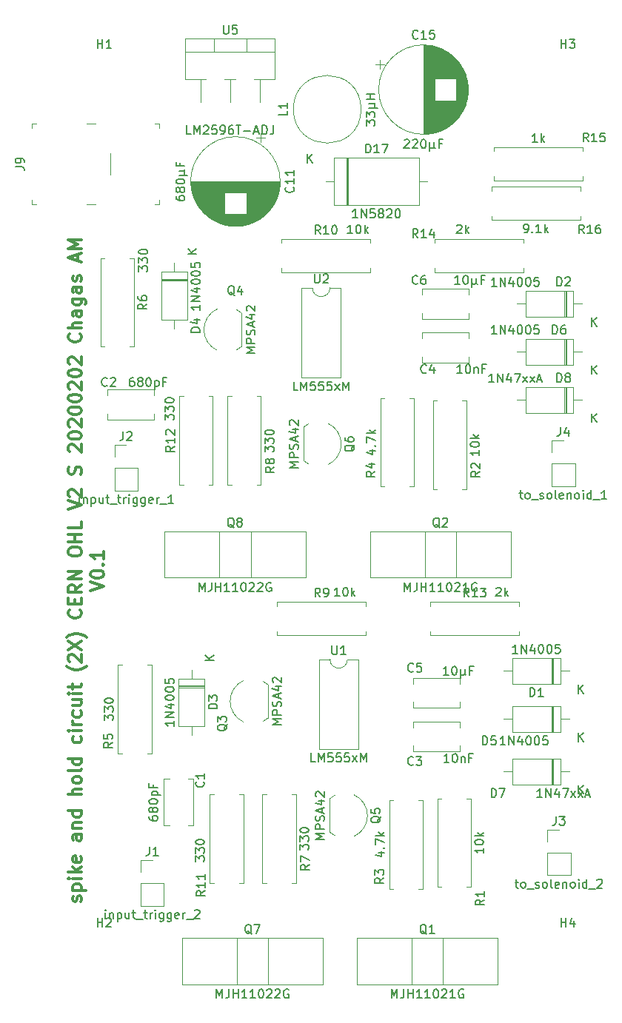
<source format=gbr>
%TF.GenerationSoftware,KiCad,Pcbnew,5.1.7-a382d34a8~88~ubuntu20.04.1*%
%TF.CreationDate,2021-03-10T12:52:40+00:00*%
%TF.ProjectId,spike_n_hold,7370696b-655f-46e5-9f68-6f6c642e6b69,rev?*%
%TF.SameCoordinates,Original*%
%TF.FileFunction,Legend,Top*%
%TF.FilePolarity,Positive*%
%FSLAX46Y46*%
G04 Gerber Fmt 4.6, Leading zero omitted, Abs format (unit mm)*
G04 Created by KiCad (PCBNEW 5.1.7-a382d34a8~88~ubuntu20.04.1) date 2021-03-10 12:52:40*
%MOMM*%
%LPD*%
G01*
G04 APERTURE LIST*
%ADD10C,0.300000*%
%ADD11C,0.120000*%
%ADD12C,0.100000*%
%ADD13C,0.150000*%
G04 APERTURE END LIST*
D10*
X106332142Y-131357142D02*
X106403571Y-131214285D01*
X106403571Y-130928571D01*
X106332142Y-130785714D01*
X106189285Y-130714285D01*
X106117857Y-130714285D01*
X105975000Y-130785714D01*
X105903571Y-130928571D01*
X105903571Y-131142857D01*
X105832142Y-131285714D01*
X105689285Y-131357142D01*
X105617857Y-131357142D01*
X105475000Y-131285714D01*
X105403571Y-131142857D01*
X105403571Y-130928571D01*
X105475000Y-130785714D01*
X105403571Y-130071428D02*
X106903571Y-130071428D01*
X105475000Y-130071428D02*
X105403571Y-129928571D01*
X105403571Y-129642857D01*
X105475000Y-129499999D01*
X105546428Y-129428571D01*
X105689285Y-129357142D01*
X106117857Y-129357142D01*
X106260714Y-129428571D01*
X106332142Y-129499999D01*
X106403571Y-129642857D01*
X106403571Y-129928571D01*
X106332142Y-130071428D01*
X106403571Y-128714285D02*
X105403571Y-128714285D01*
X104903571Y-128714285D02*
X104975000Y-128785714D01*
X105046428Y-128714285D01*
X104975000Y-128642857D01*
X104903571Y-128714285D01*
X105046428Y-128714285D01*
X106403571Y-127999999D02*
X104903571Y-127999999D01*
X105832142Y-127857142D02*
X106403571Y-127428571D01*
X105403571Y-127428571D02*
X105975000Y-127999999D01*
X106332142Y-126214285D02*
X106403571Y-126357142D01*
X106403571Y-126642857D01*
X106332142Y-126785714D01*
X106189285Y-126857142D01*
X105617857Y-126857142D01*
X105475000Y-126785714D01*
X105403571Y-126642857D01*
X105403571Y-126357142D01*
X105475000Y-126214285D01*
X105617857Y-126142857D01*
X105760714Y-126142857D01*
X105903571Y-126857142D01*
X106403571Y-123714285D02*
X105617857Y-123714285D01*
X105475000Y-123785714D01*
X105403571Y-123928571D01*
X105403571Y-124214285D01*
X105475000Y-124357142D01*
X106332142Y-123714285D02*
X106403571Y-123857142D01*
X106403571Y-124214285D01*
X106332142Y-124357142D01*
X106189285Y-124428571D01*
X106046428Y-124428571D01*
X105903571Y-124357142D01*
X105832142Y-124214285D01*
X105832142Y-123857142D01*
X105760714Y-123714285D01*
X105403571Y-122999999D02*
X106403571Y-122999999D01*
X105546428Y-122999999D02*
X105475000Y-122928571D01*
X105403571Y-122785714D01*
X105403571Y-122571428D01*
X105475000Y-122428571D01*
X105617857Y-122357142D01*
X106403571Y-122357142D01*
X106403571Y-120999999D02*
X104903571Y-120999999D01*
X106332142Y-120999999D02*
X106403571Y-121142857D01*
X106403571Y-121428571D01*
X106332142Y-121571428D01*
X106260714Y-121642857D01*
X106117857Y-121714285D01*
X105689285Y-121714285D01*
X105546428Y-121642857D01*
X105475000Y-121571428D01*
X105403571Y-121428571D01*
X105403571Y-121142857D01*
X105475000Y-120999999D01*
X106403571Y-119142857D02*
X104903571Y-119142857D01*
X106403571Y-118499999D02*
X105617857Y-118499999D01*
X105475000Y-118571428D01*
X105403571Y-118714285D01*
X105403571Y-118928571D01*
X105475000Y-119071428D01*
X105546428Y-119142857D01*
X106403571Y-117571428D02*
X106332142Y-117714285D01*
X106260714Y-117785714D01*
X106117857Y-117857142D01*
X105689285Y-117857142D01*
X105546428Y-117785714D01*
X105475000Y-117714285D01*
X105403571Y-117571428D01*
X105403571Y-117357142D01*
X105475000Y-117214285D01*
X105546428Y-117142857D01*
X105689285Y-117071428D01*
X106117857Y-117071428D01*
X106260714Y-117142857D01*
X106332142Y-117214285D01*
X106403571Y-117357142D01*
X106403571Y-117571428D01*
X106403571Y-116214285D02*
X106332142Y-116357142D01*
X106189285Y-116428571D01*
X104903571Y-116428571D01*
X106403571Y-114999999D02*
X104903571Y-114999999D01*
X106332142Y-114999999D02*
X106403571Y-115142857D01*
X106403571Y-115428571D01*
X106332142Y-115571428D01*
X106260714Y-115642857D01*
X106117857Y-115714285D01*
X105689285Y-115714285D01*
X105546428Y-115642857D01*
X105475000Y-115571428D01*
X105403571Y-115428571D01*
X105403571Y-115142857D01*
X105475000Y-114999999D01*
X106332142Y-112499999D02*
X106403571Y-112642857D01*
X106403571Y-112928571D01*
X106332142Y-113071428D01*
X106260714Y-113142857D01*
X106117857Y-113214285D01*
X105689285Y-113214285D01*
X105546428Y-113142857D01*
X105475000Y-113071428D01*
X105403571Y-112928571D01*
X105403571Y-112642857D01*
X105475000Y-112499999D01*
X106403571Y-111857142D02*
X105403571Y-111857142D01*
X104903571Y-111857142D02*
X104975000Y-111928571D01*
X105046428Y-111857142D01*
X104975000Y-111785714D01*
X104903571Y-111857142D01*
X105046428Y-111857142D01*
X106403571Y-111142857D02*
X105403571Y-111142857D01*
X105689285Y-111142857D02*
X105546428Y-111071428D01*
X105475000Y-110999999D01*
X105403571Y-110857142D01*
X105403571Y-110714285D01*
X106332142Y-109571428D02*
X106403571Y-109714285D01*
X106403571Y-109999999D01*
X106332142Y-110142857D01*
X106260714Y-110214285D01*
X106117857Y-110285714D01*
X105689285Y-110285714D01*
X105546428Y-110214285D01*
X105475000Y-110142857D01*
X105403571Y-109999999D01*
X105403571Y-109714285D01*
X105475000Y-109571428D01*
X105403571Y-108285714D02*
X106403571Y-108285714D01*
X105403571Y-108928571D02*
X106189285Y-108928571D01*
X106332142Y-108857142D01*
X106403571Y-108714285D01*
X106403571Y-108499999D01*
X106332142Y-108357142D01*
X106260714Y-108285714D01*
X106403571Y-107571428D02*
X105403571Y-107571428D01*
X104903571Y-107571428D02*
X104975000Y-107642857D01*
X105046428Y-107571428D01*
X104975000Y-107499999D01*
X104903571Y-107571428D01*
X105046428Y-107571428D01*
X105403571Y-107071428D02*
X105403571Y-106499999D01*
X104903571Y-106857142D02*
X106189285Y-106857142D01*
X106332142Y-106785714D01*
X106403571Y-106642857D01*
X106403571Y-106499999D01*
X106975000Y-104428571D02*
X106903571Y-104499999D01*
X106689285Y-104642857D01*
X106546428Y-104714285D01*
X106332142Y-104785714D01*
X105975000Y-104857142D01*
X105689285Y-104857142D01*
X105332142Y-104785714D01*
X105117857Y-104714285D01*
X104975000Y-104642857D01*
X104760714Y-104499999D01*
X104689285Y-104428571D01*
X105046428Y-103928571D02*
X104975000Y-103857142D01*
X104903571Y-103714285D01*
X104903571Y-103357142D01*
X104975000Y-103214285D01*
X105046428Y-103142857D01*
X105189285Y-103071428D01*
X105332142Y-103071428D01*
X105546428Y-103142857D01*
X106403571Y-103999999D01*
X106403571Y-103071428D01*
X104903571Y-102571428D02*
X106403571Y-101571428D01*
X104903571Y-101571428D02*
X106403571Y-102571428D01*
X106975000Y-101142857D02*
X106903571Y-101071428D01*
X106689285Y-100928571D01*
X106546428Y-100857142D01*
X106332142Y-100785714D01*
X105975000Y-100714285D01*
X105689285Y-100714285D01*
X105332142Y-100785714D01*
X105117857Y-100857142D01*
X104975000Y-100928571D01*
X104760714Y-101071428D01*
X104689285Y-101142857D01*
X106260714Y-97999999D02*
X106332142Y-98071428D01*
X106403571Y-98285714D01*
X106403571Y-98428571D01*
X106332142Y-98642857D01*
X106189285Y-98785714D01*
X106046428Y-98857142D01*
X105760714Y-98928571D01*
X105546428Y-98928571D01*
X105260714Y-98857142D01*
X105117857Y-98785714D01*
X104975000Y-98642857D01*
X104903571Y-98428571D01*
X104903571Y-98285714D01*
X104975000Y-98071428D01*
X105046428Y-97999999D01*
X105617857Y-97357142D02*
X105617857Y-96857142D01*
X106403571Y-96642857D02*
X106403571Y-97357142D01*
X104903571Y-97357142D01*
X104903571Y-96642857D01*
X106403571Y-95142857D02*
X105689285Y-95642857D01*
X106403571Y-95999999D02*
X104903571Y-95999999D01*
X104903571Y-95428571D01*
X104975000Y-95285714D01*
X105046428Y-95214285D01*
X105189285Y-95142857D01*
X105403571Y-95142857D01*
X105546428Y-95214285D01*
X105617857Y-95285714D01*
X105689285Y-95428571D01*
X105689285Y-95999999D01*
X106403571Y-94499999D02*
X104903571Y-94499999D01*
X106403571Y-93642857D01*
X104903571Y-93642857D01*
X104903571Y-91499999D02*
X104903571Y-91214285D01*
X104975000Y-91071428D01*
X105117857Y-90928571D01*
X105403571Y-90857142D01*
X105903571Y-90857142D01*
X106189285Y-90928571D01*
X106332142Y-91071428D01*
X106403571Y-91214285D01*
X106403571Y-91499999D01*
X106332142Y-91642857D01*
X106189285Y-91785714D01*
X105903571Y-91857142D01*
X105403571Y-91857142D01*
X105117857Y-91785714D01*
X104975000Y-91642857D01*
X104903571Y-91499999D01*
X106403571Y-90214285D02*
X104903571Y-90214285D01*
X105617857Y-90214285D02*
X105617857Y-89357142D01*
X106403571Y-89357142D02*
X104903571Y-89357142D01*
X106403571Y-87928571D02*
X106403571Y-88642857D01*
X104903571Y-88642857D01*
X104903571Y-86499999D02*
X106403571Y-85999999D01*
X104903571Y-85499999D01*
X105046428Y-85071428D02*
X104975000Y-84999999D01*
X104903571Y-84857142D01*
X104903571Y-84499999D01*
X104975000Y-84357142D01*
X105046428Y-84285714D01*
X105189285Y-84214285D01*
X105332142Y-84214285D01*
X105546428Y-84285714D01*
X106403571Y-85142857D01*
X106403571Y-84214285D01*
X106332142Y-82499999D02*
X106403571Y-82285714D01*
X106403571Y-81928571D01*
X106332142Y-81785714D01*
X106260714Y-81714285D01*
X106117857Y-81642857D01*
X105975000Y-81642857D01*
X105832142Y-81714285D01*
X105760714Y-81785714D01*
X105689285Y-81928571D01*
X105617857Y-82214285D01*
X105546428Y-82357142D01*
X105475000Y-82428571D01*
X105332142Y-82499999D01*
X105189285Y-82499999D01*
X105046428Y-82428571D01*
X104975000Y-82357142D01*
X104903571Y-82214285D01*
X104903571Y-81857142D01*
X104975000Y-81642857D01*
X105046428Y-79928571D02*
X104975000Y-79857142D01*
X104903571Y-79714285D01*
X104903571Y-79357142D01*
X104975000Y-79214285D01*
X105046428Y-79142857D01*
X105189285Y-79071428D01*
X105332142Y-79071428D01*
X105546428Y-79142857D01*
X106403571Y-79999999D01*
X106403571Y-79071428D01*
X104903571Y-78142857D02*
X104903571Y-77999999D01*
X104975000Y-77857142D01*
X105046428Y-77785714D01*
X105189285Y-77714285D01*
X105475000Y-77642857D01*
X105832142Y-77642857D01*
X106117857Y-77714285D01*
X106260714Y-77785714D01*
X106332142Y-77857142D01*
X106403571Y-77999999D01*
X106403571Y-78142857D01*
X106332142Y-78285714D01*
X106260714Y-78357142D01*
X106117857Y-78428571D01*
X105832142Y-78499999D01*
X105475000Y-78499999D01*
X105189285Y-78428571D01*
X105046428Y-78357142D01*
X104975000Y-78285714D01*
X104903571Y-78142857D01*
X105046428Y-77071428D02*
X104975000Y-76999999D01*
X104903571Y-76857142D01*
X104903571Y-76499999D01*
X104975000Y-76357142D01*
X105046428Y-76285714D01*
X105189285Y-76214285D01*
X105332142Y-76214285D01*
X105546428Y-76285714D01*
X106403571Y-77142857D01*
X106403571Y-76214285D01*
X104903571Y-75285714D02*
X104903571Y-75142857D01*
X104975000Y-75000000D01*
X105046428Y-74928571D01*
X105189285Y-74857142D01*
X105475000Y-74785714D01*
X105832142Y-74785714D01*
X106117857Y-74857142D01*
X106260714Y-74928571D01*
X106332142Y-75000000D01*
X106403571Y-75142857D01*
X106403571Y-75285714D01*
X106332142Y-75428571D01*
X106260714Y-75500000D01*
X106117857Y-75571428D01*
X105832142Y-75642857D01*
X105475000Y-75642857D01*
X105189285Y-75571428D01*
X105046428Y-75500000D01*
X104975000Y-75428571D01*
X104903571Y-75285714D01*
X104903571Y-73857142D02*
X104903571Y-73714285D01*
X104975000Y-73571428D01*
X105046428Y-73500000D01*
X105189285Y-73428571D01*
X105475000Y-73357142D01*
X105832142Y-73357142D01*
X106117857Y-73428571D01*
X106260714Y-73500000D01*
X106332142Y-73571428D01*
X106403571Y-73714285D01*
X106403571Y-73857142D01*
X106332142Y-74000000D01*
X106260714Y-74071428D01*
X106117857Y-74142857D01*
X105832142Y-74214285D01*
X105475000Y-74214285D01*
X105189285Y-74142857D01*
X105046428Y-74071428D01*
X104975000Y-74000000D01*
X104903571Y-73857142D01*
X105046428Y-72785714D02*
X104975000Y-72714285D01*
X104903571Y-72571428D01*
X104903571Y-72214285D01*
X104975000Y-72071428D01*
X105046428Y-72000000D01*
X105189285Y-71928571D01*
X105332142Y-71928571D01*
X105546428Y-72000000D01*
X106403571Y-72857142D01*
X106403571Y-71928571D01*
X104903571Y-71000000D02*
X104903571Y-70857142D01*
X104975000Y-70714285D01*
X105046428Y-70642857D01*
X105189285Y-70571428D01*
X105475000Y-70500000D01*
X105832142Y-70500000D01*
X106117857Y-70571428D01*
X106260714Y-70642857D01*
X106332142Y-70714285D01*
X106403571Y-70857142D01*
X106403571Y-71000000D01*
X106332142Y-71142857D01*
X106260714Y-71214285D01*
X106117857Y-71285714D01*
X105832142Y-71357142D01*
X105475000Y-71357142D01*
X105189285Y-71285714D01*
X105046428Y-71214285D01*
X104975000Y-71142857D01*
X104903571Y-71000000D01*
X105046428Y-69928571D02*
X104975000Y-69857142D01*
X104903571Y-69714285D01*
X104903571Y-69357142D01*
X104975000Y-69214285D01*
X105046428Y-69142857D01*
X105189285Y-69071428D01*
X105332142Y-69071428D01*
X105546428Y-69142857D01*
X106403571Y-70000000D01*
X106403571Y-69071428D01*
X106260714Y-66428571D02*
X106332142Y-66500000D01*
X106403571Y-66714285D01*
X106403571Y-66857142D01*
X106332142Y-67071428D01*
X106189285Y-67214285D01*
X106046428Y-67285714D01*
X105760714Y-67357142D01*
X105546428Y-67357142D01*
X105260714Y-67285714D01*
X105117857Y-67214285D01*
X104975000Y-67071428D01*
X104903571Y-66857142D01*
X104903571Y-66714285D01*
X104975000Y-66500000D01*
X105046428Y-66428571D01*
X106403571Y-65785714D02*
X104903571Y-65785714D01*
X106403571Y-65142857D02*
X105617857Y-65142857D01*
X105475000Y-65214285D01*
X105403571Y-65357142D01*
X105403571Y-65571428D01*
X105475000Y-65714285D01*
X105546428Y-65785714D01*
X106403571Y-63785714D02*
X105617857Y-63785714D01*
X105475000Y-63857142D01*
X105403571Y-64000000D01*
X105403571Y-64285714D01*
X105475000Y-64428571D01*
X106332142Y-63785714D02*
X106403571Y-63928571D01*
X106403571Y-64285714D01*
X106332142Y-64428571D01*
X106189285Y-64500000D01*
X106046428Y-64500000D01*
X105903571Y-64428571D01*
X105832142Y-64285714D01*
X105832142Y-63928571D01*
X105760714Y-63785714D01*
X105403571Y-62428571D02*
X106617857Y-62428571D01*
X106760714Y-62500000D01*
X106832142Y-62571428D01*
X106903571Y-62714285D01*
X106903571Y-62928571D01*
X106832142Y-63071428D01*
X106332142Y-62428571D02*
X106403571Y-62571428D01*
X106403571Y-62857142D01*
X106332142Y-63000000D01*
X106260714Y-63071428D01*
X106117857Y-63142857D01*
X105689285Y-63142857D01*
X105546428Y-63071428D01*
X105475000Y-63000000D01*
X105403571Y-62857142D01*
X105403571Y-62571428D01*
X105475000Y-62428571D01*
X106403571Y-61071428D02*
X105617857Y-61071428D01*
X105475000Y-61142857D01*
X105403571Y-61285714D01*
X105403571Y-61571428D01*
X105475000Y-61714285D01*
X106332142Y-61071428D02*
X106403571Y-61214285D01*
X106403571Y-61571428D01*
X106332142Y-61714285D01*
X106189285Y-61785714D01*
X106046428Y-61785714D01*
X105903571Y-61714285D01*
X105832142Y-61571428D01*
X105832142Y-61214285D01*
X105760714Y-61071428D01*
X106332142Y-60428571D02*
X106403571Y-60285714D01*
X106403571Y-60000000D01*
X106332142Y-59857142D01*
X106189285Y-59785714D01*
X106117857Y-59785714D01*
X105975000Y-59857142D01*
X105903571Y-60000000D01*
X105903571Y-60214285D01*
X105832142Y-60357142D01*
X105689285Y-60428571D01*
X105617857Y-60428571D01*
X105475000Y-60357142D01*
X105403571Y-60214285D01*
X105403571Y-60000000D01*
X105475000Y-59857142D01*
X105975000Y-58071428D02*
X105975000Y-57357142D01*
X106403571Y-58214285D02*
X104903571Y-57714285D01*
X106403571Y-57214285D01*
X106403571Y-56714285D02*
X104903571Y-56714285D01*
X105975000Y-56214285D01*
X104903571Y-55714285D01*
X106403571Y-55714285D01*
X107453571Y-95785714D02*
X108953571Y-95285714D01*
X107453571Y-94785714D01*
X107453571Y-94000000D02*
X107453571Y-93857142D01*
X107525000Y-93714285D01*
X107596428Y-93642857D01*
X107739285Y-93571428D01*
X108025000Y-93500000D01*
X108382142Y-93500000D01*
X108667857Y-93571428D01*
X108810714Y-93642857D01*
X108882142Y-93714285D01*
X108953571Y-93857142D01*
X108953571Y-94000000D01*
X108882142Y-94142857D01*
X108810714Y-94214285D01*
X108667857Y-94285714D01*
X108382142Y-94357142D01*
X108025000Y-94357142D01*
X107739285Y-94285714D01*
X107596428Y-94214285D01*
X107525000Y-94142857D01*
X107453571Y-94000000D01*
X108810714Y-92857142D02*
X108882142Y-92785714D01*
X108953571Y-92857142D01*
X108882142Y-92928571D01*
X108810714Y-92857142D01*
X108953571Y-92857142D01*
X108953571Y-91357142D02*
X108953571Y-92214285D01*
X108953571Y-91785714D02*
X107453571Y-91785714D01*
X107667857Y-91928571D01*
X107810714Y-92071428D01*
X107882142Y-92214285D01*
D11*
%TO.C,D4*%
X118470000Y-60140000D02*
X115530000Y-60140000D01*
X118470000Y-60380000D02*
X115530000Y-60380000D01*
X118470000Y-60260000D02*
X115530000Y-60260000D01*
X117000000Y-65820000D02*
X117000000Y-64800000D01*
X117000000Y-58340000D02*
X117000000Y-59360000D01*
X118470000Y-64800000D02*
X118470000Y-59360000D01*
X115530000Y-64800000D02*
X118470000Y-64800000D01*
X115530000Y-59360000D02*
X115530000Y-64800000D01*
X118470000Y-59360000D02*
X115530000Y-59360000D01*
%TO.C,C1*%
X116445000Y-122670000D02*
X115779000Y-122670000D01*
X119221000Y-122670000D02*
X118555000Y-122670000D01*
X116445000Y-117330000D02*
X115779000Y-117330000D01*
X119221000Y-117330000D02*
X118555000Y-117330000D01*
X115779000Y-117330000D02*
X115779000Y-122670000D01*
X119221000Y-117330000D02*
X119221000Y-122670000D01*
%TO.C,C2*%
X114670000Y-75555000D02*
X114670000Y-76221000D01*
X114670000Y-72779000D02*
X114670000Y-73445000D01*
X109330000Y-75555000D02*
X109330000Y-76221000D01*
X109330000Y-72779000D02*
X109330000Y-73445000D01*
X109330000Y-76221000D02*
X114670000Y-76221000D01*
X109330000Y-72779000D02*
X114670000Y-72779000D01*
%TO.C,C3*%
X149670000Y-114221000D02*
X144330000Y-114221000D01*
X149670000Y-110779000D02*
X144330000Y-110779000D01*
X149670000Y-114221000D02*
X149670000Y-113555000D01*
X149670000Y-111445000D02*
X149670000Y-110779000D01*
X144330000Y-114221000D02*
X144330000Y-113555000D01*
X144330000Y-111445000D02*
X144330000Y-110779000D01*
%TO.C,C4*%
X150670000Y-69721000D02*
X145330000Y-69721000D01*
X150670000Y-66279000D02*
X145330000Y-66279000D01*
X150670000Y-69721000D02*
X150670000Y-69055000D01*
X150670000Y-66945000D02*
X150670000Y-66279000D01*
X145330000Y-69721000D02*
X145330000Y-69055000D01*
X145330000Y-66945000D02*
X145330000Y-66279000D01*
%TO.C,C5*%
X149670000Y-108555000D02*
X149670000Y-109221000D01*
X149670000Y-105779000D02*
X149670000Y-106445000D01*
X144330000Y-108555000D02*
X144330000Y-109221000D01*
X144330000Y-105779000D02*
X144330000Y-106445000D01*
X144330000Y-109221000D02*
X149670000Y-109221000D01*
X144330000Y-105779000D02*
X149670000Y-105779000D01*
%TO.C,C6*%
X145330000Y-61279000D02*
X150670000Y-61279000D01*
X145330000Y-64721000D02*
X150670000Y-64721000D01*
X145330000Y-61279000D02*
X145330000Y-61945000D01*
X145330000Y-64055000D02*
X145330000Y-64721000D01*
X150670000Y-61279000D02*
X150670000Y-61945000D01*
X150670000Y-64055000D02*
X150670000Y-64721000D01*
%TO.C,C11*%
X129120000Y-49000000D02*
G75*
G03*
X129120000Y-49000000I-5120000J0D01*
G01*
X129080000Y-49000000D02*
X118920000Y-49000000D01*
X129080000Y-49040000D02*
X118920000Y-49040000D01*
X129080000Y-49080000D02*
X118920000Y-49080000D01*
X129079000Y-49120000D02*
X118921000Y-49120000D01*
X129078000Y-49160000D02*
X118922000Y-49160000D01*
X129077000Y-49200000D02*
X118923000Y-49200000D01*
X129075000Y-49240000D02*
X118925000Y-49240000D01*
X129073000Y-49280000D02*
X118927000Y-49280000D01*
X129070000Y-49320000D02*
X118930000Y-49320000D01*
X129068000Y-49360000D02*
X118932000Y-49360000D01*
X129065000Y-49400000D02*
X118935000Y-49400000D01*
X129062000Y-49440000D02*
X118938000Y-49440000D01*
X129058000Y-49480000D02*
X118942000Y-49480000D01*
X129054000Y-49520000D02*
X118946000Y-49520000D01*
X129050000Y-49560000D02*
X118950000Y-49560000D01*
X129045000Y-49600000D02*
X118955000Y-49600000D01*
X129040000Y-49640000D02*
X118960000Y-49640000D01*
X129035000Y-49680000D02*
X118965000Y-49680000D01*
X129030000Y-49721000D02*
X118970000Y-49721000D01*
X129024000Y-49761000D02*
X118976000Y-49761000D01*
X129018000Y-49801000D02*
X118982000Y-49801000D01*
X129011000Y-49841000D02*
X118989000Y-49841000D01*
X129004000Y-49881000D02*
X118996000Y-49881000D01*
X128997000Y-49921000D02*
X119003000Y-49921000D01*
X128990000Y-49961000D02*
X119010000Y-49961000D01*
X128982000Y-50001000D02*
X119018000Y-50001000D01*
X128974000Y-50041000D02*
X119026000Y-50041000D01*
X128965000Y-50081000D02*
X119035000Y-50081000D01*
X128956000Y-50121000D02*
X119044000Y-50121000D01*
X128947000Y-50161000D02*
X119053000Y-50161000D01*
X128938000Y-50201000D02*
X119062000Y-50201000D01*
X128928000Y-50241000D02*
X119072000Y-50241000D01*
X128918000Y-50281000D02*
X125241000Y-50281000D01*
X122759000Y-50281000D02*
X119082000Y-50281000D01*
X128907000Y-50321000D02*
X125241000Y-50321000D01*
X122759000Y-50321000D02*
X119093000Y-50321000D01*
X128897000Y-50361000D02*
X125241000Y-50361000D01*
X122759000Y-50361000D02*
X119103000Y-50361000D01*
X128885000Y-50401000D02*
X125241000Y-50401000D01*
X122759000Y-50401000D02*
X119115000Y-50401000D01*
X128874000Y-50441000D02*
X125241000Y-50441000D01*
X122759000Y-50441000D02*
X119126000Y-50441000D01*
X128862000Y-50481000D02*
X125241000Y-50481000D01*
X122759000Y-50481000D02*
X119138000Y-50481000D01*
X128850000Y-50521000D02*
X125241000Y-50521000D01*
X122759000Y-50521000D02*
X119150000Y-50521000D01*
X128837000Y-50561000D02*
X125241000Y-50561000D01*
X122759000Y-50561000D02*
X119163000Y-50561000D01*
X128824000Y-50601000D02*
X125241000Y-50601000D01*
X122759000Y-50601000D02*
X119176000Y-50601000D01*
X128811000Y-50641000D02*
X125241000Y-50641000D01*
X122759000Y-50641000D02*
X119189000Y-50641000D01*
X128797000Y-50681000D02*
X125241000Y-50681000D01*
X122759000Y-50681000D02*
X119203000Y-50681000D01*
X128783000Y-50721000D02*
X125241000Y-50721000D01*
X122759000Y-50721000D02*
X119217000Y-50721000D01*
X128768000Y-50761000D02*
X125241000Y-50761000D01*
X122759000Y-50761000D02*
X119232000Y-50761000D01*
X128754000Y-50801000D02*
X125241000Y-50801000D01*
X122759000Y-50801000D02*
X119246000Y-50801000D01*
X128738000Y-50841000D02*
X125241000Y-50841000D01*
X122759000Y-50841000D02*
X119262000Y-50841000D01*
X128723000Y-50881000D02*
X125241000Y-50881000D01*
X122759000Y-50881000D02*
X119277000Y-50881000D01*
X128707000Y-50921000D02*
X125241000Y-50921000D01*
X122759000Y-50921000D02*
X119293000Y-50921000D01*
X128690000Y-50961000D02*
X125241000Y-50961000D01*
X122759000Y-50961000D02*
X119310000Y-50961000D01*
X128674000Y-51001000D02*
X125241000Y-51001000D01*
X122759000Y-51001000D02*
X119326000Y-51001000D01*
X128657000Y-51041000D02*
X125241000Y-51041000D01*
X122759000Y-51041000D02*
X119343000Y-51041000D01*
X128639000Y-51081000D02*
X125241000Y-51081000D01*
X122759000Y-51081000D02*
X119361000Y-51081000D01*
X128621000Y-51121000D02*
X125241000Y-51121000D01*
X122759000Y-51121000D02*
X119379000Y-51121000D01*
X128603000Y-51161000D02*
X125241000Y-51161000D01*
X122759000Y-51161000D02*
X119397000Y-51161000D01*
X128584000Y-51201000D02*
X125241000Y-51201000D01*
X122759000Y-51201000D02*
X119416000Y-51201000D01*
X128564000Y-51241000D02*
X125241000Y-51241000D01*
X122759000Y-51241000D02*
X119436000Y-51241000D01*
X128545000Y-51281000D02*
X125241000Y-51281000D01*
X122759000Y-51281000D02*
X119455000Y-51281000D01*
X128525000Y-51321000D02*
X125241000Y-51321000D01*
X122759000Y-51321000D02*
X119475000Y-51321000D01*
X128504000Y-51361000D02*
X125241000Y-51361000D01*
X122759000Y-51361000D02*
X119496000Y-51361000D01*
X128483000Y-51401000D02*
X125241000Y-51401000D01*
X122759000Y-51401000D02*
X119517000Y-51401000D01*
X128462000Y-51441000D02*
X125241000Y-51441000D01*
X122759000Y-51441000D02*
X119538000Y-51441000D01*
X128440000Y-51481000D02*
X125241000Y-51481000D01*
X122759000Y-51481000D02*
X119560000Y-51481000D01*
X128417000Y-51521000D02*
X125241000Y-51521000D01*
X122759000Y-51521000D02*
X119583000Y-51521000D01*
X128395000Y-51561000D02*
X125241000Y-51561000D01*
X122759000Y-51561000D02*
X119605000Y-51561000D01*
X128371000Y-51601000D02*
X125241000Y-51601000D01*
X122759000Y-51601000D02*
X119629000Y-51601000D01*
X128347000Y-51641000D02*
X125241000Y-51641000D01*
X122759000Y-51641000D02*
X119653000Y-51641000D01*
X128323000Y-51681000D02*
X125241000Y-51681000D01*
X122759000Y-51681000D02*
X119677000Y-51681000D01*
X128298000Y-51721000D02*
X125241000Y-51721000D01*
X122759000Y-51721000D02*
X119702000Y-51721000D01*
X128273000Y-51761000D02*
X125241000Y-51761000D01*
X122759000Y-51761000D02*
X119727000Y-51761000D01*
X128247000Y-51801000D02*
X125241000Y-51801000D01*
X122759000Y-51801000D02*
X119753000Y-51801000D01*
X128221000Y-51841000D02*
X125241000Y-51841000D01*
X122759000Y-51841000D02*
X119779000Y-51841000D01*
X128194000Y-51881000D02*
X125241000Y-51881000D01*
X122759000Y-51881000D02*
X119806000Y-51881000D01*
X128166000Y-51921000D02*
X125241000Y-51921000D01*
X122759000Y-51921000D02*
X119834000Y-51921000D01*
X128138000Y-51961000D02*
X125241000Y-51961000D01*
X122759000Y-51961000D02*
X119862000Y-51961000D01*
X128110000Y-52001000D02*
X125241000Y-52001000D01*
X122759000Y-52001000D02*
X119890000Y-52001000D01*
X128080000Y-52041000D02*
X125241000Y-52041000D01*
X122759000Y-52041000D02*
X119920000Y-52041000D01*
X128050000Y-52081000D02*
X125241000Y-52081000D01*
X122759000Y-52081000D02*
X119950000Y-52081000D01*
X128020000Y-52121000D02*
X125241000Y-52121000D01*
X122759000Y-52121000D02*
X119980000Y-52121000D01*
X127989000Y-52161000D02*
X125241000Y-52161000D01*
X122759000Y-52161000D02*
X120011000Y-52161000D01*
X127957000Y-52201000D02*
X125241000Y-52201000D01*
X122759000Y-52201000D02*
X120043000Y-52201000D01*
X127925000Y-52241000D02*
X125241000Y-52241000D01*
X122759000Y-52241000D02*
X120075000Y-52241000D01*
X127892000Y-52281000D02*
X125241000Y-52281000D01*
X122759000Y-52281000D02*
X120108000Y-52281000D01*
X127858000Y-52321000D02*
X125241000Y-52321000D01*
X122759000Y-52321000D02*
X120142000Y-52321000D01*
X127824000Y-52361000D02*
X125241000Y-52361000D01*
X122759000Y-52361000D02*
X120176000Y-52361000D01*
X127789000Y-52401000D02*
X125241000Y-52401000D01*
X122759000Y-52401000D02*
X120211000Y-52401000D01*
X127753000Y-52441000D02*
X125241000Y-52441000D01*
X122759000Y-52441000D02*
X120247000Y-52441000D01*
X127716000Y-52481000D02*
X125241000Y-52481000D01*
X122759000Y-52481000D02*
X120284000Y-52481000D01*
X127679000Y-52521000D02*
X125241000Y-52521000D01*
X122759000Y-52521000D02*
X120321000Y-52521000D01*
X127640000Y-52561000D02*
X125241000Y-52561000D01*
X122759000Y-52561000D02*
X120360000Y-52561000D01*
X127601000Y-52601000D02*
X125241000Y-52601000D01*
X122759000Y-52601000D02*
X120399000Y-52601000D01*
X127561000Y-52641000D02*
X125241000Y-52641000D01*
X122759000Y-52641000D02*
X120439000Y-52641000D01*
X127520000Y-52681000D02*
X125241000Y-52681000D01*
X122759000Y-52681000D02*
X120480000Y-52681000D01*
X127478000Y-52721000D02*
X125241000Y-52721000D01*
X122759000Y-52721000D02*
X120522000Y-52721000D01*
X127436000Y-52761000D02*
X120564000Y-52761000D01*
X127392000Y-52801000D02*
X120608000Y-52801000D01*
X127347000Y-52841000D02*
X120653000Y-52841000D01*
X127301000Y-52881000D02*
X120699000Y-52881000D01*
X127254000Y-52921000D02*
X120746000Y-52921000D01*
X127206000Y-52961000D02*
X120794000Y-52961000D01*
X127156000Y-53001000D02*
X120844000Y-53001000D01*
X127106000Y-53041000D02*
X120894000Y-53041000D01*
X127054000Y-53081000D02*
X120946000Y-53081000D01*
X127000000Y-53121000D02*
X121000000Y-53121000D01*
X126945000Y-53161000D02*
X121055000Y-53161000D01*
X126889000Y-53201000D02*
X121111000Y-53201000D01*
X126830000Y-53241000D02*
X121170000Y-53241000D01*
X126770000Y-53281000D02*
X121230000Y-53281000D01*
X126709000Y-53321000D02*
X121291000Y-53321000D01*
X126645000Y-53361000D02*
X121355000Y-53361000D01*
X126579000Y-53401000D02*
X121421000Y-53401000D01*
X126510000Y-53441000D02*
X121490000Y-53441000D01*
X126439000Y-53481000D02*
X121561000Y-53481000D01*
X126365000Y-53521000D02*
X121635000Y-53521000D01*
X126289000Y-53561000D02*
X121711000Y-53561000D01*
X126209000Y-53601000D02*
X121791000Y-53601000D01*
X126125000Y-53641000D02*
X121875000Y-53641000D01*
X126037000Y-53681000D02*
X121963000Y-53681000D01*
X125944000Y-53721000D02*
X122056000Y-53721000D01*
X125846000Y-53761000D02*
X122154000Y-53761000D01*
X125742000Y-53801000D02*
X122258000Y-53801000D01*
X125630000Y-53841000D02*
X122370000Y-53841000D01*
X125510000Y-53881000D02*
X122490000Y-53881000D01*
X125378000Y-53921000D02*
X122622000Y-53921000D01*
X125230000Y-53961000D02*
X122770000Y-53961000D01*
X125062000Y-54001000D02*
X122938000Y-54001000D01*
X124862000Y-54041000D02*
X123138000Y-54041000D01*
X124599000Y-54081000D02*
X123401000Y-54081000D01*
X126875000Y-43520354D02*
X126875000Y-44520354D01*
X127375000Y-44020354D02*
X126375000Y-44020354D01*
%TO.C,C15*%
X140520354Y-35125000D02*
X140520354Y-36125000D01*
X140020354Y-35625000D02*
X141020354Y-35625000D01*
X150581000Y-37901000D02*
X150581000Y-39099000D01*
X150541000Y-37638000D02*
X150541000Y-39362000D01*
X150501000Y-37438000D02*
X150501000Y-39562000D01*
X150461000Y-37270000D02*
X150461000Y-39730000D01*
X150421000Y-37122000D02*
X150421000Y-39878000D01*
X150381000Y-36990000D02*
X150381000Y-40010000D01*
X150341000Y-36870000D02*
X150341000Y-40130000D01*
X150301000Y-36758000D02*
X150301000Y-40242000D01*
X150261000Y-36654000D02*
X150261000Y-40346000D01*
X150221000Y-36556000D02*
X150221000Y-40444000D01*
X150181000Y-36463000D02*
X150181000Y-40537000D01*
X150141000Y-36375000D02*
X150141000Y-40625000D01*
X150101000Y-36291000D02*
X150101000Y-40709000D01*
X150061000Y-36211000D02*
X150061000Y-40789000D01*
X150021000Y-36135000D02*
X150021000Y-40865000D01*
X149981000Y-36061000D02*
X149981000Y-40939000D01*
X149941000Y-35990000D02*
X149941000Y-41010000D01*
X149901000Y-35921000D02*
X149901000Y-41079000D01*
X149861000Y-35855000D02*
X149861000Y-41145000D01*
X149821000Y-35791000D02*
X149821000Y-41209000D01*
X149781000Y-35730000D02*
X149781000Y-41270000D01*
X149741000Y-35670000D02*
X149741000Y-41330000D01*
X149701000Y-35611000D02*
X149701000Y-41389000D01*
X149661000Y-35555000D02*
X149661000Y-41445000D01*
X149621000Y-35500000D02*
X149621000Y-41500000D01*
X149581000Y-35446000D02*
X149581000Y-41554000D01*
X149541000Y-35394000D02*
X149541000Y-41606000D01*
X149501000Y-35344000D02*
X149501000Y-41656000D01*
X149461000Y-35294000D02*
X149461000Y-41706000D01*
X149421000Y-35246000D02*
X149421000Y-41754000D01*
X149381000Y-35199000D02*
X149381000Y-41801000D01*
X149341000Y-35153000D02*
X149341000Y-41847000D01*
X149301000Y-35108000D02*
X149301000Y-41892000D01*
X149261000Y-35064000D02*
X149261000Y-41936000D01*
X149221000Y-39741000D02*
X149221000Y-41978000D01*
X149221000Y-35022000D02*
X149221000Y-37259000D01*
X149181000Y-39741000D02*
X149181000Y-42020000D01*
X149181000Y-34980000D02*
X149181000Y-37259000D01*
X149141000Y-39741000D02*
X149141000Y-42061000D01*
X149141000Y-34939000D02*
X149141000Y-37259000D01*
X149101000Y-39741000D02*
X149101000Y-42101000D01*
X149101000Y-34899000D02*
X149101000Y-37259000D01*
X149061000Y-39741000D02*
X149061000Y-42140000D01*
X149061000Y-34860000D02*
X149061000Y-37259000D01*
X149021000Y-39741000D02*
X149021000Y-42179000D01*
X149021000Y-34821000D02*
X149021000Y-37259000D01*
X148981000Y-39741000D02*
X148981000Y-42216000D01*
X148981000Y-34784000D02*
X148981000Y-37259000D01*
X148941000Y-39741000D02*
X148941000Y-42253000D01*
X148941000Y-34747000D02*
X148941000Y-37259000D01*
X148901000Y-39741000D02*
X148901000Y-42289000D01*
X148901000Y-34711000D02*
X148901000Y-37259000D01*
X148861000Y-39741000D02*
X148861000Y-42324000D01*
X148861000Y-34676000D02*
X148861000Y-37259000D01*
X148821000Y-39741000D02*
X148821000Y-42358000D01*
X148821000Y-34642000D02*
X148821000Y-37259000D01*
X148781000Y-39741000D02*
X148781000Y-42392000D01*
X148781000Y-34608000D02*
X148781000Y-37259000D01*
X148741000Y-39741000D02*
X148741000Y-42425000D01*
X148741000Y-34575000D02*
X148741000Y-37259000D01*
X148701000Y-39741000D02*
X148701000Y-42457000D01*
X148701000Y-34543000D02*
X148701000Y-37259000D01*
X148661000Y-39741000D02*
X148661000Y-42489000D01*
X148661000Y-34511000D02*
X148661000Y-37259000D01*
X148621000Y-39741000D02*
X148621000Y-42520000D01*
X148621000Y-34480000D02*
X148621000Y-37259000D01*
X148581000Y-39741000D02*
X148581000Y-42550000D01*
X148581000Y-34450000D02*
X148581000Y-37259000D01*
X148541000Y-39741000D02*
X148541000Y-42580000D01*
X148541000Y-34420000D02*
X148541000Y-37259000D01*
X148501000Y-39741000D02*
X148501000Y-42610000D01*
X148501000Y-34390000D02*
X148501000Y-37259000D01*
X148461000Y-39741000D02*
X148461000Y-42638000D01*
X148461000Y-34362000D02*
X148461000Y-37259000D01*
X148421000Y-39741000D02*
X148421000Y-42666000D01*
X148421000Y-34334000D02*
X148421000Y-37259000D01*
X148381000Y-39741000D02*
X148381000Y-42694000D01*
X148381000Y-34306000D02*
X148381000Y-37259000D01*
X148341000Y-39741000D02*
X148341000Y-42721000D01*
X148341000Y-34279000D02*
X148341000Y-37259000D01*
X148301000Y-39741000D02*
X148301000Y-42747000D01*
X148301000Y-34253000D02*
X148301000Y-37259000D01*
X148261000Y-39741000D02*
X148261000Y-42773000D01*
X148261000Y-34227000D02*
X148261000Y-37259000D01*
X148221000Y-39741000D02*
X148221000Y-42798000D01*
X148221000Y-34202000D02*
X148221000Y-37259000D01*
X148181000Y-39741000D02*
X148181000Y-42823000D01*
X148181000Y-34177000D02*
X148181000Y-37259000D01*
X148141000Y-39741000D02*
X148141000Y-42847000D01*
X148141000Y-34153000D02*
X148141000Y-37259000D01*
X148101000Y-39741000D02*
X148101000Y-42871000D01*
X148101000Y-34129000D02*
X148101000Y-37259000D01*
X148061000Y-39741000D02*
X148061000Y-42895000D01*
X148061000Y-34105000D02*
X148061000Y-37259000D01*
X148021000Y-39741000D02*
X148021000Y-42917000D01*
X148021000Y-34083000D02*
X148021000Y-37259000D01*
X147981000Y-39741000D02*
X147981000Y-42940000D01*
X147981000Y-34060000D02*
X147981000Y-37259000D01*
X147941000Y-39741000D02*
X147941000Y-42962000D01*
X147941000Y-34038000D02*
X147941000Y-37259000D01*
X147901000Y-39741000D02*
X147901000Y-42983000D01*
X147901000Y-34017000D02*
X147901000Y-37259000D01*
X147861000Y-39741000D02*
X147861000Y-43004000D01*
X147861000Y-33996000D02*
X147861000Y-37259000D01*
X147821000Y-39741000D02*
X147821000Y-43025000D01*
X147821000Y-33975000D02*
X147821000Y-37259000D01*
X147781000Y-39741000D02*
X147781000Y-43045000D01*
X147781000Y-33955000D02*
X147781000Y-37259000D01*
X147741000Y-39741000D02*
X147741000Y-43064000D01*
X147741000Y-33936000D02*
X147741000Y-37259000D01*
X147701000Y-39741000D02*
X147701000Y-43084000D01*
X147701000Y-33916000D02*
X147701000Y-37259000D01*
X147661000Y-39741000D02*
X147661000Y-43103000D01*
X147661000Y-33897000D02*
X147661000Y-37259000D01*
X147621000Y-39741000D02*
X147621000Y-43121000D01*
X147621000Y-33879000D02*
X147621000Y-37259000D01*
X147581000Y-39741000D02*
X147581000Y-43139000D01*
X147581000Y-33861000D02*
X147581000Y-37259000D01*
X147541000Y-39741000D02*
X147541000Y-43157000D01*
X147541000Y-33843000D02*
X147541000Y-37259000D01*
X147501000Y-39741000D02*
X147501000Y-43174000D01*
X147501000Y-33826000D02*
X147501000Y-37259000D01*
X147461000Y-39741000D02*
X147461000Y-43190000D01*
X147461000Y-33810000D02*
X147461000Y-37259000D01*
X147421000Y-39741000D02*
X147421000Y-43207000D01*
X147421000Y-33793000D02*
X147421000Y-37259000D01*
X147381000Y-39741000D02*
X147381000Y-43223000D01*
X147381000Y-33777000D02*
X147381000Y-37259000D01*
X147341000Y-39741000D02*
X147341000Y-43238000D01*
X147341000Y-33762000D02*
X147341000Y-37259000D01*
X147301000Y-39741000D02*
X147301000Y-43254000D01*
X147301000Y-33746000D02*
X147301000Y-37259000D01*
X147261000Y-39741000D02*
X147261000Y-43268000D01*
X147261000Y-33732000D02*
X147261000Y-37259000D01*
X147221000Y-39741000D02*
X147221000Y-43283000D01*
X147221000Y-33717000D02*
X147221000Y-37259000D01*
X147181000Y-39741000D02*
X147181000Y-43297000D01*
X147181000Y-33703000D02*
X147181000Y-37259000D01*
X147141000Y-39741000D02*
X147141000Y-43311000D01*
X147141000Y-33689000D02*
X147141000Y-37259000D01*
X147101000Y-39741000D02*
X147101000Y-43324000D01*
X147101000Y-33676000D02*
X147101000Y-37259000D01*
X147061000Y-39741000D02*
X147061000Y-43337000D01*
X147061000Y-33663000D02*
X147061000Y-37259000D01*
X147021000Y-39741000D02*
X147021000Y-43350000D01*
X147021000Y-33650000D02*
X147021000Y-37259000D01*
X146981000Y-39741000D02*
X146981000Y-43362000D01*
X146981000Y-33638000D02*
X146981000Y-37259000D01*
X146941000Y-39741000D02*
X146941000Y-43374000D01*
X146941000Y-33626000D02*
X146941000Y-37259000D01*
X146901000Y-39741000D02*
X146901000Y-43385000D01*
X146901000Y-33615000D02*
X146901000Y-37259000D01*
X146861000Y-39741000D02*
X146861000Y-43397000D01*
X146861000Y-33603000D02*
X146861000Y-37259000D01*
X146821000Y-39741000D02*
X146821000Y-43407000D01*
X146821000Y-33593000D02*
X146821000Y-37259000D01*
X146781000Y-39741000D02*
X146781000Y-43418000D01*
X146781000Y-33582000D02*
X146781000Y-37259000D01*
X146741000Y-33572000D02*
X146741000Y-43428000D01*
X146701000Y-33562000D02*
X146701000Y-43438000D01*
X146661000Y-33553000D02*
X146661000Y-43447000D01*
X146621000Y-33544000D02*
X146621000Y-43456000D01*
X146581000Y-33535000D02*
X146581000Y-43465000D01*
X146541000Y-33526000D02*
X146541000Y-43474000D01*
X146501000Y-33518000D02*
X146501000Y-43482000D01*
X146461000Y-33510000D02*
X146461000Y-43490000D01*
X146421000Y-33503000D02*
X146421000Y-43497000D01*
X146381000Y-33496000D02*
X146381000Y-43504000D01*
X146341000Y-33489000D02*
X146341000Y-43511000D01*
X146301000Y-33482000D02*
X146301000Y-43518000D01*
X146261000Y-33476000D02*
X146261000Y-43524000D01*
X146221000Y-33470000D02*
X146221000Y-43530000D01*
X146180000Y-33465000D02*
X146180000Y-43535000D01*
X146140000Y-33460000D02*
X146140000Y-43540000D01*
X146100000Y-33455000D02*
X146100000Y-43545000D01*
X146060000Y-33450000D02*
X146060000Y-43550000D01*
X146020000Y-33446000D02*
X146020000Y-43554000D01*
X145980000Y-33442000D02*
X145980000Y-43558000D01*
X145940000Y-33438000D02*
X145940000Y-43562000D01*
X145900000Y-33435000D02*
X145900000Y-43565000D01*
X145860000Y-33432000D02*
X145860000Y-43568000D01*
X145820000Y-33430000D02*
X145820000Y-43570000D01*
X145780000Y-33427000D02*
X145780000Y-43573000D01*
X145740000Y-33425000D02*
X145740000Y-43575000D01*
X145700000Y-33423000D02*
X145700000Y-43577000D01*
X145660000Y-33422000D02*
X145660000Y-43578000D01*
X145620000Y-33421000D02*
X145620000Y-43579000D01*
X145580000Y-33420000D02*
X145580000Y-43580000D01*
X145540000Y-33420000D02*
X145540000Y-43580000D01*
X145500000Y-33420000D02*
X145500000Y-43580000D01*
X150620000Y-38500000D02*
G75*
G03*
X150620000Y-38500000I-5120000J0D01*
G01*
%TO.C,D1*%
X161140000Y-106470000D02*
X161140000Y-103530000D01*
X161140000Y-103530000D02*
X155700000Y-103530000D01*
X155700000Y-103530000D02*
X155700000Y-106470000D01*
X155700000Y-106470000D02*
X161140000Y-106470000D01*
X162160000Y-105000000D02*
X161140000Y-105000000D01*
X154680000Y-105000000D02*
X155700000Y-105000000D01*
X160240000Y-106470000D02*
X160240000Y-103530000D01*
X160120000Y-106470000D02*
X160120000Y-103530000D01*
X160360000Y-106470000D02*
X160360000Y-103530000D01*
%TO.C,D2*%
X161860000Y-64470000D02*
X161860000Y-61530000D01*
X161620000Y-64470000D02*
X161620000Y-61530000D01*
X161740000Y-64470000D02*
X161740000Y-61530000D01*
X156180000Y-63000000D02*
X157200000Y-63000000D01*
X163660000Y-63000000D02*
X162640000Y-63000000D01*
X157200000Y-64470000D02*
X162640000Y-64470000D01*
X157200000Y-61530000D02*
X157200000Y-64470000D01*
X162640000Y-61530000D02*
X157200000Y-61530000D01*
X162640000Y-64470000D02*
X162640000Y-61530000D01*
%TO.C,D3*%
X120470000Y-105860000D02*
X117530000Y-105860000D01*
X117530000Y-105860000D02*
X117530000Y-111300000D01*
X117530000Y-111300000D02*
X120470000Y-111300000D01*
X120470000Y-111300000D02*
X120470000Y-105860000D01*
X119000000Y-104840000D02*
X119000000Y-105860000D01*
X119000000Y-112320000D02*
X119000000Y-111300000D01*
X120470000Y-106760000D02*
X117530000Y-106760000D01*
X120470000Y-106880000D02*
X117530000Y-106880000D01*
X120470000Y-106640000D02*
X117530000Y-106640000D01*
%TO.C,D5*%
X161140000Y-111970000D02*
X161140000Y-109030000D01*
X161140000Y-109030000D02*
X155700000Y-109030000D01*
X155700000Y-109030000D02*
X155700000Y-111970000D01*
X155700000Y-111970000D02*
X161140000Y-111970000D01*
X162160000Y-110500000D02*
X161140000Y-110500000D01*
X154680000Y-110500000D02*
X155700000Y-110500000D01*
X160240000Y-111970000D02*
X160240000Y-109030000D01*
X160120000Y-111970000D02*
X160120000Y-109030000D01*
X160360000Y-111970000D02*
X160360000Y-109030000D01*
%TO.C,D6*%
X162640000Y-69970000D02*
X162640000Y-67030000D01*
X162640000Y-67030000D02*
X157200000Y-67030000D01*
X157200000Y-67030000D02*
X157200000Y-69970000D01*
X157200000Y-69970000D02*
X162640000Y-69970000D01*
X163660000Y-68500000D02*
X162640000Y-68500000D01*
X156180000Y-68500000D02*
X157200000Y-68500000D01*
X161740000Y-69970000D02*
X161740000Y-67030000D01*
X161620000Y-69970000D02*
X161620000Y-67030000D01*
X161860000Y-69970000D02*
X161860000Y-67030000D01*
%TO.C,D7*%
X160360000Y-117970000D02*
X160360000Y-115030000D01*
X160120000Y-117970000D02*
X160120000Y-115030000D01*
X160240000Y-117970000D02*
X160240000Y-115030000D01*
X154680000Y-116500000D02*
X155700000Y-116500000D01*
X162160000Y-116500000D02*
X161140000Y-116500000D01*
X155700000Y-117970000D02*
X161140000Y-117970000D01*
X155700000Y-115030000D02*
X155700000Y-117970000D01*
X161140000Y-115030000D02*
X155700000Y-115030000D01*
X161140000Y-117970000D02*
X161140000Y-115030000D01*
%TO.C,D8*%
X162640000Y-75470000D02*
X162640000Y-72530000D01*
X162640000Y-72530000D02*
X157200000Y-72530000D01*
X157200000Y-72530000D02*
X157200000Y-75470000D01*
X157200000Y-75470000D02*
X162640000Y-75470000D01*
X163660000Y-74000000D02*
X162640000Y-74000000D01*
X156180000Y-74000000D02*
X157200000Y-74000000D01*
X161740000Y-75470000D02*
X161740000Y-72530000D01*
X161620000Y-75470000D02*
X161620000Y-72530000D01*
X161860000Y-75470000D02*
X161860000Y-72530000D01*
%TO.C,D17*%
X136675000Y-46280000D02*
X136675000Y-51720000D01*
X136915000Y-46280000D02*
X136915000Y-51720000D01*
X136795000Y-46280000D02*
X136795000Y-51720000D01*
X145900000Y-49000000D02*
X144990000Y-49000000D01*
X134340000Y-49000000D02*
X135250000Y-49000000D01*
X144990000Y-46280000D02*
X135250000Y-46280000D01*
X144990000Y-51720000D02*
X144990000Y-46280000D01*
X135250000Y-51720000D02*
X144990000Y-51720000D01*
X135250000Y-46280000D02*
X135250000Y-51720000D01*
%TO.C,J1*%
X113170000Y-126670000D02*
X114500000Y-126670000D01*
X113170000Y-128000000D02*
X113170000Y-126670000D01*
X113170000Y-129270000D02*
X115830000Y-129270000D01*
X115830000Y-129270000D02*
X115830000Y-131870000D01*
X113170000Y-129270000D02*
X113170000Y-131870000D01*
X113170000Y-131870000D02*
X115830000Y-131870000D01*
%TO.C,J2*%
X110170000Y-79170000D02*
X111500000Y-79170000D01*
X110170000Y-80500000D02*
X110170000Y-79170000D01*
X110170000Y-81770000D02*
X112830000Y-81770000D01*
X112830000Y-81770000D02*
X112830000Y-84370000D01*
X110170000Y-81770000D02*
X110170000Y-84370000D01*
X110170000Y-84370000D02*
X112830000Y-84370000D01*
%TO.C,J3*%
X159670000Y-123170000D02*
X161000000Y-123170000D01*
X159670000Y-124500000D02*
X159670000Y-123170000D01*
X159670000Y-125770000D02*
X162330000Y-125770000D01*
X162330000Y-125770000D02*
X162330000Y-128370000D01*
X159670000Y-125770000D02*
X159670000Y-128370000D01*
X159670000Y-128370000D02*
X162330000Y-128370000D01*
%TO.C,J4*%
X160170000Y-83870000D02*
X162830000Y-83870000D01*
X160170000Y-81270000D02*
X160170000Y-83870000D01*
X162830000Y-81270000D02*
X162830000Y-83870000D01*
X160170000Y-81270000D02*
X162830000Y-81270000D01*
X160170000Y-80000000D02*
X160170000Y-78670000D01*
X160170000Y-78670000D02*
X161500000Y-78670000D01*
D12*
%TO.C,J9*%
X115300000Y-42400000D02*
X115300000Y-42900000D01*
X115300000Y-42400000D02*
X114800000Y-42400000D01*
X115300000Y-51600000D02*
X115300000Y-51100000D01*
X115300000Y-51600000D02*
X114800000Y-51600000D01*
X109700000Y-48200000D02*
X109700000Y-45800000D01*
X100700000Y-51600000D02*
X101200000Y-51600000D01*
X100700000Y-51600000D02*
X100700000Y-51100000D01*
X100700000Y-42400000D02*
X100700000Y-42900000D01*
X100700000Y-42400000D02*
X101200000Y-42400000D01*
X108000000Y-51600000D02*
X107000000Y-51600000D01*
X108000000Y-42400000D02*
X107000000Y-42400000D01*
D11*
%TO.C,L1*%
X138370000Y-40750000D02*
G75*
G03*
X138370000Y-40750000I-3870000J0D01*
G01*
%TO.C,Q1*%
X137880000Y-135549000D02*
X154020000Y-135549000D01*
X137880000Y-140820000D02*
X154020000Y-140820000D01*
X137880000Y-135549000D02*
X137880000Y-140820000D01*
X154020000Y-135549000D02*
X154020000Y-140820000D01*
X144146000Y-135549000D02*
X144146000Y-140820000D01*
X147755000Y-135549000D02*
X147755000Y-140820000D01*
%TO.C,Q2*%
X149255000Y-89049000D02*
X149255000Y-94320000D01*
X145646000Y-89049000D02*
X145646000Y-94320000D01*
X155520000Y-89049000D02*
X155520000Y-94320000D01*
X139380000Y-89049000D02*
X139380000Y-94320000D01*
X139380000Y-94320000D02*
X155520000Y-94320000D01*
X139380000Y-89049000D02*
X155520000Y-89049000D01*
%TO.C,Q7*%
X117880000Y-135549000D02*
X134020000Y-135549000D01*
X117880000Y-140820000D02*
X134020000Y-140820000D01*
X117880000Y-135549000D02*
X117880000Y-140820000D01*
X134020000Y-135549000D02*
X134020000Y-140820000D01*
X124146000Y-135549000D02*
X124146000Y-140820000D01*
X127755000Y-135549000D02*
X127755000Y-140820000D01*
%TO.C,Q8*%
X115880000Y-89049000D02*
X132020000Y-89049000D01*
X115880000Y-94320000D02*
X132020000Y-94320000D01*
X115880000Y-89049000D02*
X115880000Y-94320000D01*
X132020000Y-89049000D02*
X132020000Y-94320000D01*
X122146000Y-89049000D02*
X122146000Y-94320000D01*
X125755000Y-89049000D02*
X125755000Y-94320000D01*
%TO.C,R1*%
X150920000Y-119580000D02*
X150440000Y-119580000D01*
X150920000Y-129720000D02*
X150920000Y-119580000D01*
X150440000Y-129720000D02*
X150920000Y-129720000D01*
X147080000Y-119580000D02*
X147560000Y-119580000D01*
X147080000Y-129720000D02*
X147080000Y-119580000D01*
X147560000Y-129720000D02*
X147080000Y-129720000D01*
%TO.C,R2*%
X147060000Y-84220000D02*
X146580000Y-84220000D01*
X146580000Y-84220000D02*
X146580000Y-74080000D01*
X146580000Y-74080000D02*
X147060000Y-74080000D01*
X149940000Y-84220000D02*
X150420000Y-84220000D01*
X150420000Y-84220000D02*
X150420000Y-74080000D01*
X150420000Y-74080000D02*
X149940000Y-74080000D01*
%TO.C,R3*%
X144940000Y-119780000D02*
X145420000Y-119780000D01*
X145420000Y-119780000D02*
X145420000Y-129920000D01*
X145420000Y-129920000D02*
X144940000Y-129920000D01*
X142060000Y-119780000D02*
X141580000Y-119780000D01*
X141580000Y-119780000D02*
X141580000Y-129920000D01*
X141580000Y-129920000D02*
X142060000Y-129920000D01*
%TO.C,R4*%
X140580000Y-83920000D02*
X141060000Y-83920000D01*
X140580000Y-73780000D02*
X140580000Y-83920000D01*
X141060000Y-73780000D02*
X140580000Y-73780000D01*
X144420000Y-83920000D02*
X143940000Y-83920000D01*
X144420000Y-73780000D02*
X144420000Y-83920000D01*
X143940000Y-73780000D02*
X144420000Y-73780000D01*
%TO.C,R5*%
X113940000Y-104280000D02*
X114420000Y-104280000D01*
X114420000Y-104280000D02*
X114420000Y-114420000D01*
X114420000Y-114420000D02*
X113940000Y-114420000D01*
X111060000Y-104280000D02*
X110580000Y-104280000D01*
X110580000Y-104280000D02*
X110580000Y-114420000D01*
X110580000Y-114420000D02*
X111060000Y-114420000D01*
%TO.C,R6*%
X108580000Y-67920000D02*
X109060000Y-67920000D01*
X108580000Y-57780000D02*
X108580000Y-67920000D01*
X109060000Y-57780000D02*
X108580000Y-57780000D01*
X112420000Y-67920000D02*
X111940000Y-67920000D01*
X112420000Y-57780000D02*
X112420000Y-67920000D01*
X111940000Y-57780000D02*
X112420000Y-57780000D01*
%TO.C,R7*%
X127560000Y-129220000D02*
X127080000Y-129220000D01*
X127080000Y-129220000D02*
X127080000Y-119080000D01*
X127080000Y-119080000D02*
X127560000Y-119080000D01*
X130440000Y-129220000D02*
X130920000Y-129220000D01*
X130920000Y-129220000D02*
X130920000Y-119080000D01*
X130920000Y-119080000D02*
X130440000Y-119080000D01*
%TO.C,R8*%
X126920000Y-73580000D02*
X126440000Y-73580000D01*
X126920000Y-83720000D02*
X126920000Y-73580000D01*
X126440000Y-83720000D02*
X126920000Y-83720000D01*
X123080000Y-73580000D02*
X123560000Y-73580000D01*
X123080000Y-83720000D02*
X123080000Y-73580000D01*
X123560000Y-83720000D02*
X123080000Y-83720000D01*
%TO.C,R9*%
X138920000Y-100920000D02*
X138920000Y-100440000D01*
X128780000Y-100920000D02*
X138920000Y-100920000D01*
X128780000Y-100440000D02*
X128780000Y-100920000D01*
X138920000Y-97080000D02*
X138920000Y-97560000D01*
X128780000Y-97080000D02*
X138920000Y-97080000D01*
X128780000Y-97560000D02*
X128780000Y-97080000D01*
%TO.C,R10*%
X129280000Y-56060000D02*
X129280000Y-55580000D01*
X129280000Y-55580000D02*
X139420000Y-55580000D01*
X139420000Y-55580000D02*
X139420000Y-56060000D01*
X129280000Y-58940000D02*
X129280000Y-59420000D01*
X129280000Y-59420000D02*
X139420000Y-59420000D01*
X139420000Y-59420000D02*
X139420000Y-58940000D01*
%TO.C,R11*%
X124920000Y-119080000D02*
X124440000Y-119080000D01*
X124920000Y-129220000D02*
X124920000Y-119080000D01*
X124440000Y-129220000D02*
X124920000Y-129220000D01*
X121080000Y-119080000D02*
X121560000Y-119080000D01*
X121080000Y-129220000D02*
X121080000Y-119080000D01*
X121560000Y-129220000D02*
X121080000Y-129220000D01*
%TO.C,R12*%
X118060000Y-83720000D02*
X117580000Y-83720000D01*
X117580000Y-83720000D02*
X117580000Y-73580000D01*
X117580000Y-73580000D02*
X118060000Y-73580000D01*
X120940000Y-83720000D02*
X121420000Y-83720000D01*
X121420000Y-83720000D02*
X121420000Y-73580000D01*
X121420000Y-73580000D02*
X120940000Y-73580000D01*
%TO.C,R13*%
X146280000Y-97560000D02*
X146280000Y-97080000D01*
X146280000Y-97080000D02*
X156420000Y-97080000D01*
X156420000Y-97080000D02*
X156420000Y-97560000D01*
X146280000Y-100440000D02*
X146280000Y-100920000D01*
X146280000Y-100920000D02*
X156420000Y-100920000D01*
X156420000Y-100920000D02*
X156420000Y-100440000D01*
%TO.C,R14*%
X156920000Y-59420000D02*
X156920000Y-58940000D01*
X146780000Y-59420000D02*
X156920000Y-59420000D01*
X146780000Y-58940000D02*
X146780000Y-59420000D01*
X156920000Y-55580000D02*
X156920000Y-56060000D01*
X146780000Y-55580000D02*
X156920000Y-55580000D01*
X146780000Y-56060000D02*
X146780000Y-55580000D01*
%TO.C,U1*%
X138060000Y-103670000D02*
X136810000Y-103670000D01*
X138060000Y-113950000D02*
X138060000Y-103670000D01*
X133560000Y-113950000D02*
X138060000Y-113950000D01*
X133560000Y-103670000D02*
X133560000Y-113950000D01*
X134810000Y-103670000D02*
X133560000Y-103670000D01*
X136810000Y-103670000D02*
G75*
G02*
X134810000Y-103670000I-1000000J0D01*
G01*
%TO.C,U2*%
X136060000Y-61170000D02*
X134810000Y-61170000D01*
X136060000Y-71450000D02*
X136060000Y-61170000D01*
X131560000Y-71450000D02*
X136060000Y-71450000D01*
X131560000Y-61170000D02*
X131560000Y-71450000D01*
X132810000Y-61170000D02*
X131560000Y-61170000D01*
X134810000Y-61170000D02*
G75*
G02*
X132810000Y-61170000I-1000000J0D01*
G01*
%TO.C,Q3*%
X127700000Y-110400000D02*
X127700000Y-106550000D01*
X127122045Y-110782631D02*
G75*
G03*
X127700000Y-110400000I-1122045J2322631D01*
G01*
X124901193Y-110816400D02*
G75*
G02*
X123400000Y-108460000I1098807J2356400D01*
G01*
X124901193Y-106103600D02*
G75*
G03*
X123400000Y-108460000I1098807J-2356400D01*
G01*
X127112264Y-106157617D02*
G75*
G02*
X127700000Y-106550000I-1112264J-2302383D01*
G01*
%TO.C,Q4*%
X124700000Y-67900000D02*
X124700000Y-64050000D01*
X124112264Y-63657617D02*
G75*
G02*
X124700000Y-64050000I-1112264J-2302383D01*
G01*
X121901193Y-63603600D02*
G75*
G03*
X120400000Y-65960000I1098807J-2356400D01*
G01*
X121901193Y-68316400D02*
G75*
G02*
X120400000Y-65960000I1098807J2356400D01*
G01*
X124122045Y-68282631D02*
G75*
G03*
X124700000Y-67900000I-1122045J2322631D01*
G01*
%TO.C,Q5*%
X134800000Y-119600000D02*
X134800000Y-123450000D01*
X135387736Y-123842383D02*
G75*
G02*
X134800000Y-123450000I1112264J2302383D01*
G01*
X137598807Y-123896400D02*
G75*
G03*
X139100000Y-121540000I-1098807J2356400D01*
G01*
X137598807Y-119183600D02*
G75*
G02*
X139100000Y-121540000I-1098807J-2356400D01*
G01*
X135377955Y-119217369D02*
G75*
G03*
X134800000Y-119600000I1122045J-2322631D01*
G01*
%TO.C,Q6*%
X131800000Y-77100000D02*
X131800000Y-80950000D01*
X132387736Y-81342383D02*
G75*
G02*
X131800000Y-80950000I1112264J2302383D01*
G01*
X134598807Y-81396400D02*
G75*
G03*
X136100000Y-79040000I-1098807J2356400D01*
G01*
X134598807Y-76683600D02*
G75*
G02*
X136100000Y-79040000I-1098807J-2356400D01*
G01*
X132377955Y-76717369D02*
G75*
G03*
X131800000Y-77100000I1122045J-2322631D01*
G01*
%TO.C,R15*%
X163720000Y-48440000D02*
X163720000Y-48920000D01*
X163720000Y-48920000D02*
X153580000Y-48920000D01*
X153580000Y-48920000D02*
X153580000Y-48440000D01*
X163720000Y-45560000D02*
X163720000Y-45080000D01*
X163720000Y-45080000D02*
X153580000Y-45080000D01*
X153580000Y-45080000D02*
X153580000Y-45560000D01*
%TO.C,R16*%
X163420000Y-53420000D02*
X163420000Y-52940000D01*
X153280000Y-53420000D02*
X163420000Y-53420000D01*
X153280000Y-52940000D02*
X153280000Y-53420000D01*
X163420000Y-49580000D02*
X163420000Y-50060000D01*
X153280000Y-49580000D02*
X163420000Y-49580000D01*
X153280000Y-50060000D02*
X153280000Y-49580000D01*
%TO.C,U5*%
X126800000Y-37321000D02*
X126800000Y-39935000D01*
X123400000Y-37321000D02*
X123400000Y-39935000D01*
X120000000Y-37321000D02*
X120000000Y-39951000D01*
X125250000Y-32680000D02*
X125250000Y-34189000D01*
X121550000Y-32680000D02*
X121550000Y-34189000D01*
X118279000Y-34189000D02*
X128520000Y-34189000D01*
X128520000Y-32680000D02*
X128520000Y-37321000D01*
X118279000Y-32680000D02*
X118279000Y-37321000D01*
X126165000Y-37321000D02*
X128520000Y-37321000D01*
X122765000Y-37321000D02*
X124035000Y-37321000D01*
X118279000Y-37321000D02*
X120635000Y-37321000D01*
X118279000Y-32680000D02*
X128520000Y-32680000D01*
%TO.C,H3*%
D13*
X161238095Y-33752380D02*
X161238095Y-32752380D01*
X161238095Y-33228571D02*
X161809523Y-33228571D01*
X161809523Y-33752380D02*
X161809523Y-32752380D01*
X162190476Y-32752380D02*
X162809523Y-32752380D01*
X162476190Y-33133333D01*
X162619047Y-33133333D01*
X162714285Y-33180952D01*
X162761904Y-33228571D01*
X162809523Y-33323809D01*
X162809523Y-33561904D01*
X162761904Y-33657142D01*
X162714285Y-33704761D01*
X162619047Y-33752380D01*
X162333333Y-33752380D01*
X162238095Y-33704761D01*
X162190476Y-33657142D01*
%TO.C,D4*%
X119922380Y-66238095D02*
X118922380Y-66238095D01*
X118922380Y-66000000D01*
X118970000Y-65857142D01*
X119065238Y-65761904D01*
X119160476Y-65714285D01*
X119350952Y-65666666D01*
X119493809Y-65666666D01*
X119684285Y-65714285D01*
X119779523Y-65761904D01*
X119874761Y-65857142D01*
X119922380Y-66000000D01*
X119922380Y-66238095D01*
X119255714Y-64809523D02*
X119922380Y-64809523D01*
X118874761Y-65047619D02*
X119589047Y-65285714D01*
X119589047Y-64666666D01*
X119952380Y-63142857D02*
X119952380Y-63714285D01*
X119952380Y-63428571D02*
X118952380Y-63428571D01*
X119095238Y-63523809D01*
X119190476Y-63619047D01*
X119238095Y-63714285D01*
X119952380Y-62714285D02*
X118952380Y-62714285D01*
X119952380Y-62142857D01*
X118952380Y-62142857D01*
X119285714Y-61238095D02*
X119952380Y-61238095D01*
X118904761Y-61476190D02*
X119619047Y-61714285D01*
X119619047Y-61095238D01*
X118952380Y-60523809D02*
X118952380Y-60428571D01*
X119000000Y-60333333D01*
X119047619Y-60285714D01*
X119142857Y-60238095D01*
X119333333Y-60190476D01*
X119571428Y-60190476D01*
X119761904Y-60238095D01*
X119857142Y-60285714D01*
X119904761Y-60333333D01*
X119952380Y-60428571D01*
X119952380Y-60523809D01*
X119904761Y-60619047D01*
X119857142Y-60666666D01*
X119761904Y-60714285D01*
X119571428Y-60761904D01*
X119333333Y-60761904D01*
X119142857Y-60714285D01*
X119047619Y-60666666D01*
X119000000Y-60619047D01*
X118952380Y-60523809D01*
X118952380Y-59571428D02*
X118952380Y-59476190D01*
X119000000Y-59380952D01*
X119047619Y-59333333D01*
X119142857Y-59285714D01*
X119333333Y-59238095D01*
X119571428Y-59238095D01*
X119761904Y-59285714D01*
X119857142Y-59333333D01*
X119904761Y-59380952D01*
X119952380Y-59476190D01*
X119952380Y-59571428D01*
X119904761Y-59666666D01*
X119857142Y-59714285D01*
X119761904Y-59761904D01*
X119571428Y-59809523D01*
X119333333Y-59809523D01*
X119142857Y-59761904D01*
X119047619Y-59714285D01*
X119000000Y-59666666D01*
X118952380Y-59571428D01*
X118952380Y-58333333D02*
X118952380Y-58809523D01*
X119428571Y-58857142D01*
X119380952Y-58809523D01*
X119333333Y-58714285D01*
X119333333Y-58476190D01*
X119380952Y-58380952D01*
X119428571Y-58333333D01*
X119523809Y-58285714D01*
X119761904Y-58285714D01*
X119857142Y-58333333D01*
X119904761Y-58380952D01*
X119952380Y-58476190D01*
X119952380Y-58714285D01*
X119904761Y-58809523D01*
X119857142Y-58857142D01*
X119552380Y-57261904D02*
X118552380Y-57261904D01*
X119552380Y-56690476D02*
X118980952Y-57119047D01*
X118552380Y-56690476D02*
X119123809Y-57261904D01*
%TO.C,C1*%
X120357142Y-117666666D02*
X120404761Y-117714285D01*
X120452380Y-117857142D01*
X120452380Y-117952380D01*
X120404761Y-118095238D01*
X120309523Y-118190476D01*
X120214285Y-118238095D01*
X120023809Y-118285714D01*
X119880952Y-118285714D01*
X119690476Y-118238095D01*
X119595238Y-118190476D01*
X119500000Y-118095238D01*
X119452380Y-117952380D01*
X119452380Y-117857142D01*
X119500000Y-117714285D01*
X119547619Y-117666666D01*
X120452380Y-116714285D02*
X120452380Y-117285714D01*
X120452380Y-117000000D02*
X119452380Y-117000000D01*
X119595238Y-117095238D01*
X119690476Y-117190476D01*
X119738095Y-117285714D01*
X114102380Y-121642857D02*
X114102380Y-121833333D01*
X114150000Y-121928571D01*
X114197619Y-121976190D01*
X114340476Y-122071428D01*
X114530952Y-122119047D01*
X114911904Y-122119047D01*
X115007142Y-122071428D01*
X115054761Y-122023809D01*
X115102380Y-121928571D01*
X115102380Y-121738095D01*
X115054761Y-121642857D01*
X115007142Y-121595238D01*
X114911904Y-121547619D01*
X114673809Y-121547619D01*
X114578571Y-121595238D01*
X114530952Y-121642857D01*
X114483333Y-121738095D01*
X114483333Y-121928571D01*
X114530952Y-122023809D01*
X114578571Y-122071428D01*
X114673809Y-122119047D01*
X114530952Y-120976190D02*
X114483333Y-121071428D01*
X114435714Y-121119047D01*
X114340476Y-121166666D01*
X114292857Y-121166666D01*
X114197619Y-121119047D01*
X114150000Y-121071428D01*
X114102380Y-120976190D01*
X114102380Y-120785714D01*
X114150000Y-120690476D01*
X114197619Y-120642857D01*
X114292857Y-120595238D01*
X114340476Y-120595238D01*
X114435714Y-120642857D01*
X114483333Y-120690476D01*
X114530952Y-120785714D01*
X114530952Y-120976190D01*
X114578571Y-121071428D01*
X114626190Y-121119047D01*
X114721428Y-121166666D01*
X114911904Y-121166666D01*
X115007142Y-121119047D01*
X115054761Y-121071428D01*
X115102380Y-120976190D01*
X115102380Y-120785714D01*
X115054761Y-120690476D01*
X115007142Y-120642857D01*
X114911904Y-120595238D01*
X114721428Y-120595238D01*
X114626190Y-120642857D01*
X114578571Y-120690476D01*
X114530952Y-120785714D01*
X114102380Y-119976190D02*
X114102380Y-119880952D01*
X114150000Y-119785714D01*
X114197619Y-119738095D01*
X114292857Y-119690476D01*
X114483333Y-119642857D01*
X114721428Y-119642857D01*
X114911904Y-119690476D01*
X115007142Y-119738095D01*
X115054761Y-119785714D01*
X115102380Y-119880952D01*
X115102380Y-119976190D01*
X115054761Y-120071428D01*
X115007142Y-120119047D01*
X114911904Y-120166666D01*
X114721428Y-120214285D01*
X114483333Y-120214285D01*
X114292857Y-120166666D01*
X114197619Y-120119047D01*
X114150000Y-120071428D01*
X114102380Y-119976190D01*
X114435714Y-119214285D02*
X115435714Y-119214285D01*
X114483333Y-119214285D02*
X114435714Y-119119047D01*
X114435714Y-118928571D01*
X114483333Y-118833333D01*
X114530952Y-118785714D01*
X114626190Y-118738095D01*
X114911904Y-118738095D01*
X115007142Y-118785714D01*
X115054761Y-118833333D01*
X115102380Y-118928571D01*
X115102380Y-119119047D01*
X115054761Y-119214285D01*
X114578571Y-117976190D02*
X114578571Y-118309523D01*
X115102380Y-118309523D02*
X114102380Y-118309523D01*
X114102380Y-117833333D01*
%TO.C,C2*%
X109333333Y-72357142D02*
X109285714Y-72404761D01*
X109142857Y-72452380D01*
X109047619Y-72452380D01*
X108904761Y-72404761D01*
X108809523Y-72309523D01*
X108761904Y-72214285D01*
X108714285Y-72023809D01*
X108714285Y-71880952D01*
X108761904Y-71690476D01*
X108809523Y-71595238D01*
X108904761Y-71500000D01*
X109047619Y-71452380D01*
X109142857Y-71452380D01*
X109285714Y-71500000D01*
X109333333Y-71547619D01*
X109714285Y-71547619D02*
X109761904Y-71500000D01*
X109857142Y-71452380D01*
X110095238Y-71452380D01*
X110190476Y-71500000D01*
X110238095Y-71547619D01*
X110285714Y-71642857D01*
X110285714Y-71738095D01*
X110238095Y-71880952D01*
X109666666Y-72452380D01*
X110285714Y-72452380D01*
X112357142Y-71452380D02*
X112166666Y-71452380D01*
X112071428Y-71500000D01*
X112023809Y-71547619D01*
X111928571Y-71690476D01*
X111880952Y-71880952D01*
X111880952Y-72261904D01*
X111928571Y-72357142D01*
X111976190Y-72404761D01*
X112071428Y-72452380D01*
X112261904Y-72452380D01*
X112357142Y-72404761D01*
X112404761Y-72357142D01*
X112452380Y-72261904D01*
X112452380Y-72023809D01*
X112404761Y-71928571D01*
X112357142Y-71880952D01*
X112261904Y-71833333D01*
X112071428Y-71833333D01*
X111976190Y-71880952D01*
X111928571Y-71928571D01*
X111880952Y-72023809D01*
X113023809Y-71880952D02*
X112928571Y-71833333D01*
X112880952Y-71785714D01*
X112833333Y-71690476D01*
X112833333Y-71642857D01*
X112880952Y-71547619D01*
X112928571Y-71500000D01*
X113023809Y-71452380D01*
X113214285Y-71452380D01*
X113309523Y-71500000D01*
X113357142Y-71547619D01*
X113404761Y-71642857D01*
X113404761Y-71690476D01*
X113357142Y-71785714D01*
X113309523Y-71833333D01*
X113214285Y-71880952D01*
X113023809Y-71880952D01*
X112928571Y-71928571D01*
X112880952Y-71976190D01*
X112833333Y-72071428D01*
X112833333Y-72261904D01*
X112880952Y-72357142D01*
X112928571Y-72404761D01*
X113023809Y-72452380D01*
X113214285Y-72452380D01*
X113309523Y-72404761D01*
X113357142Y-72357142D01*
X113404761Y-72261904D01*
X113404761Y-72071428D01*
X113357142Y-71976190D01*
X113309523Y-71928571D01*
X113214285Y-71880952D01*
X114023809Y-71452380D02*
X114119047Y-71452380D01*
X114214285Y-71500000D01*
X114261904Y-71547619D01*
X114309523Y-71642857D01*
X114357142Y-71833333D01*
X114357142Y-72071428D01*
X114309523Y-72261904D01*
X114261904Y-72357142D01*
X114214285Y-72404761D01*
X114119047Y-72452380D01*
X114023809Y-72452380D01*
X113928571Y-72404761D01*
X113880952Y-72357142D01*
X113833333Y-72261904D01*
X113785714Y-72071428D01*
X113785714Y-71833333D01*
X113833333Y-71642857D01*
X113880952Y-71547619D01*
X113928571Y-71500000D01*
X114023809Y-71452380D01*
X114785714Y-71785714D02*
X114785714Y-72785714D01*
X114785714Y-71833333D02*
X114880952Y-71785714D01*
X115071428Y-71785714D01*
X115166666Y-71833333D01*
X115214285Y-71880952D01*
X115261904Y-71976190D01*
X115261904Y-72261904D01*
X115214285Y-72357142D01*
X115166666Y-72404761D01*
X115071428Y-72452380D01*
X114880952Y-72452380D01*
X114785714Y-72404761D01*
X116023809Y-71928571D02*
X115690476Y-71928571D01*
X115690476Y-72452380D02*
X115690476Y-71452380D01*
X116166666Y-71452380D01*
%TO.C,C3*%
X144333333Y-115707142D02*
X144285714Y-115754761D01*
X144142857Y-115802380D01*
X144047619Y-115802380D01*
X143904761Y-115754761D01*
X143809523Y-115659523D01*
X143761904Y-115564285D01*
X143714285Y-115373809D01*
X143714285Y-115230952D01*
X143761904Y-115040476D01*
X143809523Y-114945238D01*
X143904761Y-114850000D01*
X144047619Y-114802380D01*
X144142857Y-114802380D01*
X144285714Y-114850000D01*
X144333333Y-114897619D01*
X144666666Y-114802380D02*
X145285714Y-114802380D01*
X144952380Y-115183333D01*
X145095238Y-115183333D01*
X145190476Y-115230952D01*
X145238095Y-115278571D01*
X145285714Y-115373809D01*
X145285714Y-115611904D01*
X145238095Y-115707142D01*
X145190476Y-115754761D01*
X145095238Y-115802380D01*
X144809523Y-115802380D01*
X144714285Y-115754761D01*
X144666666Y-115707142D01*
X148428571Y-115452380D02*
X147857142Y-115452380D01*
X148142857Y-115452380D02*
X148142857Y-114452380D01*
X148047619Y-114595238D01*
X147952380Y-114690476D01*
X147857142Y-114738095D01*
X149047619Y-114452380D02*
X149142857Y-114452380D01*
X149238095Y-114500000D01*
X149285714Y-114547619D01*
X149333333Y-114642857D01*
X149380952Y-114833333D01*
X149380952Y-115071428D01*
X149333333Y-115261904D01*
X149285714Y-115357142D01*
X149238095Y-115404761D01*
X149142857Y-115452380D01*
X149047619Y-115452380D01*
X148952380Y-115404761D01*
X148904761Y-115357142D01*
X148857142Y-115261904D01*
X148809523Y-115071428D01*
X148809523Y-114833333D01*
X148857142Y-114642857D01*
X148904761Y-114547619D01*
X148952380Y-114500000D01*
X149047619Y-114452380D01*
X149809523Y-114785714D02*
X149809523Y-115452380D01*
X149809523Y-114880952D02*
X149857142Y-114833333D01*
X149952380Y-114785714D01*
X150095238Y-114785714D01*
X150190476Y-114833333D01*
X150238095Y-114928571D01*
X150238095Y-115452380D01*
X151047619Y-114928571D02*
X150714285Y-114928571D01*
X150714285Y-115452380D02*
X150714285Y-114452380D01*
X151190476Y-114452380D01*
%TO.C,C4*%
X145833333Y-70857142D02*
X145785714Y-70904761D01*
X145642857Y-70952380D01*
X145547619Y-70952380D01*
X145404761Y-70904761D01*
X145309523Y-70809523D01*
X145261904Y-70714285D01*
X145214285Y-70523809D01*
X145214285Y-70380952D01*
X145261904Y-70190476D01*
X145309523Y-70095238D01*
X145404761Y-70000000D01*
X145547619Y-69952380D01*
X145642857Y-69952380D01*
X145785714Y-70000000D01*
X145833333Y-70047619D01*
X146690476Y-70285714D02*
X146690476Y-70952380D01*
X146452380Y-69904761D02*
X146214285Y-70619047D01*
X146833333Y-70619047D01*
X149928571Y-70952380D02*
X149357142Y-70952380D01*
X149642857Y-70952380D02*
X149642857Y-69952380D01*
X149547619Y-70095238D01*
X149452380Y-70190476D01*
X149357142Y-70238095D01*
X150547619Y-69952380D02*
X150642857Y-69952380D01*
X150738095Y-70000000D01*
X150785714Y-70047619D01*
X150833333Y-70142857D01*
X150880952Y-70333333D01*
X150880952Y-70571428D01*
X150833333Y-70761904D01*
X150785714Y-70857142D01*
X150738095Y-70904761D01*
X150642857Y-70952380D01*
X150547619Y-70952380D01*
X150452380Y-70904761D01*
X150404761Y-70857142D01*
X150357142Y-70761904D01*
X150309523Y-70571428D01*
X150309523Y-70333333D01*
X150357142Y-70142857D01*
X150404761Y-70047619D01*
X150452380Y-70000000D01*
X150547619Y-69952380D01*
X151309523Y-70285714D02*
X151309523Y-70952380D01*
X151309523Y-70380952D02*
X151357142Y-70333333D01*
X151452380Y-70285714D01*
X151595238Y-70285714D01*
X151690476Y-70333333D01*
X151738095Y-70428571D01*
X151738095Y-70952380D01*
X152547619Y-70428571D02*
X152214285Y-70428571D01*
X152214285Y-70952380D02*
X152214285Y-69952380D01*
X152690476Y-69952380D01*
%TO.C,C5*%
X144333333Y-105007142D02*
X144285714Y-105054761D01*
X144142857Y-105102380D01*
X144047619Y-105102380D01*
X143904761Y-105054761D01*
X143809523Y-104959523D01*
X143761904Y-104864285D01*
X143714285Y-104673809D01*
X143714285Y-104530952D01*
X143761904Y-104340476D01*
X143809523Y-104245238D01*
X143904761Y-104150000D01*
X144047619Y-104102380D01*
X144142857Y-104102380D01*
X144285714Y-104150000D01*
X144333333Y-104197619D01*
X145238095Y-104102380D02*
X144761904Y-104102380D01*
X144714285Y-104578571D01*
X144761904Y-104530952D01*
X144857142Y-104483333D01*
X145095238Y-104483333D01*
X145190476Y-104530952D01*
X145238095Y-104578571D01*
X145285714Y-104673809D01*
X145285714Y-104911904D01*
X145238095Y-105007142D01*
X145190476Y-105054761D01*
X145095238Y-105102380D01*
X144857142Y-105102380D01*
X144761904Y-105054761D01*
X144714285Y-105007142D01*
X148357142Y-105452380D02*
X147785714Y-105452380D01*
X148071428Y-105452380D02*
X148071428Y-104452380D01*
X147976190Y-104595238D01*
X147880952Y-104690476D01*
X147785714Y-104738095D01*
X148976190Y-104452380D02*
X149071428Y-104452380D01*
X149166666Y-104500000D01*
X149214285Y-104547619D01*
X149261904Y-104642857D01*
X149309523Y-104833333D01*
X149309523Y-105071428D01*
X149261904Y-105261904D01*
X149214285Y-105357142D01*
X149166666Y-105404761D01*
X149071428Y-105452380D01*
X148976190Y-105452380D01*
X148880952Y-105404761D01*
X148833333Y-105357142D01*
X148785714Y-105261904D01*
X148738095Y-105071428D01*
X148738095Y-104833333D01*
X148785714Y-104642857D01*
X148833333Y-104547619D01*
X148880952Y-104500000D01*
X148976190Y-104452380D01*
X149738095Y-104785714D02*
X149738095Y-105785714D01*
X150214285Y-105309523D02*
X150261904Y-105404761D01*
X150357142Y-105452380D01*
X149738095Y-105309523D02*
X149785714Y-105404761D01*
X149880952Y-105452380D01*
X150071428Y-105452380D01*
X150166666Y-105404761D01*
X150214285Y-105309523D01*
X150214285Y-104785714D01*
X151119047Y-104928571D02*
X150785714Y-104928571D01*
X150785714Y-105452380D02*
X150785714Y-104452380D01*
X151261904Y-104452380D01*
%TO.C,C6*%
X144833333Y-60657142D02*
X144785714Y-60704761D01*
X144642857Y-60752380D01*
X144547619Y-60752380D01*
X144404761Y-60704761D01*
X144309523Y-60609523D01*
X144261904Y-60514285D01*
X144214285Y-60323809D01*
X144214285Y-60180952D01*
X144261904Y-59990476D01*
X144309523Y-59895238D01*
X144404761Y-59800000D01*
X144547619Y-59752380D01*
X144642857Y-59752380D01*
X144785714Y-59800000D01*
X144833333Y-59847619D01*
X145690476Y-59752380D02*
X145500000Y-59752380D01*
X145404761Y-59800000D01*
X145357142Y-59847619D01*
X145261904Y-59990476D01*
X145214285Y-60180952D01*
X145214285Y-60561904D01*
X145261904Y-60657142D01*
X145309523Y-60704761D01*
X145404761Y-60752380D01*
X145595238Y-60752380D01*
X145690476Y-60704761D01*
X145738095Y-60657142D01*
X145785714Y-60561904D01*
X145785714Y-60323809D01*
X145738095Y-60228571D01*
X145690476Y-60180952D01*
X145595238Y-60133333D01*
X145404761Y-60133333D01*
X145309523Y-60180952D01*
X145261904Y-60228571D01*
X145214285Y-60323809D01*
X149657142Y-60752380D02*
X149085714Y-60752380D01*
X149371428Y-60752380D02*
X149371428Y-59752380D01*
X149276190Y-59895238D01*
X149180952Y-59990476D01*
X149085714Y-60038095D01*
X150276190Y-59752380D02*
X150371428Y-59752380D01*
X150466666Y-59800000D01*
X150514285Y-59847619D01*
X150561904Y-59942857D01*
X150609523Y-60133333D01*
X150609523Y-60371428D01*
X150561904Y-60561904D01*
X150514285Y-60657142D01*
X150466666Y-60704761D01*
X150371428Y-60752380D01*
X150276190Y-60752380D01*
X150180952Y-60704761D01*
X150133333Y-60657142D01*
X150085714Y-60561904D01*
X150038095Y-60371428D01*
X150038095Y-60133333D01*
X150085714Y-59942857D01*
X150133333Y-59847619D01*
X150180952Y-59800000D01*
X150276190Y-59752380D01*
X151038095Y-60085714D02*
X151038095Y-61085714D01*
X151514285Y-60609523D02*
X151561904Y-60704761D01*
X151657142Y-60752380D01*
X151038095Y-60609523D02*
X151085714Y-60704761D01*
X151180952Y-60752380D01*
X151371428Y-60752380D01*
X151466666Y-60704761D01*
X151514285Y-60609523D01*
X151514285Y-60085714D01*
X152419047Y-60228571D02*
X152085714Y-60228571D01*
X152085714Y-60752380D02*
X152085714Y-59752380D01*
X152561904Y-59752380D01*
%TO.C,C11*%
X130607142Y-49642857D02*
X130654761Y-49690476D01*
X130702380Y-49833333D01*
X130702380Y-49928571D01*
X130654761Y-50071428D01*
X130559523Y-50166666D01*
X130464285Y-50214285D01*
X130273809Y-50261904D01*
X130130952Y-50261904D01*
X129940476Y-50214285D01*
X129845238Y-50166666D01*
X129750000Y-50071428D01*
X129702380Y-49928571D01*
X129702380Y-49833333D01*
X129750000Y-49690476D01*
X129797619Y-49642857D01*
X130702380Y-48690476D02*
X130702380Y-49261904D01*
X130702380Y-48976190D02*
X129702380Y-48976190D01*
X129845238Y-49071428D01*
X129940476Y-49166666D01*
X129988095Y-49261904D01*
X130702380Y-47738095D02*
X130702380Y-48309523D01*
X130702380Y-48023809D02*
X129702380Y-48023809D01*
X129845238Y-48119047D01*
X129940476Y-48214285D01*
X129988095Y-48309523D01*
X117202380Y-50714285D02*
X117202380Y-50904761D01*
X117250000Y-51000000D01*
X117297619Y-51047619D01*
X117440476Y-51142857D01*
X117630952Y-51190476D01*
X118011904Y-51190476D01*
X118107142Y-51142857D01*
X118154761Y-51095238D01*
X118202380Y-51000000D01*
X118202380Y-50809523D01*
X118154761Y-50714285D01*
X118107142Y-50666666D01*
X118011904Y-50619047D01*
X117773809Y-50619047D01*
X117678571Y-50666666D01*
X117630952Y-50714285D01*
X117583333Y-50809523D01*
X117583333Y-51000000D01*
X117630952Y-51095238D01*
X117678571Y-51142857D01*
X117773809Y-51190476D01*
X117630952Y-50047619D02*
X117583333Y-50142857D01*
X117535714Y-50190476D01*
X117440476Y-50238095D01*
X117392857Y-50238095D01*
X117297619Y-50190476D01*
X117250000Y-50142857D01*
X117202380Y-50047619D01*
X117202380Y-49857142D01*
X117250000Y-49761904D01*
X117297619Y-49714285D01*
X117392857Y-49666666D01*
X117440476Y-49666666D01*
X117535714Y-49714285D01*
X117583333Y-49761904D01*
X117630952Y-49857142D01*
X117630952Y-50047619D01*
X117678571Y-50142857D01*
X117726190Y-50190476D01*
X117821428Y-50238095D01*
X118011904Y-50238095D01*
X118107142Y-50190476D01*
X118154761Y-50142857D01*
X118202380Y-50047619D01*
X118202380Y-49857142D01*
X118154761Y-49761904D01*
X118107142Y-49714285D01*
X118011904Y-49666666D01*
X117821428Y-49666666D01*
X117726190Y-49714285D01*
X117678571Y-49761904D01*
X117630952Y-49857142D01*
X117202380Y-49047619D02*
X117202380Y-48952380D01*
X117250000Y-48857142D01*
X117297619Y-48809523D01*
X117392857Y-48761904D01*
X117583333Y-48714285D01*
X117821428Y-48714285D01*
X118011904Y-48761904D01*
X118107142Y-48809523D01*
X118154761Y-48857142D01*
X118202380Y-48952380D01*
X118202380Y-49047619D01*
X118154761Y-49142857D01*
X118107142Y-49190476D01*
X118011904Y-49238095D01*
X117821428Y-49285714D01*
X117583333Y-49285714D01*
X117392857Y-49238095D01*
X117297619Y-49190476D01*
X117250000Y-49142857D01*
X117202380Y-49047619D01*
X117535714Y-48285714D02*
X118535714Y-48285714D01*
X118059523Y-47809523D02*
X118154761Y-47761904D01*
X118202380Y-47666666D01*
X118059523Y-48285714D02*
X118154761Y-48238095D01*
X118202380Y-48142857D01*
X118202380Y-47952380D01*
X118154761Y-47857142D01*
X118059523Y-47809523D01*
X117535714Y-47809523D01*
X117678571Y-46904761D02*
X117678571Y-47238095D01*
X118202380Y-47238095D02*
X117202380Y-47238095D01*
X117202380Y-46761904D01*
%TO.C,C15*%
X144857142Y-32607142D02*
X144809523Y-32654761D01*
X144666666Y-32702380D01*
X144571428Y-32702380D01*
X144428571Y-32654761D01*
X144333333Y-32559523D01*
X144285714Y-32464285D01*
X144238095Y-32273809D01*
X144238095Y-32130952D01*
X144285714Y-31940476D01*
X144333333Y-31845238D01*
X144428571Y-31750000D01*
X144571428Y-31702380D01*
X144666666Y-31702380D01*
X144809523Y-31750000D01*
X144857142Y-31797619D01*
X145809523Y-32702380D02*
X145238095Y-32702380D01*
X145523809Y-32702380D02*
X145523809Y-31702380D01*
X145428571Y-31845238D01*
X145333333Y-31940476D01*
X145238095Y-31988095D01*
X146714285Y-31702380D02*
X146238095Y-31702380D01*
X146190476Y-32178571D01*
X146238095Y-32130952D01*
X146333333Y-32083333D01*
X146571428Y-32083333D01*
X146666666Y-32130952D01*
X146714285Y-32178571D01*
X146761904Y-32273809D01*
X146761904Y-32511904D01*
X146714285Y-32607142D01*
X146666666Y-32654761D01*
X146571428Y-32702380D01*
X146333333Y-32702380D01*
X146238095Y-32654761D01*
X146190476Y-32607142D01*
X143309523Y-44297619D02*
X143357142Y-44250000D01*
X143452380Y-44202380D01*
X143690476Y-44202380D01*
X143785714Y-44250000D01*
X143833333Y-44297619D01*
X143880952Y-44392857D01*
X143880952Y-44488095D01*
X143833333Y-44630952D01*
X143261904Y-45202380D01*
X143880952Y-45202380D01*
X144261904Y-44297619D02*
X144309523Y-44250000D01*
X144404761Y-44202380D01*
X144642857Y-44202380D01*
X144738095Y-44250000D01*
X144785714Y-44297619D01*
X144833333Y-44392857D01*
X144833333Y-44488095D01*
X144785714Y-44630952D01*
X144214285Y-45202380D01*
X144833333Y-45202380D01*
X145452380Y-44202380D02*
X145547619Y-44202380D01*
X145642857Y-44250000D01*
X145690476Y-44297619D01*
X145738095Y-44392857D01*
X145785714Y-44583333D01*
X145785714Y-44821428D01*
X145738095Y-45011904D01*
X145690476Y-45107142D01*
X145642857Y-45154761D01*
X145547619Y-45202380D01*
X145452380Y-45202380D01*
X145357142Y-45154761D01*
X145309523Y-45107142D01*
X145261904Y-45011904D01*
X145214285Y-44821428D01*
X145214285Y-44583333D01*
X145261904Y-44392857D01*
X145309523Y-44297619D01*
X145357142Y-44250000D01*
X145452380Y-44202380D01*
X146214285Y-44535714D02*
X146214285Y-45535714D01*
X146690476Y-45059523D02*
X146738095Y-45154761D01*
X146833333Y-45202380D01*
X146214285Y-45059523D02*
X146261904Y-45154761D01*
X146357142Y-45202380D01*
X146547619Y-45202380D01*
X146642857Y-45154761D01*
X146690476Y-45059523D01*
X146690476Y-44535714D01*
X147595238Y-44678571D02*
X147261904Y-44678571D01*
X147261904Y-45202380D02*
X147261904Y-44202380D01*
X147738095Y-44202380D01*
%TO.C,D1*%
X157681904Y-107922380D02*
X157681904Y-106922380D01*
X157920000Y-106922380D01*
X158062857Y-106970000D01*
X158158095Y-107065238D01*
X158205714Y-107160476D01*
X158253333Y-107350952D01*
X158253333Y-107493809D01*
X158205714Y-107684285D01*
X158158095Y-107779523D01*
X158062857Y-107874761D01*
X157920000Y-107922380D01*
X157681904Y-107922380D01*
X159205714Y-107922380D02*
X158634285Y-107922380D01*
X158920000Y-107922380D02*
X158920000Y-106922380D01*
X158824761Y-107065238D01*
X158729523Y-107160476D01*
X158634285Y-107208095D01*
X156277142Y-102982380D02*
X155705714Y-102982380D01*
X155991428Y-102982380D02*
X155991428Y-101982380D01*
X155896190Y-102125238D01*
X155800952Y-102220476D01*
X155705714Y-102268095D01*
X156705714Y-102982380D02*
X156705714Y-101982380D01*
X157277142Y-102982380D01*
X157277142Y-101982380D01*
X158181904Y-102315714D02*
X158181904Y-102982380D01*
X157943809Y-101934761D02*
X157705714Y-102649047D01*
X158324761Y-102649047D01*
X158896190Y-101982380D02*
X158991428Y-101982380D01*
X159086666Y-102030000D01*
X159134285Y-102077619D01*
X159181904Y-102172857D01*
X159229523Y-102363333D01*
X159229523Y-102601428D01*
X159181904Y-102791904D01*
X159134285Y-102887142D01*
X159086666Y-102934761D01*
X158991428Y-102982380D01*
X158896190Y-102982380D01*
X158800952Y-102934761D01*
X158753333Y-102887142D01*
X158705714Y-102791904D01*
X158658095Y-102601428D01*
X158658095Y-102363333D01*
X158705714Y-102172857D01*
X158753333Y-102077619D01*
X158800952Y-102030000D01*
X158896190Y-101982380D01*
X159848571Y-101982380D02*
X159943809Y-101982380D01*
X160039047Y-102030000D01*
X160086666Y-102077619D01*
X160134285Y-102172857D01*
X160181904Y-102363333D01*
X160181904Y-102601428D01*
X160134285Y-102791904D01*
X160086666Y-102887142D01*
X160039047Y-102934761D01*
X159943809Y-102982380D01*
X159848571Y-102982380D01*
X159753333Y-102934761D01*
X159705714Y-102887142D01*
X159658095Y-102791904D01*
X159610476Y-102601428D01*
X159610476Y-102363333D01*
X159658095Y-102172857D01*
X159705714Y-102077619D01*
X159753333Y-102030000D01*
X159848571Y-101982380D01*
X161086666Y-101982380D02*
X160610476Y-101982380D01*
X160562857Y-102458571D01*
X160610476Y-102410952D01*
X160705714Y-102363333D01*
X160943809Y-102363333D01*
X161039047Y-102410952D01*
X161086666Y-102458571D01*
X161134285Y-102553809D01*
X161134285Y-102791904D01*
X161086666Y-102887142D01*
X161039047Y-102934761D01*
X160943809Y-102982380D01*
X160705714Y-102982380D01*
X160610476Y-102934761D01*
X160562857Y-102887142D01*
X163238095Y-107552380D02*
X163238095Y-106552380D01*
X163809523Y-107552380D02*
X163380952Y-106980952D01*
X163809523Y-106552380D02*
X163238095Y-107123809D01*
%TO.C,D2*%
X160761904Y-60952380D02*
X160761904Y-59952380D01*
X161000000Y-59952380D01*
X161142857Y-60000000D01*
X161238095Y-60095238D01*
X161285714Y-60190476D01*
X161333333Y-60380952D01*
X161333333Y-60523809D01*
X161285714Y-60714285D01*
X161238095Y-60809523D01*
X161142857Y-60904761D01*
X161000000Y-60952380D01*
X160761904Y-60952380D01*
X161714285Y-60047619D02*
X161761904Y-60000000D01*
X161857142Y-59952380D01*
X162095238Y-59952380D01*
X162190476Y-60000000D01*
X162238095Y-60047619D01*
X162285714Y-60142857D01*
X162285714Y-60238095D01*
X162238095Y-60380952D01*
X161666666Y-60952380D01*
X162285714Y-60952380D01*
X153857142Y-60982380D02*
X153285714Y-60982380D01*
X153571428Y-60982380D02*
X153571428Y-59982380D01*
X153476190Y-60125238D01*
X153380952Y-60220476D01*
X153285714Y-60268095D01*
X154285714Y-60982380D02*
X154285714Y-59982380D01*
X154857142Y-60982380D01*
X154857142Y-59982380D01*
X155761904Y-60315714D02*
X155761904Y-60982380D01*
X155523809Y-59934761D02*
X155285714Y-60649047D01*
X155904761Y-60649047D01*
X156476190Y-59982380D02*
X156571428Y-59982380D01*
X156666666Y-60030000D01*
X156714285Y-60077619D01*
X156761904Y-60172857D01*
X156809523Y-60363333D01*
X156809523Y-60601428D01*
X156761904Y-60791904D01*
X156714285Y-60887142D01*
X156666666Y-60934761D01*
X156571428Y-60982380D01*
X156476190Y-60982380D01*
X156380952Y-60934761D01*
X156333333Y-60887142D01*
X156285714Y-60791904D01*
X156238095Y-60601428D01*
X156238095Y-60363333D01*
X156285714Y-60172857D01*
X156333333Y-60077619D01*
X156380952Y-60030000D01*
X156476190Y-59982380D01*
X157428571Y-59982380D02*
X157523809Y-59982380D01*
X157619047Y-60030000D01*
X157666666Y-60077619D01*
X157714285Y-60172857D01*
X157761904Y-60363333D01*
X157761904Y-60601428D01*
X157714285Y-60791904D01*
X157666666Y-60887142D01*
X157619047Y-60934761D01*
X157523809Y-60982380D01*
X157428571Y-60982380D01*
X157333333Y-60934761D01*
X157285714Y-60887142D01*
X157238095Y-60791904D01*
X157190476Y-60601428D01*
X157190476Y-60363333D01*
X157238095Y-60172857D01*
X157285714Y-60077619D01*
X157333333Y-60030000D01*
X157428571Y-59982380D01*
X158666666Y-59982380D02*
X158190476Y-59982380D01*
X158142857Y-60458571D01*
X158190476Y-60410952D01*
X158285714Y-60363333D01*
X158523809Y-60363333D01*
X158619047Y-60410952D01*
X158666666Y-60458571D01*
X158714285Y-60553809D01*
X158714285Y-60791904D01*
X158666666Y-60887142D01*
X158619047Y-60934761D01*
X158523809Y-60982380D01*
X158285714Y-60982380D01*
X158190476Y-60934761D01*
X158142857Y-60887142D01*
X164738095Y-65552380D02*
X164738095Y-64552380D01*
X165309523Y-65552380D02*
X164880952Y-64980952D01*
X165309523Y-64552380D02*
X164738095Y-65123809D01*
%TO.C,D3*%
X121922380Y-109318095D02*
X120922380Y-109318095D01*
X120922380Y-109080000D01*
X120970000Y-108937142D01*
X121065238Y-108841904D01*
X121160476Y-108794285D01*
X121350952Y-108746666D01*
X121493809Y-108746666D01*
X121684285Y-108794285D01*
X121779523Y-108841904D01*
X121874761Y-108937142D01*
X121922380Y-109080000D01*
X121922380Y-109318095D01*
X120922380Y-108413333D02*
X120922380Y-107794285D01*
X121303333Y-108127619D01*
X121303333Y-107984761D01*
X121350952Y-107889523D01*
X121398571Y-107841904D01*
X121493809Y-107794285D01*
X121731904Y-107794285D01*
X121827142Y-107841904D01*
X121874761Y-107889523D01*
X121922380Y-107984761D01*
X121922380Y-108270476D01*
X121874761Y-108365714D01*
X121827142Y-108413333D01*
X116982380Y-110722857D02*
X116982380Y-111294285D01*
X116982380Y-111008571D02*
X115982380Y-111008571D01*
X116125238Y-111103809D01*
X116220476Y-111199047D01*
X116268095Y-111294285D01*
X116982380Y-110294285D02*
X115982380Y-110294285D01*
X116982380Y-109722857D01*
X115982380Y-109722857D01*
X116315714Y-108818095D02*
X116982380Y-108818095D01*
X115934761Y-109056190D02*
X116649047Y-109294285D01*
X116649047Y-108675238D01*
X115982380Y-108103809D02*
X115982380Y-108008571D01*
X116030000Y-107913333D01*
X116077619Y-107865714D01*
X116172857Y-107818095D01*
X116363333Y-107770476D01*
X116601428Y-107770476D01*
X116791904Y-107818095D01*
X116887142Y-107865714D01*
X116934761Y-107913333D01*
X116982380Y-108008571D01*
X116982380Y-108103809D01*
X116934761Y-108199047D01*
X116887142Y-108246666D01*
X116791904Y-108294285D01*
X116601428Y-108341904D01*
X116363333Y-108341904D01*
X116172857Y-108294285D01*
X116077619Y-108246666D01*
X116030000Y-108199047D01*
X115982380Y-108103809D01*
X115982380Y-107151428D02*
X115982380Y-107056190D01*
X116030000Y-106960952D01*
X116077619Y-106913333D01*
X116172857Y-106865714D01*
X116363333Y-106818095D01*
X116601428Y-106818095D01*
X116791904Y-106865714D01*
X116887142Y-106913333D01*
X116934761Y-106960952D01*
X116982380Y-107056190D01*
X116982380Y-107151428D01*
X116934761Y-107246666D01*
X116887142Y-107294285D01*
X116791904Y-107341904D01*
X116601428Y-107389523D01*
X116363333Y-107389523D01*
X116172857Y-107341904D01*
X116077619Y-107294285D01*
X116030000Y-107246666D01*
X115982380Y-107151428D01*
X115982380Y-105913333D02*
X115982380Y-106389523D01*
X116458571Y-106437142D01*
X116410952Y-106389523D01*
X116363333Y-106294285D01*
X116363333Y-106056190D01*
X116410952Y-105960952D01*
X116458571Y-105913333D01*
X116553809Y-105865714D01*
X116791904Y-105865714D01*
X116887142Y-105913333D01*
X116934761Y-105960952D01*
X116982380Y-106056190D01*
X116982380Y-106294285D01*
X116934761Y-106389523D01*
X116887142Y-106437142D01*
X121552380Y-103761904D02*
X120552380Y-103761904D01*
X121552380Y-103190476D02*
X120980952Y-103619047D01*
X120552380Y-103190476D02*
X121123809Y-103761904D01*
%TO.C,D5*%
X152261904Y-113452380D02*
X152261904Y-112452380D01*
X152500000Y-112452380D01*
X152642857Y-112500000D01*
X152738095Y-112595238D01*
X152785714Y-112690476D01*
X152833333Y-112880952D01*
X152833333Y-113023809D01*
X152785714Y-113214285D01*
X152738095Y-113309523D01*
X152642857Y-113404761D01*
X152500000Y-113452380D01*
X152261904Y-113452380D01*
X153738095Y-112452380D02*
X153261904Y-112452380D01*
X153214285Y-112928571D01*
X153261904Y-112880952D01*
X153357142Y-112833333D01*
X153595238Y-112833333D01*
X153690476Y-112880952D01*
X153738095Y-112928571D01*
X153785714Y-113023809D01*
X153785714Y-113261904D01*
X153738095Y-113357142D01*
X153690476Y-113404761D01*
X153595238Y-113452380D01*
X153357142Y-113452380D01*
X153261904Y-113404761D01*
X153214285Y-113357142D01*
X154857142Y-113452380D02*
X154285714Y-113452380D01*
X154571428Y-113452380D02*
X154571428Y-112452380D01*
X154476190Y-112595238D01*
X154380952Y-112690476D01*
X154285714Y-112738095D01*
X155285714Y-113452380D02*
X155285714Y-112452380D01*
X155857142Y-113452380D01*
X155857142Y-112452380D01*
X156761904Y-112785714D02*
X156761904Y-113452380D01*
X156523809Y-112404761D02*
X156285714Y-113119047D01*
X156904761Y-113119047D01*
X157476190Y-112452380D02*
X157571428Y-112452380D01*
X157666666Y-112500000D01*
X157714285Y-112547619D01*
X157761904Y-112642857D01*
X157809523Y-112833333D01*
X157809523Y-113071428D01*
X157761904Y-113261904D01*
X157714285Y-113357142D01*
X157666666Y-113404761D01*
X157571428Y-113452380D01*
X157476190Y-113452380D01*
X157380952Y-113404761D01*
X157333333Y-113357142D01*
X157285714Y-113261904D01*
X157238095Y-113071428D01*
X157238095Y-112833333D01*
X157285714Y-112642857D01*
X157333333Y-112547619D01*
X157380952Y-112500000D01*
X157476190Y-112452380D01*
X158428571Y-112452380D02*
X158523809Y-112452380D01*
X158619047Y-112500000D01*
X158666666Y-112547619D01*
X158714285Y-112642857D01*
X158761904Y-112833333D01*
X158761904Y-113071428D01*
X158714285Y-113261904D01*
X158666666Y-113357142D01*
X158619047Y-113404761D01*
X158523809Y-113452380D01*
X158428571Y-113452380D01*
X158333333Y-113404761D01*
X158285714Y-113357142D01*
X158238095Y-113261904D01*
X158190476Y-113071428D01*
X158190476Y-112833333D01*
X158238095Y-112642857D01*
X158285714Y-112547619D01*
X158333333Y-112500000D01*
X158428571Y-112452380D01*
X159666666Y-112452380D02*
X159190476Y-112452380D01*
X159142857Y-112928571D01*
X159190476Y-112880952D01*
X159285714Y-112833333D01*
X159523809Y-112833333D01*
X159619047Y-112880952D01*
X159666666Y-112928571D01*
X159714285Y-113023809D01*
X159714285Y-113261904D01*
X159666666Y-113357142D01*
X159619047Y-113404761D01*
X159523809Y-113452380D01*
X159285714Y-113452380D01*
X159190476Y-113404761D01*
X159142857Y-113357142D01*
X163238095Y-113052380D02*
X163238095Y-112052380D01*
X163809523Y-113052380D02*
X163380952Y-112480952D01*
X163809523Y-112052380D02*
X163238095Y-112623809D01*
%TO.C,D6*%
X160261904Y-66452380D02*
X160261904Y-65452380D01*
X160500000Y-65452380D01*
X160642857Y-65500000D01*
X160738095Y-65595238D01*
X160785714Y-65690476D01*
X160833333Y-65880952D01*
X160833333Y-66023809D01*
X160785714Y-66214285D01*
X160738095Y-66309523D01*
X160642857Y-66404761D01*
X160500000Y-66452380D01*
X160261904Y-66452380D01*
X161690476Y-65452380D02*
X161500000Y-65452380D01*
X161404761Y-65500000D01*
X161357142Y-65547619D01*
X161261904Y-65690476D01*
X161214285Y-65880952D01*
X161214285Y-66261904D01*
X161261904Y-66357142D01*
X161309523Y-66404761D01*
X161404761Y-66452380D01*
X161595238Y-66452380D01*
X161690476Y-66404761D01*
X161738095Y-66357142D01*
X161785714Y-66261904D01*
X161785714Y-66023809D01*
X161738095Y-65928571D01*
X161690476Y-65880952D01*
X161595238Y-65833333D01*
X161404761Y-65833333D01*
X161309523Y-65880952D01*
X161261904Y-65928571D01*
X161214285Y-66023809D01*
X153857142Y-66452380D02*
X153285714Y-66452380D01*
X153571428Y-66452380D02*
X153571428Y-65452380D01*
X153476190Y-65595238D01*
X153380952Y-65690476D01*
X153285714Y-65738095D01*
X154285714Y-66452380D02*
X154285714Y-65452380D01*
X154857142Y-66452380D01*
X154857142Y-65452380D01*
X155761904Y-65785714D02*
X155761904Y-66452380D01*
X155523809Y-65404761D02*
X155285714Y-66119047D01*
X155904761Y-66119047D01*
X156476190Y-65452380D02*
X156571428Y-65452380D01*
X156666666Y-65500000D01*
X156714285Y-65547619D01*
X156761904Y-65642857D01*
X156809523Y-65833333D01*
X156809523Y-66071428D01*
X156761904Y-66261904D01*
X156714285Y-66357142D01*
X156666666Y-66404761D01*
X156571428Y-66452380D01*
X156476190Y-66452380D01*
X156380952Y-66404761D01*
X156333333Y-66357142D01*
X156285714Y-66261904D01*
X156238095Y-66071428D01*
X156238095Y-65833333D01*
X156285714Y-65642857D01*
X156333333Y-65547619D01*
X156380952Y-65500000D01*
X156476190Y-65452380D01*
X157428571Y-65452380D02*
X157523809Y-65452380D01*
X157619047Y-65500000D01*
X157666666Y-65547619D01*
X157714285Y-65642857D01*
X157761904Y-65833333D01*
X157761904Y-66071428D01*
X157714285Y-66261904D01*
X157666666Y-66357142D01*
X157619047Y-66404761D01*
X157523809Y-66452380D01*
X157428571Y-66452380D01*
X157333333Y-66404761D01*
X157285714Y-66357142D01*
X157238095Y-66261904D01*
X157190476Y-66071428D01*
X157190476Y-65833333D01*
X157238095Y-65642857D01*
X157285714Y-65547619D01*
X157333333Y-65500000D01*
X157428571Y-65452380D01*
X158666666Y-65452380D02*
X158190476Y-65452380D01*
X158142857Y-65928571D01*
X158190476Y-65880952D01*
X158285714Y-65833333D01*
X158523809Y-65833333D01*
X158619047Y-65880952D01*
X158666666Y-65928571D01*
X158714285Y-66023809D01*
X158714285Y-66261904D01*
X158666666Y-66357142D01*
X158619047Y-66404761D01*
X158523809Y-66452380D01*
X158285714Y-66452380D01*
X158190476Y-66404761D01*
X158142857Y-66357142D01*
X164738095Y-71052380D02*
X164738095Y-70052380D01*
X165309523Y-71052380D02*
X164880952Y-70480952D01*
X165309523Y-70052380D02*
X164738095Y-70623809D01*
%TO.C,D7*%
X153261904Y-119452380D02*
X153261904Y-118452380D01*
X153500000Y-118452380D01*
X153642857Y-118500000D01*
X153738095Y-118595238D01*
X153785714Y-118690476D01*
X153833333Y-118880952D01*
X153833333Y-119023809D01*
X153785714Y-119214285D01*
X153738095Y-119309523D01*
X153642857Y-119404761D01*
X153500000Y-119452380D01*
X153261904Y-119452380D01*
X154166666Y-118452380D02*
X154833333Y-118452380D01*
X154404761Y-119452380D01*
X159071428Y-119452380D02*
X158500000Y-119452380D01*
X158785714Y-119452380D02*
X158785714Y-118452380D01*
X158690476Y-118595238D01*
X158595238Y-118690476D01*
X158500000Y-118738095D01*
X159500000Y-119452380D02*
X159500000Y-118452380D01*
X160071428Y-119452380D01*
X160071428Y-118452380D01*
X160976190Y-118785714D02*
X160976190Y-119452380D01*
X160738095Y-118404761D02*
X160500000Y-119119047D01*
X161119047Y-119119047D01*
X161404761Y-118452380D02*
X162071428Y-118452380D01*
X161642857Y-119452380D01*
X162357142Y-119452380D02*
X162880952Y-118785714D01*
X162357142Y-118785714D02*
X162880952Y-119452380D01*
X163166666Y-119452380D02*
X163690476Y-118785714D01*
X163166666Y-118785714D02*
X163690476Y-119452380D01*
X164023809Y-119166666D02*
X164500000Y-119166666D01*
X163928571Y-119452380D02*
X164261904Y-118452380D01*
X164595238Y-119452380D01*
X163238095Y-119052380D02*
X163238095Y-118052380D01*
X163809523Y-119052380D02*
X163380952Y-118480952D01*
X163809523Y-118052380D02*
X163238095Y-118623809D01*
%TO.C,D8*%
X160761904Y-71952380D02*
X160761904Y-70952380D01*
X161000000Y-70952380D01*
X161142857Y-71000000D01*
X161238095Y-71095238D01*
X161285714Y-71190476D01*
X161333333Y-71380952D01*
X161333333Y-71523809D01*
X161285714Y-71714285D01*
X161238095Y-71809523D01*
X161142857Y-71904761D01*
X161000000Y-71952380D01*
X160761904Y-71952380D01*
X161904761Y-71380952D02*
X161809523Y-71333333D01*
X161761904Y-71285714D01*
X161714285Y-71190476D01*
X161714285Y-71142857D01*
X161761904Y-71047619D01*
X161809523Y-71000000D01*
X161904761Y-70952380D01*
X162095238Y-70952380D01*
X162190476Y-71000000D01*
X162238095Y-71047619D01*
X162285714Y-71142857D01*
X162285714Y-71190476D01*
X162238095Y-71285714D01*
X162190476Y-71333333D01*
X162095238Y-71380952D01*
X161904761Y-71380952D01*
X161809523Y-71428571D01*
X161761904Y-71476190D01*
X161714285Y-71571428D01*
X161714285Y-71761904D01*
X161761904Y-71857142D01*
X161809523Y-71904761D01*
X161904761Y-71952380D01*
X162095238Y-71952380D01*
X162190476Y-71904761D01*
X162238095Y-71857142D01*
X162285714Y-71761904D01*
X162285714Y-71571428D01*
X162238095Y-71476190D01*
X162190476Y-71428571D01*
X162095238Y-71380952D01*
X153571428Y-71982380D02*
X153000000Y-71982380D01*
X153285714Y-71982380D02*
X153285714Y-70982380D01*
X153190476Y-71125238D01*
X153095238Y-71220476D01*
X153000000Y-71268095D01*
X154000000Y-71982380D02*
X154000000Y-70982380D01*
X154571428Y-71982380D01*
X154571428Y-70982380D01*
X155476190Y-71315714D02*
X155476190Y-71982380D01*
X155238095Y-70934761D02*
X155000000Y-71649047D01*
X155619047Y-71649047D01*
X155904761Y-70982380D02*
X156571428Y-70982380D01*
X156142857Y-71982380D01*
X156857142Y-71982380D02*
X157380952Y-71315714D01*
X156857142Y-71315714D02*
X157380952Y-71982380D01*
X157666666Y-71982380D02*
X158190476Y-71315714D01*
X157666666Y-71315714D02*
X158190476Y-71982380D01*
X158523809Y-71696666D02*
X159000000Y-71696666D01*
X158428571Y-71982380D02*
X158761904Y-70982380D01*
X159095238Y-71982380D01*
X164738095Y-76552380D02*
X164738095Y-75552380D01*
X165309523Y-76552380D02*
X164880952Y-75980952D01*
X165309523Y-75552380D02*
X164738095Y-76123809D01*
%TO.C,D17*%
X138905714Y-45732380D02*
X138905714Y-44732380D01*
X139143809Y-44732380D01*
X139286666Y-44780000D01*
X139381904Y-44875238D01*
X139429523Y-44970476D01*
X139477142Y-45160952D01*
X139477142Y-45303809D01*
X139429523Y-45494285D01*
X139381904Y-45589523D01*
X139286666Y-45684761D01*
X139143809Y-45732380D01*
X138905714Y-45732380D01*
X140429523Y-45732380D02*
X139858095Y-45732380D01*
X140143809Y-45732380D02*
X140143809Y-44732380D01*
X140048571Y-44875238D01*
X139953333Y-44970476D01*
X139858095Y-45018095D01*
X140762857Y-44732380D02*
X141429523Y-44732380D01*
X141000952Y-45732380D01*
X137977142Y-53172380D02*
X137405714Y-53172380D01*
X137691428Y-53172380D02*
X137691428Y-52172380D01*
X137596190Y-52315238D01*
X137500952Y-52410476D01*
X137405714Y-52458095D01*
X138405714Y-53172380D02*
X138405714Y-52172380D01*
X138977142Y-53172380D01*
X138977142Y-52172380D01*
X139929523Y-52172380D02*
X139453333Y-52172380D01*
X139405714Y-52648571D01*
X139453333Y-52600952D01*
X139548571Y-52553333D01*
X139786666Y-52553333D01*
X139881904Y-52600952D01*
X139929523Y-52648571D01*
X139977142Y-52743809D01*
X139977142Y-52981904D01*
X139929523Y-53077142D01*
X139881904Y-53124761D01*
X139786666Y-53172380D01*
X139548571Y-53172380D01*
X139453333Y-53124761D01*
X139405714Y-53077142D01*
X140548571Y-52600952D02*
X140453333Y-52553333D01*
X140405714Y-52505714D01*
X140358095Y-52410476D01*
X140358095Y-52362857D01*
X140405714Y-52267619D01*
X140453333Y-52220000D01*
X140548571Y-52172380D01*
X140739047Y-52172380D01*
X140834285Y-52220000D01*
X140881904Y-52267619D01*
X140929523Y-52362857D01*
X140929523Y-52410476D01*
X140881904Y-52505714D01*
X140834285Y-52553333D01*
X140739047Y-52600952D01*
X140548571Y-52600952D01*
X140453333Y-52648571D01*
X140405714Y-52696190D01*
X140358095Y-52791428D01*
X140358095Y-52981904D01*
X140405714Y-53077142D01*
X140453333Y-53124761D01*
X140548571Y-53172380D01*
X140739047Y-53172380D01*
X140834285Y-53124761D01*
X140881904Y-53077142D01*
X140929523Y-52981904D01*
X140929523Y-52791428D01*
X140881904Y-52696190D01*
X140834285Y-52648571D01*
X140739047Y-52600952D01*
X141310476Y-52267619D02*
X141358095Y-52220000D01*
X141453333Y-52172380D01*
X141691428Y-52172380D01*
X141786666Y-52220000D01*
X141834285Y-52267619D01*
X141881904Y-52362857D01*
X141881904Y-52458095D01*
X141834285Y-52600952D01*
X141262857Y-53172380D01*
X141881904Y-53172380D01*
X142500952Y-52172380D02*
X142596190Y-52172380D01*
X142691428Y-52220000D01*
X142739047Y-52267619D01*
X142786666Y-52362857D01*
X142834285Y-52553333D01*
X142834285Y-52791428D01*
X142786666Y-52981904D01*
X142739047Y-53077142D01*
X142691428Y-53124761D01*
X142596190Y-53172380D01*
X142500952Y-53172380D01*
X142405714Y-53124761D01*
X142358095Y-53077142D01*
X142310476Y-52981904D01*
X142262857Y-52791428D01*
X142262857Y-52553333D01*
X142310476Y-52362857D01*
X142358095Y-52267619D01*
X142405714Y-52220000D01*
X142500952Y-52172380D01*
X132238095Y-46852380D02*
X132238095Y-45852380D01*
X132809523Y-46852380D02*
X132380952Y-46280952D01*
X132809523Y-45852380D02*
X132238095Y-46423809D01*
%TO.C,J1*%
X114166666Y-125122380D02*
X114166666Y-125836666D01*
X114119047Y-125979523D01*
X114023809Y-126074761D01*
X113880952Y-126122380D01*
X113785714Y-126122380D01*
X115166666Y-126122380D02*
X114595238Y-126122380D01*
X114880952Y-126122380D02*
X114880952Y-125122380D01*
X114785714Y-125265238D01*
X114690476Y-125360476D01*
X114595238Y-125408095D01*
X109142857Y-133322380D02*
X109142857Y-132655714D01*
X109142857Y-132322380D02*
X109095238Y-132370000D01*
X109142857Y-132417619D01*
X109190476Y-132370000D01*
X109142857Y-132322380D01*
X109142857Y-132417619D01*
X109619047Y-132655714D02*
X109619047Y-133322380D01*
X109619047Y-132750952D02*
X109666666Y-132703333D01*
X109761904Y-132655714D01*
X109904761Y-132655714D01*
X110000000Y-132703333D01*
X110047619Y-132798571D01*
X110047619Y-133322380D01*
X110523809Y-132655714D02*
X110523809Y-133655714D01*
X110523809Y-132703333D02*
X110619047Y-132655714D01*
X110809523Y-132655714D01*
X110904761Y-132703333D01*
X110952380Y-132750952D01*
X111000000Y-132846190D01*
X111000000Y-133131904D01*
X110952380Y-133227142D01*
X110904761Y-133274761D01*
X110809523Y-133322380D01*
X110619047Y-133322380D01*
X110523809Y-133274761D01*
X111857142Y-132655714D02*
X111857142Y-133322380D01*
X111428571Y-132655714D02*
X111428571Y-133179523D01*
X111476190Y-133274761D01*
X111571428Y-133322380D01*
X111714285Y-133322380D01*
X111809523Y-133274761D01*
X111857142Y-133227142D01*
X112190476Y-132655714D02*
X112571428Y-132655714D01*
X112333333Y-132322380D02*
X112333333Y-133179523D01*
X112380952Y-133274761D01*
X112476190Y-133322380D01*
X112571428Y-133322380D01*
X112666666Y-133417619D02*
X113428571Y-133417619D01*
X113523809Y-132655714D02*
X113904761Y-132655714D01*
X113666666Y-132322380D02*
X113666666Y-133179523D01*
X113714285Y-133274761D01*
X113809523Y-133322380D01*
X113904761Y-133322380D01*
X114238095Y-133322380D02*
X114238095Y-132655714D01*
X114238095Y-132846190D02*
X114285714Y-132750952D01*
X114333333Y-132703333D01*
X114428571Y-132655714D01*
X114523809Y-132655714D01*
X114857142Y-133322380D02*
X114857142Y-132655714D01*
X114857142Y-132322380D02*
X114809523Y-132370000D01*
X114857142Y-132417619D01*
X114904761Y-132370000D01*
X114857142Y-132322380D01*
X114857142Y-132417619D01*
X115761904Y-132655714D02*
X115761904Y-133465238D01*
X115714285Y-133560476D01*
X115666666Y-133608095D01*
X115571428Y-133655714D01*
X115428571Y-133655714D01*
X115333333Y-133608095D01*
X115761904Y-133274761D02*
X115666666Y-133322380D01*
X115476190Y-133322380D01*
X115380952Y-133274761D01*
X115333333Y-133227142D01*
X115285714Y-133131904D01*
X115285714Y-132846190D01*
X115333333Y-132750952D01*
X115380952Y-132703333D01*
X115476190Y-132655714D01*
X115666666Y-132655714D01*
X115761904Y-132703333D01*
X116666666Y-132655714D02*
X116666666Y-133465238D01*
X116619047Y-133560476D01*
X116571428Y-133608095D01*
X116476190Y-133655714D01*
X116333333Y-133655714D01*
X116238095Y-133608095D01*
X116666666Y-133274761D02*
X116571428Y-133322380D01*
X116380952Y-133322380D01*
X116285714Y-133274761D01*
X116238095Y-133227142D01*
X116190476Y-133131904D01*
X116190476Y-132846190D01*
X116238095Y-132750952D01*
X116285714Y-132703333D01*
X116380952Y-132655714D01*
X116571428Y-132655714D01*
X116666666Y-132703333D01*
X117523809Y-133274761D02*
X117428571Y-133322380D01*
X117238095Y-133322380D01*
X117142857Y-133274761D01*
X117095238Y-133179523D01*
X117095238Y-132798571D01*
X117142857Y-132703333D01*
X117238095Y-132655714D01*
X117428571Y-132655714D01*
X117523809Y-132703333D01*
X117571428Y-132798571D01*
X117571428Y-132893809D01*
X117095238Y-132989047D01*
X118000000Y-133322380D02*
X118000000Y-132655714D01*
X118000000Y-132846190D02*
X118047619Y-132750952D01*
X118095238Y-132703333D01*
X118190476Y-132655714D01*
X118285714Y-132655714D01*
X118380952Y-133417619D02*
X119142857Y-133417619D01*
X119333333Y-132417619D02*
X119380952Y-132370000D01*
X119476190Y-132322380D01*
X119714285Y-132322380D01*
X119809523Y-132370000D01*
X119857142Y-132417619D01*
X119904761Y-132512857D01*
X119904761Y-132608095D01*
X119857142Y-132750952D01*
X119285714Y-133322380D01*
X119904761Y-133322380D01*
%TO.C,J2*%
X111166666Y-77622380D02*
X111166666Y-78336666D01*
X111119047Y-78479523D01*
X111023809Y-78574761D01*
X110880952Y-78622380D01*
X110785714Y-78622380D01*
X111595238Y-77717619D02*
X111642857Y-77670000D01*
X111738095Y-77622380D01*
X111976190Y-77622380D01*
X112071428Y-77670000D01*
X112119047Y-77717619D01*
X112166666Y-77812857D01*
X112166666Y-77908095D01*
X112119047Y-78050952D01*
X111547619Y-78622380D01*
X112166666Y-78622380D01*
X106142857Y-85822380D02*
X106142857Y-85155714D01*
X106142857Y-84822380D02*
X106095238Y-84870000D01*
X106142857Y-84917619D01*
X106190476Y-84870000D01*
X106142857Y-84822380D01*
X106142857Y-84917619D01*
X106619047Y-85155714D02*
X106619047Y-85822380D01*
X106619047Y-85250952D02*
X106666666Y-85203333D01*
X106761904Y-85155714D01*
X106904761Y-85155714D01*
X107000000Y-85203333D01*
X107047619Y-85298571D01*
X107047619Y-85822380D01*
X107523809Y-85155714D02*
X107523809Y-86155714D01*
X107523809Y-85203333D02*
X107619047Y-85155714D01*
X107809523Y-85155714D01*
X107904761Y-85203333D01*
X107952380Y-85250952D01*
X108000000Y-85346190D01*
X108000000Y-85631904D01*
X107952380Y-85727142D01*
X107904761Y-85774761D01*
X107809523Y-85822380D01*
X107619047Y-85822380D01*
X107523809Y-85774761D01*
X108857142Y-85155714D02*
X108857142Y-85822380D01*
X108428571Y-85155714D02*
X108428571Y-85679523D01*
X108476190Y-85774761D01*
X108571428Y-85822380D01*
X108714285Y-85822380D01*
X108809523Y-85774761D01*
X108857142Y-85727142D01*
X109190476Y-85155714D02*
X109571428Y-85155714D01*
X109333333Y-84822380D02*
X109333333Y-85679523D01*
X109380952Y-85774761D01*
X109476190Y-85822380D01*
X109571428Y-85822380D01*
X109666666Y-85917619D02*
X110428571Y-85917619D01*
X110523809Y-85155714D02*
X110904761Y-85155714D01*
X110666666Y-84822380D02*
X110666666Y-85679523D01*
X110714285Y-85774761D01*
X110809523Y-85822380D01*
X110904761Y-85822380D01*
X111238095Y-85822380D02*
X111238095Y-85155714D01*
X111238095Y-85346190D02*
X111285714Y-85250952D01*
X111333333Y-85203333D01*
X111428571Y-85155714D01*
X111523809Y-85155714D01*
X111857142Y-85822380D02*
X111857142Y-85155714D01*
X111857142Y-84822380D02*
X111809523Y-84870000D01*
X111857142Y-84917619D01*
X111904761Y-84870000D01*
X111857142Y-84822380D01*
X111857142Y-84917619D01*
X112761904Y-85155714D02*
X112761904Y-85965238D01*
X112714285Y-86060476D01*
X112666666Y-86108095D01*
X112571428Y-86155714D01*
X112428571Y-86155714D01*
X112333333Y-86108095D01*
X112761904Y-85774761D02*
X112666666Y-85822380D01*
X112476190Y-85822380D01*
X112380952Y-85774761D01*
X112333333Y-85727142D01*
X112285714Y-85631904D01*
X112285714Y-85346190D01*
X112333333Y-85250952D01*
X112380952Y-85203333D01*
X112476190Y-85155714D01*
X112666666Y-85155714D01*
X112761904Y-85203333D01*
X113666666Y-85155714D02*
X113666666Y-85965238D01*
X113619047Y-86060476D01*
X113571428Y-86108095D01*
X113476190Y-86155714D01*
X113333333Y-86155714D01*
X113238095Y-86108095D01*
X113666666Y-85774761D02*
X113571428Y-85822380D01*
X113380952Y-85822380D01*
X113285714Y-85774761D01*
X113238095Y-85727142D01*
X113190476Y-85631904D01*
X113190476Y-85346190D01*
X113238095Y-85250952D01*
X113285714Y-85203333D01*
X113380952Y-85155714D01*
X113571428Y-85155714D01*
X113666666Y-85203333D01*
X114523809Y-85774761D02*
X114428571Y-85822380D01*
X114238095Y-85822380D01*
X114142857Y-85774761D01*
X114095238Y-85679523D01*
X114095238Y-85298571D01*
X114142857Y-85203333D01*
X114238095Y-85155714D01*
X114428571Y-85155714D01*
X114523809Y-85203333D01*
X114571428Y-85298571D01*
X114571428Y-85393809D01*
X114095238Y-85489047D01*
X115000000Y-85822380D02*
X115000000Y-85155714D01*
X115000000Y-85346190D02*
X115047619Y-85250952D01*
X115095238Y-85203333D01*
X115190476Y-85155714D01*
X115285714Y-85155714D01*
X115380952Y-85917619D02*
X116142857Y-85917619D01*
X116904761Y-85822380D02*
X116333333Y-85822380D01*
X116619047Y-85822380D02*
X116619047Y-84822380D01*
X116523809Y-84965238D01*
X116428571Y-85060476D01*
X116333333Y-85108095D01*
%TO.C,J3*%
X160666666Y-121622380D02*
X160666666Y-122336666D01*
X160619047Y-122479523D01*
X160523809Y-122574761D01*
X160380952Y-122622380D01*
X160285714Y-122622380D01*
X161047619Y-121622380D02*
X161666666Y-121622380D01*
X161333333Y-122003333D01*
X161476190Y-122003333D01*
X161571428Y-122050952D01*
X161619047Y-122098571D01*
X161666666Y-122193809D01*
X161666666Y-122431904D01*
X161619047Y-122527142D01*
X161571428Y-122574761D01*
X161476190Y-122622380D01*
X161190476Y-122622380D01*
X161095238Y-122574761D01*
X161047619Y-122527142D01*
X155976190Y-129155714D02*
X156357142Y-129155714D01*
X156119047Y-128822380D02*
X156119047Y-129679523D01*
X156166666Y-129774761D01*
X156261904Y-129822380D01*
X156357142Y-129822380D01*
X156833333Y-129822380D02*
X156738095Y-129774761D01*
X156690476Y-129727142D01*
X156642857Y-129631904D01*
X156642857Y-129346190D01*
X156690476Y-129250952D01*
X156738095Y-129203333D01*
X156833333Y-129155714D01*
X156976190Y-129155714D01*
X157071428Y-129203333D01*
X157119047Y-129250952D01*
X157166666Y-129346190D01*
X157166666Y-129631904D01*
X157119047Y-129727142D01*
X157071428Y-129774761D01*
X156976190Y-129822380D01*
X156833333Y-129822380D01*
X157357142Y-129917619D02*
X158119047Y-129917619D01*
X158309523Y-129774761D02*
X158404761Y-129822380D01*
X158595238Y-129822380D01*
X158690476Y-129774761D01*
X158738095Y-129679523D01*
X158738095Y-129631904D01*
X158690476Y-129536666D01*
X158595238Y-129489047D01*
X158452380Y-129489047D01*
X158357142Y-129441428D01*
X158309523Y-129346190D01*
X158309523Y-129298571D01*
X158357142Y-129203333D01*
X158452380Y-129155714D01*
X158595238Y-129155714D01*
X158690476Y-129203333D01*
X159309523Y-129822380D02*
X159214285Y-129774761D01*
X159166666Y-129727142D01*
X159119047Y-129631904D01*
X159119047Y-129346190D01*
X159166666Y-129250952D01*
X159214285Y-129203333D01*
X159309523Y-129155714D01*
X159452380Y-129155714D01*
X159547619Y-129203333D01*
X159595238Y-129250952D01*
X159642857Y-129346190D01*
X159642857Y-129631904D01*
X159595238Y-129727142D01*
X159547619Y-129774761D01*
X159452380Y-129822380D01*
X159309523Y-129822380D01*
X160214285Y-129822380D02*
X160119047Y-129774761D01*
X160071428Y-129679523D01*
X160071428Y-128822380D01*
X160976190Y-129774761D02*
X160880952Y-129822380D01*
X160690476Y-129822380D01*
X160595238Y-129774761D01*
X160547619Y-129679523D01*
X160547619Y-129298571D01*
X160595238Y-129203333D01*
X160690476Y-129155714D01*
X160880952Y-129155714D01*
X160976190Y-129203333D01*
X161023809Y-129298571D01*
X161023809Y-129393809D01*
X160547619Y-129489047D01*
X161452380Y-129155714D02*
X161452380Y-129822380D01*
X161452380Y-129250952D02*
X161500000Y-129203333D01*
X161595238Y-129155714D01*
X161738095Y-129155714D01*
X161833333Y-129203333D01*
X161880952Y-129298571D01*
X161880952Y-129822380D01*
X162500000Y-129822380D02*
X162404761Y-129774761D01*
X162357142Y-129727142D01*
X162309523Y-129631904D01*
X162309523Y-129346190D01*
X162357142Y-129250952D01*
X162404761Y-129203333D01*
X162500000Y-129155714D01*
X162642857Y-129155714D01*
X162738095Y-129203333D01*
X162785714Y-129250952D01*
X162833333Y-129346190D01*
X162833333Y-129631904D01*
X162785714Y-129727142D01*
X162738095Y-129774761D01*
X162642857Y-129822380D01*
X162500000Y-129822380D01*
X163261904Y-129822380D02*
X163261904Y-129155714D01*
X163261904Y-128822380D02*
X163214285Y-128870000D01*
X163261904Y-128917619D01*
X163309523Y-128870000D01*
X163261904Y-128822380D01*
X163261904Y-128917619D01*
X164166666Y-129822380D02*
X164166666Y-128822380D01*
X164166666Y-129774761D02*
X164071428Y-129822380D01*
X163880952Y-129822380D01*
X163785714Y-129774761D01*
X163738095Y-129727142D01*
X163690476Y-129631904D01*
X163690476Y-129346190D01*
X163738095Y-129250952D01*
X163785714Y-129203333D01*
X163880952Y-129155714D01*
X164071428Y-129155714D01*
X164166666Y-129203333D01*
X164404761Y-129917619D02*
X165166666Y-129917619D01*
X165357142Y-128917619D02*
X165404761Y-128870000D01*
X165500000Y-128822380D01*
X165738095Y-128822380D01*
X165833333Y-128870000D01*
X165880952Y-128917619D01*
X165928571Y-129012857D01*
X165928571Y-129108095D01*
X165880952Y-129250952D01*
X165309523Y-129822380D01*
X165928571Y-129822380D01*
%TO.C,J4*%
X161166666Y-77122380D02*
X161166666Y-77836666D01*
X161119047Y-77979523D01*
X161023809Y-78074761D01*
X160880952Y-78122380D01*
X160785714Y-78122380D01*
X162071428Y-77455714D02*
X162071428Y-78122380D01*
X161833333Y-77074761D02*
X161595238Y-77789047D01*
X162214285Y-77789047D01*
X156476190Y-84655714D02*
X156857142Y-84655714D01*
X156619047Y-84322380D02*
X156619047Y-85179523D01*
X156666666Y-85274761D01*
X156761904Y-85322380D01*
X156857142Y-85322380D01*
X157333333Y-85322380D02*
X157238095Y-85274761D01*
X157190476Y-85227142D01*
X157142857Y-85131904D01*
X157142857Y-84846190D01*
X157190476Y-84750952D01*
X157238095Y-84703333D01*
X157333333Y-84655714D01*
X157476190Y-84655714D01*
X157571428Y-84703333D01*
X157619047Y-84750952D01*
X157666666Y-84846190D01*
X157666666Y-85131904D01*
X157619047Y-85227142D01*
X157571428Y-85274761D01*
X157476190Y-85322380D01*
X157333333Y-85322380D01*
X157857142Y-85417619D02*
X158619047Y-85417619D01*
X158809523Y-85274761D02*
X158904761Y-85322380D01*
X159095238Y-85322380D01*
X159190476Y-85274761D01*
X159238095Y-85179523D01*
X159238095Y-85131904D01*
X159190476Y-85036666D01*
X159095238Y-84989047D01*
X158952380Y-84989047D01*
X158857142Y-84941428D01*
X158809523Y-84846190D01*
X158809523Y-84798571D01*
X158857142Y-84703333D01*
X158952380Y-84655714D01*
X159095238Y-84655714D01*
X159190476Y-84703333D01*
X159809523Y-85322380D02*
X159714285Y-85274761D01*
X159666666Y-85227142D01*
X159619047Y-85131904D01*
X159619047Y-84846190D01*
X159666666Y-84750952D01*
X159714285Y-84703333D01*
X159809523Y-84655714D01*
X159952380Y-84655714D01*
X160047619Y-84703333D01*
X160095238Y-84750952D01*
X160142857Y-84846190D01*
X160142857Y-85131904D01*
X160095238Y-85227142D01*
X160047619Y-85274761D01*
X159952380Y-85322380D01*
X159809523Y-85322380D01*
X160714285Y-85322380D02*
X160619047Y-85274761D01*
X160571428Y-85179523D01*
X160571428Y-84322380D01*
X161476190Y-85274761D02*
X161380952Y-85322380D01*
X161190476Y-85322380D01*
X161095238Y-85274761D01*
X161047619Y-85179523D01*
X161047619Y-84798571D01*
X161095238Y-84703333D01*
X161190476Y-84655714D01*
X161380952Y-84655714D01*
X161476190Y-84703333D01*
X161523809Y-84798571D01*
X161523809Y-84893809D01*
X161047619Y-84989047D01*
X161952380Y-84655714D02*
X161952380Y-85322380D01*
X161952380Y-84750952D02*
X162000000Y-84703333D01*
X162095238Y-84655714D01*
X162238095Y-84655714D01*
X162333333Y-84703333D01*
X162380952Y-84798571D01*
X162380952Y-85322380D01*
X163000000Y-85322380D02*
X162904761Y-85274761D01*
X162857142Y-85227142D01*
X162809523Y-85131904D01*
X162809523Y-84846190D01*
X162857142Y-84750952D01*
X162904761Y-84703333D01*
X163000000Y-84655714D01*
X163142857Y-84655714D01*
X163238095Y-84703333D01*
X163285714Y-84750952D01*
X163333333Y-84846190D01*
X163333333Y-85131904D01*
X163285714Y-85227142D01*
X163238095Y-85274761D01*
X163142857Y-85322380D01*
X163000000Y-85322380D01*
X163761904Y-85322380D02*
X163761904Y-84655714D01*
X163761904Y-84322380D02*
X163714285Y-84370000D01*
X163761904Y-84417619D01*
X163809523Y-84370000D01*
X163761904Y-84322380D01*
X163761904Y-84417619D01*
X164666666Y-85322380D02*
X164666666Y-84322380D01*
X164666666Y-85274761D02*
X164571428Y-85322380D01*
X164380952Y-85322380D01*
X164285714Y-85274761D01*
X164238095Y-85227142D01*
X164190476Y-85131904D01*
X164190476Y-84846190D01*
X164238095Y-84750952D01*
X164285714Y-84703333D01*
X164380952Y-84655714D01*
X164571428Y-84655714D01*
X164666666Y-84703333D01*
X164904761Y-85417619D02*
X165666666Y-85417619D01*
X166428571Y-85322380D02*
X165857142Y-85322380D01*
X166142857Y-85322380D02*
X166142857Y-84322380D01*
X166047619Y-84465238D01*
X165952380Y-84560476D01*
X165857142Y-84608095D01*
%TO.C,J9*%
X98852380Y-47333333D02*
X99566666Y-47333333D01*
X99709523Y-47380952D01*
X99804761Y-47476190D01*
X99852380Y-47619047D01*
X99852380Y-47714285D01*
X99852380Y-46809523D02*
X99852380Y-46619047D01*
X99804761Y-46523809D01*
X99757142Y-46476190D01*
X99614285Y-46380952D01*
X99423809Y-46333333D01*
X99042857Y-46333333D01*
X98947619Y-46380952D01*
X98900000Y-46428571D01*
X98852380Y-46523809D01*
X98852380Y-46714285D01*
X98900000Y-46809523D01*
X98947619Y-46857142D01*
X99042857Y-46904761D01*
X99280952Y-46904761D01*
X99376190Y-46857142D01*
X99423809Y-46809523D01*
X99471428Y-46714285D01*
X99471428Y-46523809D01*
X99423809Y-46428571D01*
X99376190Y-46380952D01*
X99280952Y-46333333D01*
%TO.C,L1*%
X129952380Y-40916666D02*
X129952380Y-41392857D01*
X128952380Y-41392857D01*
X129952380Y-40059523D02*
X129952380Y-40630952D01*
X129952380Y-40345238D02*
X128952380Y-40345238D01*
X129095238Y-40440476D01*
X129190476Y-40535714D01*
X129238095Y-40630952D01*
X138952380Y-42607142D02*
X138952380Y-41988095D01*
X139333333Y-42321428D01*
X139333333Y-42178571D01*
X139380952Y-42083333D01*
X139428571Y-42035714D01*
X139523809Y-41988095D01*
X139761904Y-41988095D01*
X139857142Y-42035714D01*
X139904761Y-42083333D01*
X139952380Y-42178571D01*
X139952380Y-42464285D01*
X139904761Y-42559523D01*
X139857142Y-42607142D01*
X138952380Y-41654761D02*
X138952380Y-41035714D01*
X139333333Y-41369047D01*
X139333333Y-41226190D01*
X139380952Y-41130952D01*
X139428571Y-41083333D01*
X139523809Y-41035714D01*
X139761904Y-41035714D01*
X139857142Y-41083333D01*
X139904761Y-41130952D01*
X139952380Y-41226190D01*
X139952380Y-41511904D01*
X139904761Y-41607142D01*
X139857142Y-41654761D01*
X139285714Y-40607142D02*
X140285714Y-40607142D01*
X139809523Y-40130952D02*
X139904761Y-40083333D01*
X139952380Y-39988095D01*
X139809523Y-40607142D02*
X139904761Y-40559523D01*
X139952380Y-40464285D01*
X139952380Y-40273809D01*
X139904761Y-40178571D01*
X139809523Y-40130952D01*
X139285714Y-40130952D01*
X139952380Y-39559523D02*
X138952380Y-39559523D01*
X139428571Y-39559523D02*
X139428571Y-38988095D01*
X139952380Y-38988095D02*
X138952380Y-38988095D01*
%TO.C,Q1*%
X145854761Y-135097619D02*
X145759523Y-135050000D01*
X145664285Y-134954761D01*
X145521428Y-134811904D01*
X145426190Y-134764285D01*
X145330952Y-134764285D01*
X145378571Y-135002380D02*
X145283333Y-134954761D01*
X145188095Y-134859523D01*
X145140476Y-134669047D01*
X145140476Y-134335714D01*
X145188095Y-134145238D01*
X145283333Y-134050000D01*
X145378571Y-134002380D01*
X145569047Y-134002380D01*
X145664285Y-134050000D01*
X145759523Y-134145238D01*
X145807142Y-134335714D01*
X145807142Y-134669047D01*
X145759523Y-134859523D01*
X145664285Y-134954761D01*
X145569047Y-135002380D01*
X145378571Y-135002380D01*
X146759523Y-135002380D02*
X146188095Y-135002380D01*
X146473809Y-135002380D02*
X146473809Y-134002380D01*
X146378571Y-134145238D01*
X146283333Y-134240476D01*
X146188095Y-134288095D01*
X141830952Y-142402380D02*
X141830952Y-141402380D01*
X142164285Y-142116666D01*
X142497619Y-141402380D01*
X142497619Y-142402380D01*
X143259523Y-141402380D02*
X143259523Y-142116666D01*
X143211904Y-142259523D01*
X143116666Y-142354761D01*
X142973809Y-142402380D01*
X142878571Y-142402380D01*
X143735714Y-142402380D02*
X143735714Y-141402380D01*
X143735714Y-141878571D02*
X144307142Y-141878571D01*
X144307142Y-142402380D02*
X144307142Y-141402380D01*
X145307142Y-142402380D02*
X144735714Y-142402380D01*
X145021428Y-142402380D02*
X145021428Y-141402380D01*
X144926190Y-141545238D01*
X144830952Y-141640476D01*
X144735714Y-141688095D01*
X146259523Y-142402380D02*
X145688095Y-142402380D01*
X145973809Y-142402380D02*
X145973809Y-141402380D01*
X145878571Y-141545238D01*
X145783333Y-141640476D01*
X145688095Y-141688095D01*
X146878571Y-141402380D02*
X146973809Y-141402380D01*
X147069047Y-141450000D01*
X147116666Y-141497619D01*
X147164285Y-141592857D01*
X147211904Y-141783333D01*
X147211904Y-142021428D01*
X147164285Y-142211904D01*
X147116666Y-142307142D01*
X147069047Y-142354761D01*
X146973809Y-142402380D01*
X146878571Y-142402380D01*
X146783333Y-142354761D01*
X146735714Y-142307142D01*
X146688095Y-142211904D01*
X146640476Y-142021428D01*
X146640476Y-141783333D01*
X146688095Y-141592857D01*
X146735714Y-141497619D01*
X146783333Y-141450000D01*
X146878571Y-141402380D01*
X147592857Y-141497619D02*
X147640476Y-141450000D01*
X147735714Y-141402380D01*
X147973809Y-141402380D01*
X148069047Y-141450000D01*
X148116666Y-141497619D01*
X148164285Y-141592857D01*
X148164285Y-141688095D01*
X148116666Y-141830952D01*
X147545238Y-142402380D01*
X148164285Y-142402380D01*
X149116666Y-142402380D02*
X148545238Y-142402380D01*
X148830952Y-142402380D02*
X148830952Y-141402380D01*
X148735714Y-141545238D01*
X148640476Y-141640476D01*
X148545238Y-141688095D01*
X150069047Y-141450000D02*
X149973809Y-141402380D01*
X149830952Y-141402380D01*
X149688095Y-141450000D01*
X149592857Y-141545238D01*
X149545238Y-141640476D01*
X149497619Y-141830952D01*
X149497619Y-141973809D01*
X149545238Y-142164285D01*
X149592857Y-142259523D01*
X149688095Y-142354761D01*
X149830952Y-142402380D01*
X149926190Y-142402380D01*
X150069047Y-142354761D01*
X150116666Y-142307142D01*
X150116666Y-141973809D01*
X149926190Y-141973809D01*
%TO.C,Q2*%
X147354761Y-88597619D02*
X147259523Y-88550000D01*
X147164285Y-88454761D01*
X147021428Y-88311904D01*
X146926190Y-88264285D01*
X146830952Y-88264285D01*
X146878571Y-88502380D02*
X146783333Y-88454761D01*
X146688095Y-88359523D01*
X146640476Y-88169047D01*
X146640476Y-87835714D01*
X146688095Y-87645238D01*
X146783333Y-87550000D01*
X146878571Y-87502380D01*
X147069047Y-87502380D01*
X147164285Y-87550000D01*
X147259523Y-87645238D01*
X147307142Y-87835714D01*
X147307142Y-88169047D01*
X147259523Y-88359523D01*
X147164285Y-88454761D01*
X147069047Y-88502380D01*
X146878571Y-88502380D01*
X147688095Y-87597619D02*
X147735714Y-87550000D01*
X147830952Y-87502380D01*
X148069047Y-87502380D01*
X148164285Y-87550000D01*
X148211904Y-87597619D01*
X148259523Y-87692857D01*
X148259523Y-87788095D01*
X148211904Y-87930952D01*
X147640476Y-88502380D01*
X148259523Y-88502380D01*
X143330952Y-95902380D02*
X143330952Y-94902380D01*
X143664285Y-95616666D01*
X143997619Y-94902380D01*
X143997619Y-95902380D01*
X144759523Y-94902380D02*
X144759523Y-95616666D01*
X144711904Y-95759523D01*
X144616666Y-95854761D01*
X144473809Y-95902380D01*
X144378571Y-95902380D01*
X145235714Y-95902380D02*
X145235714Y-94902380D01*
X145235714Y-95378571D02*
X145807142Y-95378571D01*
X145807142Y-95902380D02*
X145807142Y-94902380D01*
X146807142Y-95902380D02*
X146235714Y-95902380D01*
X146521428Y-95902380D02*
X146521428Y-94902380D01*
X146426190Y-95045238D01*
X146330952Y-95140476D01*
X146235714Y-95188095D01*
X147759523Y-95902380D02*
X147188095Y-95902380D01*
X147473809Y-95902380D02*
X147473809Y-94902380D01*
X147378571Y-95045238D01*
X147283333Y-95140476D01*
X147188095Y-95188095D01*
X148378571Y-94902380D02*
X148473809Y-94902380D01*
X148569047Y-94950000D01*
X148616666Y-94997619D01*
X148664285Y-95092857D01*
X148711904Y-95283333D01*
X148711904Y-95521428D01*
X148664285Y-95711904D01*
X148616666Y-95807142D01*
X148569047Y-95854761D01*
X148473809Y-95902380D01*
X148378571Y-95902380D01*
X148283333Y-95854761D01*
X148235714Y-95807142D01*
X148188095Y-95711904D01*
X148140476Y-95521428D01*
X148140476Y-95283333D01*
X148188095Y-95092857D01*
X148235714Y-94997619D01*
X148283333Y-94950000D01*
X148378571Y-94902380D01*
X149092857Y-94997619D02*
X149140476Y-94950000D01*
X149235714Y-94902380D01*
X149473809Y-94902380D01*
X149569047Y-94950000D01*
X149616666Y-94997619D01*
X149664285Y-95092857D01*
X149664285Y-95188095D01*
X149616666Y-95330952D01*
X149045238Y-95902380D01*
X149664285Y-95902380D01*
X150616666Y-95902380D02*
X150045238Y-95902380D01*
X150330952Y-95902380D02*
X150330952Y-94902380D01*
X150235714Y-95045238D01*
X150140476Y-95140476D01*
X150045238Y-95188095D01*
X151569047Y-94950000D02*
X151473809Y-94902380D01*
X151330952Y-94902380D01*
X151188095Y-94950000D01*
X151092857Y-95045238D01*
X151045238Y-95140476D01*
X150997619Y-95330952D01*
X150997619Y-95473809D01*
X151045238Y-95664285D01*
X151092857Y-95759523D01*
X151188095Y-95854761D01*
X151330952Y-95902380D01*
X151426190Y-95902380D01*
X151569047Y-95854761D01*
X151616666Y-95807142D01*
X151616666Y-95473809D01*
X151426190Y-95473809D01*
%TO.C,Q7*%
X125854761Y-135097619D02*
X125759523Y-135050000D01*
X125664285Y-134954761D01*
X125521428Y-134811904D01*
X125426190Y-134764285D01*
X125330952Y-134764285D01*
X125378571Y-135002380D02*
X125283333Y-134954761D01*
X125188095Y-134859523D01*
X125140476Y-134669047D01*
X125140476Y-134335714D01*
X125188095Y-134145238D01*
X125283333Y-134050000D01*
X125378571Y-134002380D01*
X125569047Y-134002380D01*
X125664285Y-134050000D01*
X125759523Y-134145238D01*
X125807142Y-134335714D01*
X125807142Y-134669047D01*
X125759523Y-134859523D01*
X125664285Y-134954761D01*
X125569047Y-135002380D01*
X125378571Y-135002380D01*
X126140476Y-134002380D02*
X126807142Y-134002380D01*
X126378571Y-135002380D01*
X121830952Y-142402380D02*
X121830952Y-141402380D01*
X122164285Y-142116666D01*
X122497619Y-141402380D01*
X122497619Y-142402380D01*
X123259523Y-141402380D02*
X123259523Y-142116666D01*
X123211904Y-142259523D01*
X123116666Y-142354761D01*
X122973809Y-142402380D01*
X122878571Y-142402380D01*
X123735714Y-142402380D02*
X123735714Y-141402380D01*
X123735714Y-141878571D02*
X124307142Y-141878571D01*
X124307142Y-142402380D02*
X124307142Y-141402380D01*
X125307142Y-142402380D02*
X124735714Y-142402380D01*
X125021428Y-142402380D02*
X125021428Y-141402380D01*
X124926190Y-141545238D01*
X124830952Y-141640476D01*
X124735714Y-141688095D01*
X126259523Y-142402380D02*
X125688095Y-142402380D01*
X125973809Y-142402380D02*
X125973809Y-141402380D01*
X125878571Y-141545238D01*
X125783333Y-141640476D01*
X125688095Y-141688095D01*
X126878571Y-141402380D02*
X126973809Y-141402380D01*
X127069047Y-141450000D01*
X127116666Y-141497619D01*
X127164285Y-141592857D01*
X127211904Y-141783333D01*
X127211904Y-142021428D01*
X127164285Y-142211904D01*
X127116666Y-142307142D01*
X127069047Y-142354761D01*
X126973809Y-142402380D01*
X126878571Y-142402380D01*
X126783333Y-142354761D01*
X126735714Y-142307142D01*
X126688095Y-142211904D01*
X126640476Y-142021428D01*
X126640476Y-141783333D01*
X126688095Y-141592857D01*
X126735714Y-141497619D01*
X126783333Y-141450000D01*
X126878571Y-141402380D01*
X127592857Y-141497619D02*
X127640476Y-141450000D01*
X127735714Y-141402380D01*
X127973809Y-141402380D01*
X128069047Y-141450000D01*
X128116666Y-141497619D01*
X128164285Y-141592857D01*
X128164285Y-141688095D01*
X128116666Y-141830952D01*
X127545238Y-142402380D01*
X128164285Y-142402380D01*
X128545238Y-141497619D02*
X128592857Y-141450000D01*
X128688095Y-141402380D01*
X128926190Y-141402380D01*
X129021428Y-141450000D01*
X129069047Y-141497619D01*
X129116666Y-141592857D01*
X129116666Y-141688095D01*
X129069047Y-141830952D01*
X128497619Y-142402380D01*
X129116666Y-142402380D01*
X130069047Y-141450000D02*
X129973809Y-141402380D01*
X129830952Y-141402380D01*
X129688095Y-141450000D01*
X129592857Y-141545238D01*
X129545238Y-141640476D01*
X129497619Y-141830952D01*
X129497619Y-141973809D01*
X129545238Y-142164285D01*
X129592857Y-142259523D01*
X129688095Y-142354761D01*
X129830952Y-142402380D01*
X129926190Y-142402380D01*
X130069047Y-142354761D01*
X130116666Y-142307142D01*
X130116666Y-141973809D01*
X129926190Y-141973809D01*
%TO.C,Q8*%
X123854761Y-88597619D02*
X123759523Y-88550000D01*
X123664285Y-88454761D01*
X123521428Y-88311904D01*
X123426190Y-88264285D01*
X123330952Y-88264285D01*
X123378571Y-88502380D02*
X123283333Y-88454761D01*
X123188095Y-88359523D01*
X123140476Y-88169047D01*
X123140476Y-87835714D01*
X123188095Y-87645238D01*
X123283333Y-87550000D01*
X123378571Y-87502380D01*
X123569047Y-87502380D01*
X123664285Y-87550000D01*
X123759523Y-87645238D01*
X123807142Y-87835714D01*
X123807142Y-88169047D01*
X123759523Y-88359523D01*
X123664285Y-88454761D01*
X123569047Y-88502380D01*
X123378571Y-88502380D01*
X124378571Y-87930952D02*
X124283333Y-87883333D01*
X124235714Y-87835714D01*
X124188095Y-87740476D01*
X124188095Y-87692857D01*
X124235714Y-87597619D01*
X124283333Y-87550000D01*
X124378571Y-87502380D01*
X124569047Y-87502380D01*
X124664285Y-87550000D01*
X124711904Y-87597619D01*
X124759523Y-87692857D01*
X124759523Y-87740476D01*
X124711904Y-87835714D01*
X124664285Y-87883333D01*
X124569047Y-87930952D01*
X124378571Y-87930952D01*
X124283333Y-87978571D01*
X124235714Y-88026190D01*
X124188095Y-88121428D01*
X124188095Y-88311904D01*
X124235714Y-88407142D01*
X124283333Y-88454761D01*
X124378571Y-88502380D01*
X124569047Y-88502380D01*
X124664285Y-88454761D01*
X124711904Y-88407142D01*
X124759523Y-88311904D01*
X124759523Y-88121428D01*
X124711904Y-88026190D01*
X124664285Y-87978571D01*
X124569047Y-87930952D01*
X119830952Y-95902380D02*
X119830952Y-94902380D01*
X120164285Y-95616666D01*
X120497619Y-94902380D01*
X120497619Y-95902380D01*
X121259523Y-94902380D02*
X121259523Y-95616666D01*
X121211904Y-95759523D01*
X121116666Y-95854761D01*
X120973809Y-95902380D01*
X120878571Y-95902380D01*
X121735714Y-95902380D02*
X121735714Y-94902380D01*
X121735714Y-95378571D02*
X122307142Y-95378571D01*
X122307142Y-95902380D02*
X122307142Y-94902380D01*
X123307142Y-95902380D02*
X122735714Y-95902380D01*
X123021428Y-95902380D02*
X123021428Y-94902380D01*
X122926190Y-95045238D01*
X122830952Y-95140476D01*
X122735714Y-95188095D01*
X124259523Y-95902380D02*
X123688095Y-95902380D01*
X123973809Y-95902380D02*
X123973809Y-94902380D01*
X123878571Y-95045238D01*
X123783333Y-95140476D01*
X123688095Y-95188095D01*
X124878571Y-94902380D02*
X124973809Y-94902380D01*
X125069047Y-94950000D01*
X125116666Y-94997619D01*
X125164285Y-95092857D01*
X125211904Y-95283333D01*
X125211904Y-95521428D01*
X125164285Y-95711904D01*
X125116666Y-95807142D01*
X125069047Y-95854761D01*
X124973809Y-95902380D01*
X124878571Y-95902380D01*
X124783333Y-95854761D01*
X124735714Y-95807142D01*
X124688095Y-95711904D01*
X124640476Y-95521428D01*
X124640476Y-95283333D01*
X124688095Y-95092857D01*
X124735714Y-94997619D01*
X124783333Y-94950000D01*
X124878571Y-94902380D01*
X125592857Y-94997619D02*
X125640476Y-94950000D01*
X125735714Y-94902380D01*
X125973809Y-94902380D01*
X126069047Y-94950000D01*
X126116666Y-94997619D01*
X126164285Y-95092857D01*
X126164285Y-95188095D01*
X126116666Y-95330952D01*
X125545238Y-95902380D01*
X126164285Y-95902380D01*
X126545238Y-94997619D02*
X126592857Y-94950000D01*
X126688095Y-94902380D01*
X126926190Y-94902380D01*
X127021428Y-94950000D01*
X127069047Y-94997619D01*
X127116666Y-95092857D01*
X127116666Y-95188095D01*
X127069047Y-95330952D01*
X126497619Y-95902380D01*
X127116666Y-95902380D01*
X128069047Y-94950000D02*
X127973809Y-94902380D01*
X127830952Y-94902380D01*
X127688095Y-94950000D01*
X127592857Y-95045238D01*
X127545238Y-95140476D01*
X127497619Y-95330952D01*
X127497619Y-95473809D01*
X127545238Y-95664285D01*
X127592857Y-95759523D01*
X127688095Y-95854761D01*
X127830952Y-95902380D01*
X127926190Y-95902380D01*
X128069047Y-95854761D01*
X128116666Y-95807142D01*
X128116666Y-95473809D01*
X127926190Y-95473809D01*
%TO.C,R1*%
X152452380Y-131166666D02*
X151976190Y-131500000D01*
X152452380Y-131738095D02*
X151452380Y-131738095D01*
X151452380Y-131357142D01*
X151500000Y-131261904D01*
X151547619Y-131214285D01*
X151642857Y-131166666D01*
X151785714Y-131166666D01*
X151880952Y-131214285D01*
X151928571Y-131261904D01*
X151976190Y-131357142D01*
X151976190Y-131738095D01*
X152452380Y-130214285D02*
X152452380Y-130785714D01*
X152452380Y-130500000D02*
X151452380Y-130500000D01*
X151595238Y-130595238D01*
X151690476Y-130690476D01*
X151738095Y-130785714D01*
X152372380Y-125245238D02*
X152372380Y-125816666D01*
X152372380Y-125530952D02*
X151372380Y-125530952D01*
X151515238Y-125626190D01*
X151610476Y-125721428D01*
X151658095Y-125816666D01*
X151372380Y-124626190D02*
X151372380Y-124530952D01*
X151420000Y-124435714D01*
X151467619Y-124388095D01*
X151562857Y-124340476D01*
X151753333Y-124292857D01*
X151991428Y-124292857D01*
X152181904Y-124340476D01*
X152277142Y-124388095D01*
X152324761Y-124435714D01*
X152372380Y-124530952D01*
X152372380Y-124626190D01*
X152324761Y-124721428D01*
X152277142Y-124769047D01*
X152181904Y-124816666D01*
X151991428Y-124864285D01*
X151753333Y-124864285D01*
X151562857Y-124816666D01*
X151467619Y-124769047D01*
X151420000Y-124721428D01*
X151372380Y-124626190D01*
X152372380Y-123864285D02*
X151372380Y-123864285D01*
X151991428Y-123769047D02*
X152372380Y-123483333D01*
X151705714Y-123483333D02*
X152086666Y-123864285D01*
%TO.C,R2*%
X151952380Y-82166666D02*
X151476190Y-82500000D01*
X151952380Y-82738095D02*
X150952380Y-82738095D01*
X150952380Y-82357142D01*
X151000000Y-82261904D01*
X151047619Y-82214285D01*
X151142857Y-82166666D01*
X151285714Y-82166666D01*
X151380952Y-82214285D01*
X151428571Y-82261904D01*
X151476190Y-82357142D01*
X151476190Y-82738095D01*
X151047619Y-81785714D02*
X151000000Y-81738095D01*
X150952380Y-81642857D01*
X150952380Y-81404761D01*
X151000000Y-81309523D01*
X151047619Y-81261904D01*
X151142857Y-81214285D01*
X151238095Y-81214285D01*
X151380952Y-81261904D01*
X151952380Y-81833333D01*
X151952380Y-81214285D01*
X151872380Y-79745238D02*
X151872380Y-80316666D01*
X151872380Y-80030952D02*
X150872380Y-80030952D01*
X151015238Y-80126190D01*
X151110476Y-80221428D01*
X151158095Y-80316666D01*
X150872380Y-79126190D02*
X150872380Y-79030952D01*
X150920000Y-78935714D01*
X150967619Y-78888095D01*
X151062857Y-78840476D01*
X151253333Y-78792857D01*
X151491428Y-78792857D01*
X151681904Y-78840476D01*
X151777142Y-78888095D01*
X151824761Y-78935714D01*
X151872380Y-79030952D01*
X151872380Y-79126190D01*
X151824761Y-79221428D01*
X151777142Y-79269047D01*
X151681904Y-79316666D01*
X151491428Y-79364285D01*
X151253333Y-79364285D01*
X151062857Y-79316666D01*
X150967619Y-79269047D01*
X150920000Y-79221428D01*
X150872380Y-79126190D01*
X151872380Y-78364285D02*
X150872380Y-78364285D01*
X151491428Y-78269047D02*
X151872380Y-77983333D01*
X151205714Y-77983333D02*
X151586666Y-78364285D01*
%TO.C,R3*%
X140952380Y-128666666D02*
X140476190Y-129000000D01*
X140952380Y-129238095D02*
X139952380Y-129238095D01*
X139952380Y-128857142D01*
X140000000Y-128761904D01*
X140047619Y-128714285D01*
X140142857Y-128666666D01*
X140285714Y-128666666D01*
X140380952Y-128714285D01*
X140428571Y-128761904D01*
X140476190Y-128857142D01*
X140476190Y-129238095D01*
X139952380Y-128333333D02*
X139952380Y-127714285D01*
X140333333Y-128047619D01*
X140333333Y-127904761D01*
X140380952Y-127809523D01*
X140428571Y-127761904D01*
X140523809Y-127714285D01*
X140761904Y-127714285D01*
X140857142Y-127761904D01*
X140904761Y-127809523D01*
X140952380Y-127904761D01*
X140952380Y-128190476D01*
X140904761Y-128285714D01*
X140857142Y-128333333D01*
X140365714Y-125778571D02*
X141032380Y-125778571D01*
X139984761Y-126016666D02*
X140699047Y-126254761D01*
X140699047Y-125635714D01*
X140937142Y-125254761D02*
X140984761Y-125207142D01*
X141032380Y-125254761D01*
X140984761Y-125302380D01*
X140937142Y-125254761D01*
X141032380Y-125254761D01*
X140032380Y-124873809D02*
X140032380Y-124207142D01*
X141032380Y-124635714D01*
X141032380Y-123826190D02*
X140032380Y-123826190D01*
X140651428Y-123730952D02*
X141032380Y-123445238D01*
X140365714Y-123445238D02*
X140746666Y-123826190D01*
%TO.C,R4*%
X139952380Y-82166666D02*
X139476190Y-82500000D01*
X139952380Y-82738095D02*
X138952380Y-82738095D01*
X138952380Y-82357142D01*
X139000000Y-82261904D01*
X139047619Y-82214285D01*
X139142857Y-82166666D01*
X139285714Y-82166666D01*
X139380952Y-82214285D01*
X139428571Y-82261904D01*
X139476190Y-82357142D01*
X139476190Y-82738095D01*
X139285714Y-81309523D02*
X139952380Y-81309523D01*
X138904761Y-81547619D02*
X139619047Y-81785714D01*
X139619047Y-81166666D01*
X139365714Y-79778571D02*
X140032380Y-79778571D01*
X138984761Y-80016666D02*
X139699047Y-80254761D01*
X139699047Y-79635714D01*
X139937142Y-79254761D02*
X139984761Y-79207142D01*
X140032380Y-79254761D01*
X139984761Y-79302380D01*
X139937142Y-79254761D01*
X140032380Y-79254761D01*
X139032380Y-78873809D02*
X139032380Y-78207142D01*
X140032380Y-78635714D01*
X140032380Y-77826190D02*
X139032380Y-77826190D01*
X139651428Y-77730952D02*
X140032380Y-77445238D01*
X139365714Y-77445238D02*
X139746666Y-77826190D01*
%TO.C,R5*%
X109952380Y-113166666D02*
X109476190Y-113500000D01*
X109952380Y-113738095D02*
X108952380Y-113738095D01*
X108952380Y-113357142D01*
X109000000Y-113261904D01*
X109047619Y-113214285D01*
X109142857Y-113166666D01*
X109285714Y-113166666D01*
X109380952Y-113214285D01*
X109428571Y-113261904D01*
X109476190Y-113357142D01*
X109476190Y-113738095D01*
X108952380Y-112261904D02*
X108952380Y-112738095D01*
X109428571Y-112785714D01*
X109380952Y-112738095D01*
X109333333Y-112642857D01*
X109333333Y-112404761D01*
X109380952Y-112309523D01*
X109428571Y-112261904D01*
X109523809Y-112214285D01*
X109761904Y-112214285D01*
X109857142Y-112261904D01*
X109904761Y-112309523D01*
X109952380Y-112404761D01*
X109952380Y-112642857D01*
X109904761Y-112738095D01*
X109857142Y-112785714D01*
X109032380Y-110635714D02*
X109032380Y-110016666D01*
X109413333Y-110350000D01*
X109413333Y-110207142D01*
X109460952Y-110111904D01*
X109508571Y-110064285D01*
X109603809Y-110016666D01*
X109841904Y-110016666D01*
X109937142Y-110064285D01*
X109984761Y-110111904D01*
X110032380Y-110207142D01*
X110032380Y-110492857D01*
X109984761Y-110588095D01*
X109937142Y-110635714D01*
X109032380Y-109683333D02*
X109032380Y-109064285D01*
X109413333Y-109397619D01*
X109413333Y-109254761D01*
X109460952Y-109159523D01*
X109508571Y-109111904D01*
X109603809Y-109064285D01*
X109841904Y-109064285D01*
X109937142Y-109111904D01*
X109984761Y-109159523D01*
X110032380Y-109254761D01*
X110032380Y-109540476D01*
X109984761Y-109635714D01*
X109937142Y-109683333D01*
X109032380Y-108445238D02*
X109032380Y-108350000D01*
X109080000Y-108254761D01*
X109127619Y-108207142D01*
X109222857Y-108159523D01*
X109413333Y-108111904D01*
X109651428Y-108111904D01*
X109841904Y-108159523D01*
X109937142Y-108207142D01*
X109984761Y-108254761D01*
X110032380Y-108350000D01*
X110032380Y-108445238D01*
X109984761Y-108540476D01*
X109937142Y-108588095D01*
X109841904Y-108635714D01*
X109651428Y-108683333D01*
X109413333Y-108683333D01*
X109222857Y-108635714D01*
X109127619Y-108588095D01*
X109080000Y-108540476D01*
X109032380Y-108445238D01*
%TO.C,R6*%
X113872380Y-63016666D02*
X113396190Y-63350000D01*
X113872380Y-63588095D02*
X112872380Y-63588095D01*
X112872380Y-63207142D01*
X112920000Y-63111904D01*
X112967619Y-63064285D01*
X113062857Y-63016666D01*
X113205714Y-63016666D01*
X113300952Y-63064285D01*
X113348571Y-63111904D01*
X113396190Y-63207142D01*
X113396190Y-63588095D01*
X112872380Y-62159523D02*
X112872380Y-62350000D01*
X112920000Y-62445238D01*
X112967619Y-62492857D01*
X113110476Y-62588095D01*
X113300952Y-62635714D01*
X113681904Y-62635714D01*
X113777142Y-62588095D01*
X113824761Y-62540476D01*
X113872380Y-62445238D01*
X113872380Y-62254761D01*
X113824761Y-62159523D01*
X113777142Y-62111904D01*
X113681904Y-62064285D01*
X113443809Y-62064285D01*
X113348571Y-62111904D01*
X113300952Y-62159523D01*
X113253333Y-62254761D01*
X113253333Y-62445238D01*
X113300952Y-62540476D01*
X113348571Y-62588095D01*
X113443809Y-62635714D01*
X112952380Y-59285714D02*
X112952380Y-58666666D01*
X113333333Y-59000000D01*
X113333333Y-58857142D01*
X113380952Y-58761904D01*
X113428571Y-58714285D01*
X113523809Y-58666666D01*
X113761904Y-58666666D01*
X113857142Y-58714285D01*
X113904761Y-58761904D01*
X113952380Y-58857142D01*
X113952380Y-59142857D01*
X113904761Y-59238095D01*
X113857142Y-59285714D01*
X112952380Y-58333333D02*
X112952380Y-57714285D01*
X113333333Y-58047619D01*
X113333333Y-57904761D01*
X113380952Y-57809523D01*
X113428571Y-57761904D01*
X113523809Y-57714285D01*
X113761904Y-57714285D01*
X113857142Y-57761904D01*
X113904761Y-57809523D01*
X113952380Y-57904761D01*
X113952380Y-58190476D01*
X113904761Y-58285714D01*
X113857142Y-58333333D01*
X112952380Y-57095238D02*
X112952380Y-57000000D01*
X113000000Y-56904761D01*
X113047619Y-56857142D01*
X113142857Y-56809523D01*
X113333333Y-56761904D01*
X113571428Y-56761904D01*
X113761904Y-56809523D01*
X113857142Y-56857142D01*
X113904761Y-56904761D01*
X113952380Y-57000000D01*
X113952380Y-57095238D01*
X113904761Y-57190476D01*
X113857142Y-57238095D01*
X113761904Y-57285714D01*
X113571428Y-57333333D01*
X113333333Y-57333333D01*
X113142857Y-57285714D01*
X113047619Y-57238095D01*
X113000000Y-57190476D01*
X112952380Y-57095238D01*
%TO.C,R7*%
X132452380Y-127166666D02*
X131976190Y-127500000D01*
X132452380Y-127738095D02*
X131452380Y-127738095D01*
X131452380Y-127357142D01*
X131500000Y-127261904D01*
X131547619Y-127214285D01*
X131642857Y-127166666D01*
X131785714Y-127166666D01*
X131880952Y-127214285D01*
X131928571Y-127261904D01*
X131976190Y-127357142D01*
X131976190Y-127738095D01*
X131452380Y-126833333D02*
X131452380Y-126166666D01*
X132452380Y-126595238D01*
X131372380Y-125435714D02*
X131372380Y-124816666D01*
X131753333Y-125150000D01*
X131753333Y-125007142D01*
X131800952Y-124911904D01*
X131848571Y-124864285D01*
X131943809Y-124816666D01*
X132181904Y-124816666D01*
X132277142Y-124864285D01*
X132324761Y-124911904D01*
X132372380Y-125007142D01*
X132372380Y-125292857D01*
X132324761Y-125388095D01*
X132277142Y-125435714D01*
X131372380Y-124483333D02*
X131372380Y-123864285D01*
X131753333Y-124197619D01*
X131753333Y-124054761D01*
X131800952Y-123959523D01*
X131848571Y-123911904D01*
X131943809Y-123864285D01*
X132181904Y-123864285D01*
X132277142Y-123911904D01*
X132324761Y-123959523D01*
X132372380Y-124054761D01*
X132372380Y-124340476D01*
X132324761Y-124435714D01*
X132277142Y-124483333D01*
X131372380Y-123245238D02*
X131372380Y-123150000D01*
X131420000Y-123054761D01*
X131467619Y-123007142D01*
X131562857Y-122959523D01*
X131753333Y-122911904D01*
X131991428Y-122911904D01*
X132181904Y-122959523D01*
X132277142Y-123007142D01*
X132324761Y-123054761D01*
X132372380Y-123150000D01*
X132372380Y-123245238D01*
X132324761Y-123340476D01*
X132277142Y-123388095D01*
X132181904Y-123435714D01*
X131991428Y-123483333D01*
X131753333Y-123483333D01*
X131562857Y-123435714D01*
X131467619Y-123388095D01*
X131420000Y-123340476D01*
X131372380Y-123245238D01*
%TO.C,R8*%
X128452380Y-81666666D02*
X127976190Y-82000000D01*
X128452380Y-82238095D02*
X127452380Y-82238095D01*
X127452380Y-81857142D01*
X127500000Y-81761904D01*
X127547619Y-81714285D01*
X127642857Y-81666666D01*
X127785714Y-81666666D01*
X127880952Y-81714285D01*
X127928571Y-81761904D01*
X127976190Y-81857142D01*
X127976190Y-82238095D01*
X127880952Y-81095238D02*
X127833333Y-81190476D01*
X127785714Y-81238095D01*
X127690476Y-81285714D01*
X127642857Y-81285714D01*
X127547619Y-81238095D01*
X127500000Y-81190476D01*
X127452380Y-81095238D01*
X127452380Y-80904761D01*
X127500000Y-80809523D01*
X127547619Y-80761904D01*
X127642857Y-80714285D01*
X127690476Y-80714285D01*
X127785714Y-80761904D01*
X127833333Y-80809523D01*
X127880952Y-80904761D01*
X127880952Y-81095238D01*
X127928571Y-81190476D01*
X127976190Y-81238095D01*
X128071428Y-81285714D01*
X128261904Y-81285714D01*
X128357142Y-81238095D01*
X128404761Y-81190476D01*
X128452380Y-81095238D01*
X128452380Y-80904761D01*
X128404761Y-80809523D01*
X128357142Y-80761904D01*
X128261904Y-80714285D01*
X128071428Y-80714285D01*
X127976190Y-80761904D01*
X127928571Y-80809523D01*
X127880952Y-80904761D01*
X127372380Y-79935714D02*
X127372380Y-79316666D01*
X127753333Y-79650000D01*
X127753333Y-79507142D01*
X127800952Y-79411904D01*
X127848571Y-79364285D01*
X127943809Y-79316666D01*
X128181904Y-79316666D01*
X128277142Y-79364285D01*
X128324761Y-79411904D01*
X128372380Y-79507142D01*
X128372380Y-79792857D01*
X128324761Y-79888095D01*
X128277142Y-79935714D01*
X127372380Y-78983333D02*
X127372380Y-78364285D01*
X127753333Y-78697619D01*
X127753333Y-78554761D01*
X127800952Y-78459523D01*
X127848571Y-78411904D01*
X127943809Y-78364285D01*
X128181904Y-78364285D01*
X128277142Y-78411904D01*
X128324761Y-78459523D01*
X128372380Y-78554761D01*
X128372380Y-78840476D01*
X128324761Y-78935714D01*
X128277142Y-78983333D01*
X127372380Y-77745238D02*
X127372380Y-77650000D01*
X127420000Y-77554761D01*
X127467619Y-77507142D01*
X127562857Y-77459523D01*
X127753333Y-77411904D01*
X127991428Y-77411904D01*
X128181904Y-77459523D01*
X128277142Y-77507142D01*
X128324761Y-77554761D01*
X128372380Y-77650000D01*
X128372380Y-77745238D01*
X128324761Y-77840476D01*
X128277142Y-77888095D01*
X128181904Y-77935714D01*
X127991428Y-77983333D01*
X127753333Y-77983333D01*
X127562857Y-77935714D01*
X127467619Y-77888095D01*
X127420000Y-77840476D01*
X127372380Y-77745238D01*
%TO.C,R9*%
X133683333Y-96532380D02*
X133350000Y-96056190D01*
X133111904Y-96532380D02*
X133111904Y-95532380D01*
X133492857Y-95532380D01*
X133588095Y-95580000D01*
X133635714Y-95627619D01*
X133683333Y-95722857D01*
X133683333Y-95865714D01*
X133635714Y-95960952D01*
X133588095Y-96008571D01*
X133492857Y-96056190D01*
X133111904Y-96056190D01*
X134159523Y-96532380D02*
X134350000Y-96532380D01*
X134445238Y-96484761D01*
X134492857Y-96437142D01*
X134588095Y-96294285D01*
X134635714Y-96103809D01*
X134635714Y-95722857D01*
X134588095Y-95627619D01*
X134540476Y-95580000D01*
X134445238Y-95532380D01*
X134254761Y-95532380D01*
X134159523Y-95580000D01*
X134111904Y-95627619D01*
X134064285Y-95722857D01*
X134064285Y-95960952D01*
X134111904Y-96056190D01*
X134159523Y-96103809D01*
X134254761Y-96151428D01*
X134445238Y-96151428D01*
X134540476Y-96103809D01*
X134588095Y-96056190D01*
X134635714Y-95960952D01*
X135904761Y-96452380D02*
X135333333Y-96452380D01*
X135619047Y-96452380D02*
X135619047Y-95452380D01*
X135523809Y-95595238D01*
X135428571Y-95690476D01*
X135333333Y-95738095D01*
X136523809Y-95452380D02*
X136619047Y-95452380D01*
X136714285Y-95500000D01*
X136761904Y-95547619D01*
X136809523Y-95642857D01*
X136857142Y-95833333D01*
X136857142Y-96071428D01*
X136809523Y-96261904D01*
X136761904Y-96357142D01*
X136714285Y-96404761D01*
X136619047Y-96452380D01*
X136523809Y-96452380D01*
X136428571Y-96404761D01*
X136380952Y-96357142D01*
X136333333Y-96261904D01*
X136285714Y-96071428D01*
X136285714Y-95833333D01*
X136333333Y-95642857D01*
X136380952Y-95547619D01*
X136428571Y-95500000D01*
X136523809Y-95452380D01*
X137285714Y-96452380D02*
X137285714Y-95452380D01*
X137380952Y-96071428D02*
X137666666Y-96452380D01*
X137666666Y-95785714D02*
X137285714Y-96166666D01*
%TO.C,R10*%
X133707142Y-55032380D02*
X133373809Y-54556190D01*
X133135714Y-55032380D02*
X133135714Y-54032380D01*
X133516666Y-54032380D01*
X133611904Y-54080000D01*
X133659523Y-54127619D01*
X133707142Y-54222857D01*
X133707142Y-54365714D01*
X133659523Y-54460952D01*
X133611904Y-54508571D01*
X133516666Y-54556190D01*
X133135714Y-54556190D01*
X134659523Y-55032380D02*
X134088095Y-55032380D01*
X134373809Y-55032380D02*
X134373809Y-54032380D01*
X134278571Y-54175238D01*
X134183333Y-54270476D01*
X134088095Y-54318095D01*
X135278571Y-54032380D02*
X135373809Y-54032380D01*
X135469047Y-54080000D01*
X135516666Y-54127619D01*
X135564285Y-54222857D01*
X135611904Y-54413333D01*
X135611904Y-54651428D01*
X135564285Y-54841904D01*
X135516666Y-54937142D01*
X135469047Y-54984761D01*
X135373809Y-55032380D01*
X135278571Y-55032380D01*
X135183333Y-54984761D01*
X135135714Y-54937142D01*
X135088095Y-54841904D01*
X135040476Y-54651428D01*
X135040476Y-54413333D01*
X135088095Y-54222857D01*
X135135714Y-54127619D01*
X135183333Y-54080000D01*
X135278571Y-54032380D01*
X137404761Y-54952380D02*
X136833333Y-54952380D01*
X137119047Y-54952380D02*
X137119047Y-53952380D01*
X137023809Y-54095238D01*
X136928571Y-54190476D01*
X136833333Y-54238095D01*
X138023809Y-53952380D02*
X138119047Y-53952380D01*
X138214285Y-54000000D01*
X138261904Y-54047619D01*
X138309523Y-54142857D01*
X138357142Y-54333333D01*
X138357142Y-54571428D01*
X138309523Y-54761904D01*
X138261904Y-54857142D01*
X138214285Y-54904761D01*
X138119047Y-54952380D01*
X138023809Y-54952380D01*
X137928571Y-54904761D01*
X137880952Y-54857142D01*
X137833333Y-54761904D01*
X137785714Y-54571428D01*
X137785714Y-54333333D01*
X137833333Y-54142857D01*
X137880952Y-54047619D01*
X137928571Y-54000000D01*
X138023809Y-53952380D01*
X138785714Y-54952380D02*
X138785714Y-53952380D01*
X138880952Y-54571428D02*
X139166666Y-54952380D01*
X139166666Y-54285714D02*
X138785714Y-54666666D01*
%TO.C,R11*%
X120532380Y-130142857D02*
X120056190Y-130476190D01*
X120532380Y-130714285D02*
X119532380Y-130714285D01*
X119532380Y-130333333D01*
X119580000Y-130238095D01*
X119627619Y-130190476D01*
X119722857Y-130142857D01*
X119865714Y-130142857D01*
X119960952Y-130190476D01*
X120008571Y-130238095D01*
X120056190Y-130333333D01*
X120056190Y-130714285D01*
X120532380Y-129190476D02*
X120532380Y-129761904D01*
X120532380Y-129476190D02*
X119532380Y-129476190D01*
X119675238Y-129571428D01*
X119770476Y-129666666D01*
X119818095Y-129761904D01*
X120532380Y-128238095D02*
X120532380Y-128809523D01*
X120532380Y-128523809D02*
X119532380Y-128523809D01*
X119675238Y-128619047D01*
X119770476Y-128714285D01*
X119818095Y-128809523D01*
X119452380Y-126785714D02*
X119452380Y-126166666D01*
X119833333Y-126500000D01*
X119833333Y-126357142D01*
X119880952Y-126261904D01*
X119928571Y-126214285D01*
X120023809Y-126166666D01*
X120261904Y-126166666D01*
X120357142Y-126214285D01*
X120404761Y-126261904D01*
X120452380Y-126357142D01*
X120452380Y-126642857D01*
X120404761Y-126738095D01*
X120357142Y-126785714D01*
X119452380Y-125833333D02*
X119452380Y-125214285D01*
X119833333Y-125547619D01*
X119833333Y-125404761D01*
X119880952Y-125309523D01*
X119928571Y-125261904D01*
X120023809Y-125214285D01*
X120261904Y-125214285D01*
X120357142Y-125261904D01*
X120404761Y-125309523D01*
X120452380Y-125404761D01*
X120452380Y-125690476D01*
X120404761Y-125785714D01*
X120357142Y-125833333D01*
X119452380Y-124595238D02*
X119452380Y-124500000D01*
X119500000Y-124404761D01*
X119547619Y-124357142D01*
X119642857Y-124309523D01*
X119833333Y-124261904D01*
X120071428Y-124261904D01*
X120261904Y-124309523D01*
X120357142Y-124357142D01*
X120404761Y-124404761D01*
X120452380Y-124500000D01*
X120452380Y-124595238D01*
X120404761Y-124690476D01*
X120357142Y-124738095D01*
X120261904Y-124785714D01*
X120071428Y-124833333D01*
X119833333Y-124833333D01*
X119642857Y-124785714D01*
X119547619Y-124738095D01*
X119500000Y-124690476D01*
X119452380Y-124595238D01*
%TO.C,R12*%
X117032380Y-79292857D02*
X116556190Y-79626190D01*
X117032380Y-79864285D02*
X116032380Y-79864285D01*
X116032380Y-79483333D01*
X116080000Y-79388095D01*
X116127619Y-79340476D01*
X116222857Y-79292857D01*
X116365714Y-79292857D01*
X116460952Y-79340476D01*
X116508571Y-79388095D01*
X116556190Y-79483333D01*
X116556190Y-79864285D01*
X117032380Y-78340476D02*
X117032380Y-78911904D01*
X117032380Y-78626190D02*
X116032380Y-78626190D01*
X116175238Y-78721428D01*
X116270476Y-78816666D01*
X116318095Y-78911904D01*
X116127619Y-77959523D02*
X116080000Y-77911904D01*
X116032380Y-77816666D01*
X116032380Y-77578571D01*
X116080000Y-77483333D01*
X116127619Y-77435714D01*
X116222857Y-77388095D01*
X116318095Y-77388095D01*
X116460952Y-77435714D01*
X117032380Y-78007142D01*
X117032380Y-77388095D01*
X115952380Y-76285714D02*
X115952380Y-75666666D01*
X116333333Y-76000000D01*
X116333333Y-75857142D01*
X116380952Y-75761904D01*
X116428571Y-75714285D01*
X116523809Y-75666666D01*
X116761904Y-75666666D01*
X116857142Y-75714285D01*
X116904761Y-75761904D01*
X116952380Y-75857142D01*
X116952380Y-76142857D01*
X116904761Y-76238095D01*
X116857142Y-76285714D01*
X115952380Y-75333333D02*
X115952380Y-74714285D01*
X116333333Y-75047619D01*
X116333333Y-74904761D01*
X116380952Y-74809523D01*
X116428571Y-74761904D01*
X116523809Y-74714285D01*
X116761904Y-74714285D01*
X116857142Y-74761904D01*
X116904761Y-74809523D01*
X116952380Y-74904761D01*
X116952380Y-75190476D01*
X116904761Y-75285714D01*
X116857142Y-75333333D01*
X115952380Y-74095238D02*
X115952380Y-74000000D01*
X116000000Y-73904761D01*
X116047619Y-73857142D01*
X116142857Y-73809523D01*
X116333333Y-73761904D01*
X116571428Y-73761904D01*
X116761904Y-73809523D01*
X116857142Y-73857142D01*
X116904761Y-73904761D01*
X116952380Y-74000000D01*
X116952380Y-74095238D01*
X116904761Y-74190476D01*
X116857142Y-74238095D01*
X116761904Y-74285714D01*
X116571428Y-74333333D01*
X116333333Y-74333333D01*
X116142857Y-74285714D01*
X116047619Y-74238095D01*
X116000000Y-74190476D01*
X115952380Y-74095238D01*
%TO.C,R13*%
X150707142Y-96532380D02*
X150373809Y-96056190D01*
X150135714Y-96532380D02*
X150135714Y-95532380D01*
X150516666Y-95532380D01*
X150611904Y-95580000D01*
X150659523Y-95627619D01*
X150707142Y-95722857D01*
X150707142Y-95865714D01*
X150659523Y-95960952D01*
X150611904Y-96008571D01*
X150516666Y-96056190D01*
X150135714Y-96056190D01*
X151659523Y-96532380D02*
X151088095Y-96532380D01*
X151373809Y-96532380D02*
X151373809Y-95532380D01*
X151278571Y-95675238D01*
X151183333Y-95770476D01*
X151088095Y-95818095D01*
X151992857Y-95532380D02*
X152611904Y-95532380D01*
X152278571Y-95913333D01*
X152421428Y-95913333D01*
X152516666Y-95960952D01*
X152564285Y-96008571D01*
X152611904Y-96103809D01*
X152611904Y-96341904D01*
X152564285Y-96437142D01*
X152516666Y-96484761D01*
X152421428Y-96532380D01*
X152135714Y-96532380D01*
X152040476Y-96484761D01*
X151992857Y-96437142D01*
X153809523Y-95547619D02*
X153857142Y-95500000D01*
X153952380Y-95452380D01*
X154190476Y-95452380D01*
X154285714Y-95500000D01*
X154333333Y-95547619D01*
X154380952Y-95642857D01*
X154380952Y-95738095D01*
X154333333Y-95880952D01*
X153761904Y-96452380D01*
X154380952Y-96452380D01*
X154809523Y-96452380D02*
X154809523Y-95452380D01*
X154904761Y-96071428D02*
X155190476Y-96452380D01*
X155190476Y-95785714D02*
X154809523Y-96166666D01*
%TO.C,R14*%
X144857142Y-55452380D02*
X144523809Y-54976190D01*
X144285714Y-55452380D02*
X144285714Y-54452380D01*
X144666666Y-54452380D01*
X144761904Y-54500000D01*
X144809523Y-54547619D01*
X144857142Y-54642857D01*
X144857142Y-54785714D01*
X144809523Y-54880952D01*
X144761904Y-54928571D01*
X144666666Y-54976190D01*
X144285714Y-54976190D01*
X145809523Y-55452380D02*
X145238095Y-55452380D01*
X145523809Y-55452380D02*
X145523809Y-54452380D01*
X145428571Y-54595238D01*
X145333333Y-54690476D01*
X145238095Y-54738095D01*
X146666666Y-54785714D02*
X146666666Y-55452380D01*
X146428571Y-54404761D02*
X146190476Y-55119047D01*
X146809523Y-55119047D01*
X149309523Y-54047619D02*
X149357142Y-54000000D01*
X149452380Y-53952380D01*
X149690476Y-53952380D01*
X149785714Y-54000000D01*
X149833333Y-54047619D01*
X149880952Y-54142857D01*
X149880952Y-54238095D01*
X149833333Y-54380952D01*
X149261904Y-54952380D01*
X149880952Y-54952380D01*
X150309523Y-54952380D02*
X150309523Y-53952380D01*
X150404761Y-54571428D02*
X150690476Y-54952380D01*
X150690476Y-54285714D02*
X150309523Y-54666666D01*
%TO.C,U1*%
X135048095Y-102122380D02*
X135048095Y-102931904D01*
X135095714Y-103027142D01*
X135143333Y-103074761D01*
X135238571Y-103122380D01*
X135429047Y-103122380D01*
X135524285Y-103074761D01*
X135571904Y-103027142D01*
X135619523Y-102931904D01*
X135619523Y-102122380D01*
X136619523Y-103122380D02*
X136048095Y-103122380D01*
X136333809Y-103122380D02*
X136333809Y-102122380D01*
X136238571Y-102265238D01*
X136143333Y-102360476D01*
X136048095Y-102408095D01*
X133143333Y-115402380D02*
X132667142Y-115402380D01*
X132667142Y-114402380D01*
X133476666Y-115402380D02*
X133476666Y-114402380D01*
X133810000Y-115116666D01*
X134143333Y-114402380D01*
X134143333Y-115402380D01*
X135095714Y-114402380D02*
X134619523Y-114402380D01*
X134571904Y-114878571D01*
X134619523Y-114830952D01*
X134714761Y-114783333D01*
X134952857Y-114783333D01*
X135048095Y-114830952D01*
X135095714Y-114878571D01*
X135143333Y-114973809D01*
X135143333Y-115211904D01*
X135095714Y-115307142D01*
X135048095Y-115354761D01*
X134952857Y-115402380D01*
X134714761Y-115402380D01*
X134619523Y-115354761D01*
X134571904Y-115307142D01*
X136048095Y-114402380D02*
X135571904Y-114402380D01*
X135524285Y-114878571D01*
X135571904Y-114830952D01*
X135667142Y-114783333D01*
X135905238Y-114783333D01*
X136000476Y-114830952D01*
X136048095Y-114878571D01*
X136095714Y-114973809D01*
X136095714Y-115211904D01*
X136048095Y-115307142D01*
X136000476Y-115354761D01*
X135905238Y-115402380D01*
X135667142Y-115402380D01*
X135571904Y-115354761D01*
X135524285Y-115307142D01*
X137000476Y-114402380D02*
X136524285Y-114402380D01*
X136476666Y-114878571D01*
X136524285Y-114830952D01*
X136619523Y-114783333D01*
X136857619Y-114783333D01*
X136952857Y-114830952D01*
X137000476Y-114878571D01*
X137048095Y-114973809D01*
X137048095Y-115211904D01*
X137000476Y-115307142D01*
X136952857Y-115354761D01*
X136857619Y-115402380D01*
X136619523Y-115402380D01*
X136524285Y-115354761D01*
X136476666Y-115307142D01*
X137381428Y-115402380D02*
X137905238Y-114735714D01*
X137381428Y-114735714D02*
X137905238Y-115402380D01*
X138286190Y-115402380D02*
X138286190Y-114402380D01*
X138619523Y-115116666D01*
X138952857Y-114402380D01*
X138952857Y-115402380D01*
%TO.C,U2*%
X133048095Y-59622380D02*
X133048095Y-60431904D01*
X133095714Y-60527142D01*
X133143333Y-60574761D01*
X133238571Y-60622380D01*
X133429047Y-60622380D01*
X133524285Y-60574761D01*
X133571904Y-60527142D01*
X133619523Y-60431904D01*
X133619523Y-59622380D01*
X134048095Y-59717619D02*
X134095714Y-59670000D01*
X134190952Y-59622380D01*
X134429047Y-59622380D01*
X134524285Y-59670000D01*
X134571904Y-59717619D01*
X134619523Y-59812857D01*
X134619523Y-59908095D01*
X134571904Y-60050952D01*
X134000476Y-60622380D01*
X134619523Y-60622380D01*
X131143333Y-72902380D02*
X130667142Y-72902380D01*
X130667142Y-71902380D01*
X131476666Y-72902380D02*
X131476666Y-71902380D01*
X131810000Y-72616666D01*
X132143333Y-71902380D01*
X132143333Y-72902380D01*
X133095714Y-71902380D02*
X132619523Y-71902380D01*
X132571904Y-72378571D01*
X132619523Y-72330952D01*
X132714761Y-72283333D01*
X132952857Y-72283333D01*
X133048095Y-72330952D01*
X133095714Y-72378571D01*
X133143333Y-72473809D01*
X133143333Y-72711904D01*
X133095714Y-72807142D01*
X133048095Y-72854761D01*
X132952857Y-72902380D01*
X132714761Y-72902380D01*
X132619523Y-72854761D01*
X132571904Y-72807142D01*
X134048095Y-71902380D02*
X133571904Y-71902380D01*
X133524285Y-72378571D01*
X133571904Y-72330952D01*
X133667142Y-72283333D01*
X133905238Y-72283333D01*
X134000476Y-72330952D01*
X134048095Y-72378571D01*
X134095714Y-72473809D01*
X134095714Y-72711904D01*
X134048095Y-72807142D01*
X134000476Y-72854761D01*
X133905238Y-72902380D01*
X133667142Y-72902380D01*
X133571904Y-72854761D01*
X133524285Y-72807142D01*
X135000476Y-71902380D02*
X134524285Y-71902380D01*
X134476666Y-72378571D01*
X134524285Y-72330952D01*
X134619523Y-72283333D01*
X134857619Y-72283333D01*
X134952857Y-72330952D01*
X135000476Y-72378571D01*
X135048095Y-72473809D01*
X135048095Y-72711904D01*
X135000476Y-72807142D01*
X134952857Y-72854761D01*
X134857619Y-72902380D01*
X134619523Y-72902380D01*
X134524285Y-72854761D01*
X134476666Y-72807142D01*
X135381428Y-72902380D02*
X135905238Y-72235714D01*
X135381428Y-72235714D02*
X135905238Y-72902380D01*
X136286190Y-72902380D02*
X136286190Y-71902380D01*
X136619523Y-72616666D01*
X136952857Y-71902380D01*
X136952857Y-72902380D01*
%TO.C,Q3*%
X123047619Y-111095238D02*
X123000000Y-111190476D01*
X122904761Y-111285714D01*
X122761904Y-111428571D01*
X122714285Y-111523809D01*
X122714285Y-111619047D01*
X122952380Y-111571428D02*
X122904761Y-111666666D01*
X122809523Y-111761904D01*
X122619047Y-111809523D01*
X122285714Y-111809523D01*
X122095238Y-111761904D01*
X122000000Y-111666666D01*
X121952380Y-111571428D01*
X121952380Y-111380952D01*
X122000000Y-111285714D01*
X122095238Y-111190476D01*
X122285714Y-111142857D01*
X122619047Y-111142857D01*
X122809523Y-111190476D01*
X122904761Y-111285714D01*
X122952380Y-111380952D01*
X122952380Y-111571428D01*
X121952380Y-110809523D02*
X121952380Y-110190476D01*
X122333333Y-110523809D01*
X122333333Y-110380952D01*
X122380952Y-110285714D01*
X122428571Y-110238095D01*
X122523809Y-110190476D01*
X122761904Y-110190476D01*
X122857142Y-110238095D01*
X122904761Y-110285714D01*
X122952380Y-110380952D01*
X122952380Y-110666666D01*
X122904761Y-110761904D01*
X122857142Y-110809523D01*
X129242380Y-111150476D02*
X128242380Y-111150476D01*
X128956666Y-110817142D01*
X128242380Y-110483809D01*
X129242380Y-110483809D01*
X129242380Y-110007619D02*
X128242380Y-110007619D01*
X128242380Y-109626666D01*
X128290000Y-109531428D01*
X128337619Y-109483809D01*
X128432857Y-109436190D01*
X128575714Y-109436190D01*
X128670952Y-109483809D01*
X128718571Y-109531428D01*
X128766190Y-109626666D01*
X128766190Y-110007619D01*
X129194761Y-109055238D02*
X129242380Y-108912380D01*
X129242380Y-108674285D01*
X129194761Y-108579047D01*
X129147142Y-108531428D01*
X129051904Y-108483809D01*
X128956666Y-108483809D01*
X128861428Y-108531428D01*
X128813809Y-108579047D01*
X128766190Y-108674285D01*
X128718571Y-108864761D01*
X128670952Y-108960000D01*
X128623333Y-109007619D01*
X128528095Y-109055238D01*
X128432857Y-109055238D01*
X128337619Y-109007619D01*
X128290000Y-108960000D01*
X128242380Y-108864761D01*
X128242380Y-108626666D01*
X128290000Y-108483809D01*
X128956666Y-108102857D02*
X128956666Y-107626666D01*
X129242380Y-108198095D02*
X128242380Y-107864761D01*
X129242380Y-107531428D01*
X128575714Y-106769523D02*
X129242380Y-106769523D01*
X128194761Y-107007619D02*
X128909047Y-107245714D01*
X128909047Y-106626666D01*
X128337619Y-106293333D02*
X128290000Y-106245714D01*
X128242380Y-106150476D01*
X128242380Y-105912380D01*
X128290000Y-105817142D01*
X128337619Y-105769523D01*
X128432857Y-105721904D01*
X128528095Y-105721904D01*
X128670952Y-105769523D01*
X129242380Y-106340952D01*
X129242380Y-105721904D01*
%TO.C,Q4*%
X123904761Y-62047619D02*
X123809523Y-62000000D01*
X123714285Y-61904761D01*
X123571428Y-61761904D01*
X123476190Y-61714285D01*
X123380952Y-61714285D01*
X123428571Y-61952380D02*
X123333333Y-61904761D01*
X123238095Y-61809523D01*
X123190476Y-61619047D01*
X123190476Y-61285714D01*
X123238095Y-61095238D01*
X123333333Y-61000000D01*
X123428571Y-60952380D01*
X123619047Y-60952380D01*
X123714285Y-61000000D01*
X123809523Y-61095238D01*
X123857142Y-61285714D01*
X123857142Y-61619047D01*
X123809523Y-61809523D01*
X123714285Y-61904761D01*
X123619047Y-61952380D01*
X123428571Y-61952380D01*
X124714285Y-61285714D02*
X124714285Y-61952380D01*
X124476190Y-60904761D02*
X124238095Y-61619047D01*
X124857142Y-61619047D01*
X126242380Y-68650476D02*
X125242380Y-68650476D01*
X125956666Y-68317142D01*
X125242380Y-67983809D01*
X126242380Y-67983809D01*
X126242380Y-67507619D02*
X125242380Y-67507619D01*
X125242380Y-67126666D01*
X125290000Y-67031428D01*
X125337619Y-66983809D01*
X125432857Y-66936190D01*
X125575714Y-66936190D01*
X125670952Y-66983809D01*
X125718571Y-67031428D01*
X125766190Y-67126666D01*
X125766190Y-67507619D01*
X126194761Y-66555238D02*
X126242380Y-66412380D01*
X126242380Y-66174285D01*
X126194761Y-66079047D01*
X126147142Y-66031428D01*
X126051904Y-65983809D01*
X125956666Y-65983809D01*
X125861428Y-66031428D01*
X125813809Y-66079047D01*
X125766190Y-66174285D01*
X125718571Y-66364761D01*
X125670952Y-66460000D01*
X125623333Y-66507619D01*
X125528095Y-66555238D01*
X125432857Y-66555238D01*
X125337619Y-66507619D01*
X125290000Y-66460000D01*
X125242380Y-66364761D01*
X125242380Y-66126666D01*
X125290000Y-65983809D01*
X125956666Y-65602857D02*
X125956666Y-65126666D01*
X126242380Y-65698095D02*
X125242380Y-65364761D01*
X126242380Y-65031428D01*
X125575714Y-64269523D02*
X126242380Y-64269523D01*
X125194761Y-64507619D02*
X125909047Y-64745714D01*
X125909047Y-64126666D01*
X125337619Y-63793333D02*
X125290000Y-63745714D01*
X125242380Y-63650476D01*
X125242380Y-63412380D01*
X125290000Y-63317142D01*
X125337619Y-63269523D01*
X125432857Y-63221904D01*
X125528095Y-63221904D01*
X125670952Y-63269523D01*
X126242380Y-63840952D01*
X126242380Y-63221904D01*
%TO.C,Q5*%
X140607619Y-121635238D02*
X140560000Y-121730476D01*
X140464761Y-121825714D01*
X140321904Y-121968571D01*
X140274285Y-122063809D01*
X140274285Y-122159047D01*
X140512380Y-122111428D02*
X140464761Y-122206666D01*
X140369523Y-122301904D01*
X140179047Y-122349523D01*
X139845714Y-122349523D01*
X139655238Y-122301904D01*
X139560000Y-122206666D01*
X139512380Y-122111428D01*
X139512380Y-121920952D01*
X139560000Y-121825714D01*
X139655238Y-121730476D01*
X139845714Y-121682857D01*
X140179047Y-121682857D01*
X140369523Y-121730476D01*
X140464761Y-121825714D01*
X140512380Y-121920952D01*
X140512380Y-122111428D01*
X139512380Y-120778095D02*
X139512380Y-121254285D01*
X139988571Y-121301904D01*
X139940952Y-121254285D01*
X139893333Y-121159047D01*
X139893333Y-120920952D01*
X139940952Y-120825714D01*
X139988571Y-120778095D01*
X140083809Y-120730476D01*
X140321904Y-120730476D01*
X140417142Y-120778095D01*
X140464761Y-120825714D01*
X140512380Y-120920952D01*
X140512380Y-121159047D01*
X140464761Y-121254285D01*
X140417142Y-121301904D01*
X134162380Y-124230476D02*
X133162380Y-124230476D01*
X133876666Y-123897142D01*
X133162380Y-123563809D01*
X134162380Y-123563809D01*
X134162380Y-123087619D02*
X133162380Y-123087619D01*
X133162380Y-122706666D01*
X133210000Y-122611428D01*
X133257619Y-122563809D01*
X133352857Y-122516190D01*
X133495714Y-122516190D01*
X133590952Y-122563809D01*
X133638571Y-122611428D01*
X133686190Y-122706666D01*
X133686190Y-123087619D01*
X134114761Y-122135238D02*
X134162380Y-121992380D01*
X134162380Y-121754285D01*
X134114761Y-121659047D01*
X134067142Y-121611428D01*
X133971904Y-121563809D01*
X133876666Y-121563809D01*
X133781428Y-121611428D01*
X133733809Y-121659047D01*
X133686190Y-121754285D01*
X133638571Y-121944761D01*
X133590952Y-122040000D01*
X133543333Y-122087619D01*
X133448095Y-122135238D01*
X133352857Y-122135238D01*
X133257619Y-122087619D01*
X133210000Y-122040000D01*
X133162380Y-121944761D01*
X133162380Y-121706666D01*
X133210000Y-121563809D01*
X133876666Y-121182857D02*
X133876666Y-120706666D01*
X134162380Y-121278095D02*
X133162380Y-120944761D01*
X134162380Y-120611428D01*
X133495714Y-119849523D02*
X134162380Y-119849523D01*
X133114761Y-120087619D02*
X133829047Y-120325714D01*
X133829047Y-119706666D01*
X133257619Y-119373333D02*
X133210000Y-119325714D01*
X133162380Y-119230476D01*
X133162380Y-118992380D01*
X133210000Y-118897142D01*
X133257619Y-118849523D01*
X133352857Y-118801904D01*
X133448095Y-118801904D01*
X133590952Y-118849523D01*
X134162380Y-119420952D01*
X134162380Y-118801904D01*
%TO.C,Q6*%
X137607619Y-79135238D02*
X137560000Y-79230476D01*
X137464761Y-79325714D01*
X137321904Y-79468571D01*
X137274285Y-79563809D01*
X137274285Y-79659047D01*
X137512380Y-79611428D02*
X137464761Y-79706666D01*
X137369523Y-79801904D01*
X137179047Y-79849523D01*
X136845714Y-79849523D01*
X136655238Y-79801904D01*
X136560000Y-79706666D01*
X136512380Y-79611428D01*
X136512380Y-79420952D01*
X136560000Y-79325714D01*
X136655238Y-79230476D01*
X136845714Y-79182857D01*
X137179047Y-79182857D01*
X137369523Y-79230476D01*
X137464761Y-79325714D01*
X137512380Y-79420952D01*
X137512380Y-79611428D01*
X136512380Y-78325714D02*
X136512380Y-78516190D01*
X136560000Y-78611428D01*
X136607619Y-78659047D01*
X136750476Y-78754285D01*
X136940952Y-78801904D01*
X137321904Y-78801904D01*
X137417142Y-78754285D01*
X137464761Y-78706666D01*
X137512380Y-78611428D01*
X137512380Y-78420952D01*
X137464761Y-78325714D01*
X137417142Y-78278095D01*
X137321904Y-78230476D01*
X137083809Y-78230476D01*
X136988571Y-78278095D01*
X136940952Y-78325714D01*
X136893333Y-78420952D01*
X136893333Y-78611428D01*
X136940952Y-78706666D01*
X136988571Y-78754285D01*
X137083809Y-78801904D01*
X131162380Y-81730476D02*
X130162380Y-81730476D01*
X130876666Y-81397142D01*
X130162380Y-81063809D01*
X131162380Y-81063809D01*
X131162380Y-80587619D02*
X130162380Y-80587619D01*
X130162380Y-80206666D01*
X130210000Y-80111428D01*
X130257619Y-80063809D01*
X130352857Y-80016190D01*
X130495714Y-80016190D01*
X130590952Y-80063809D01*
X130638571Y-80111428D01*
X130686190Y-80206666D01*
X130686190Y-80587619D01*
X131114761Y-79635238D02*
X131162380Y-79492380D01*
X131162380Y-79254285D01*
X131114761Y-79159047D01*
X131067142Y-79111428D01*
X130971904Y-79063809D01*
X130876666Y-79063809D01*
X130781428Y-79111428D01*
X130733809Y-79159047D01*
X130686190Y-79254285D01*
X130638571Y-79444761D01*
X130590952Y-79540000D01*
X130543333Y-79587619D01*
X130448095Y-79635238D01*
X130352857Y-79635238D01*
X130257619Y-79587619D01*
X130210000Y-79540000D01*
X130162380Y-79444761D01*
X130162380Y-79206666D01*
X130210000Y-79063809D01*
X130876666Y-78682857D02*
X130876666Y-78206666D01*
X131162380Y-78778095D02*
X130162380Y-78444761D01*
X131162380Y-78111428D01*
X130495714Y-77349523D02*
X131162380Y-77349523D01*
X130114761Y-77587619D02*
X130829047Y-77825714D01*
X130829047Y-77206666D01*
X130257619Y-76873333D02*
X130210000Y-76825714D01*
X130162380Y-76730476D01*
X130162380Y-76492380D01*
X130210000Y-76397142D01*
X130257619Y-76349523D01*
X130352857Y-76301904D01*
X130448095Y-76301904D01*
X130590952Y-76349523D01*
X131162380Y-76920952D01*
X131162380Y-76301904D01*
%TO.C,R15*%
X164357142Y-44452380D02*
X164023809Y-43976190D01*
X163785714Y-44452380D02*
X163785714Y-43452380D01*
X164166666Y-43452380D01*
X164261904Y-43500000D01*
X164309523Y-43547619D01*
X164357142Y-43642857D01*
X164357142Y-43785714D01*
X164309523Y-43880952D01*
X164261904Y-43928571D01*
X164166666Y-43976190D01*
X163785714Y-43976190D01*
X165309523Y-44452380D02*
X164738095Y-44452380D01*
X165023809Y-44452380D02*
X165023809Y-43452380D01*
X164928571Y-43595238D01*
X164833333Y-43690476D01*
X164738095Y-43738095D01*
X166214285Y-43452380D02*
X165738095Y-43452380D01*
X165690476Y-43928571D01*
X165738095Y-43880952D01*
X165833333Y-43833333D01*
X166071428Y-43833333D01*
X166166666Y-43880952D01*
X166214285Y-43928571D01*
X166261904Y-44023809D01*
X166261904Y-44261904D01*
X166214285Y-44357142D01*
X166166666Y-44404761D01*
X166071428Y-44452380D01*
X165833333Y-44452380D01*
X165738095Y-44404761D01*
X165690476Y-44357142D01*
X158530952Y-44532380D02*
X157959523Y-44532380D01*
X158245238Y-44532380D02*
X158245238Y-43532380D01*
X158150000Y-43675238D01*
X158054761Y-43770476D01*
X157959523Y-43818095D01*
X158959523Y-44532380D02*
X158959523Y-43532380D01*
X159054761Y-44151428D02*
X159340476Y-44532380D01*
X159340476Y-43865714D02*
X158959523Y-44246666D01*
%TO.C,R16*%
X163857142Y-54952380D02*
X163523809Y-54476190D01*
X163285714Y-54952380D02*
X163285714Y-53952380D01*
X163666666Y-53952380D01*
X163761904Y-54000000D01*
X163809523Y-54047619D01*
X163857142Y-54142857D01*
X163857142Y-54285714D01*
X163809523Y-54380952D01*
X163761904Y-54428571D01*
X163666666Y-54476190D01*
X163285714Y-54476190D01*
X164809523Y-54952380D02*
X164238095Y-54952380D01*
X164523809Y-54952380D02*
X164523809Y-53952380D01*
X164428571Y-54095238D01*
X164333333Y-54190476D01*
X164238095Y-54238095D01*
X165666666Y-53952380D02*
X165476190Y-53952380D01*
X165380952Y-54000000D01*
X165333333Y-54047619D01*
X165238095Y-54190476D01*
X165190476Y-54380952D01*
X165190476Y-54761904D01*
X165238095Y-54857142D01*
X165285714Y-54904761D01*
X165380952Y-54952380D01*
X165571428Y-54952380D01*
X165666666Y-54904761D01*
X165714285Y-54857142D01*
X165761904Y-54761904D01*
X165761904Y-54523809D01*
X165714285Y-54428571D01*
X165666666Y-54380952D01*
X165571428Y-54333333D01*
X165380952Y-54333333D01*
X165285714Y-54380952D01*
X165238095Y-54428571D01*
X165190476Y-54523809D01*
X157040476Y-54872380D02*
X157230952Y-54872380D01*
X157326190Y-54824761D01*
X157373809Y-54777142D01*
X157469047Y-54634285D01*
X157516666Y-54443809D01*
X157516666Y-54062857D01*
X157469047Y-53967619D01*
X157421428Y-53920000D01*
X157326190Y-53872380D01*
X157135714Y-53872380D01*
X157040476Y-53920000D01*
X156992857Y-53967619D01*
X156945238Y-54062857D01*
X156945238Y-54300952D01*
X156992857Y-54396190D01*
X157040476Y-54443809D01*
X157135714Y-54491428D01*
X157326190Y-54491428D01*
X157421428Y-54443809D01*
X157469047Y-54396190D01*
X157516666Y-54300952D01*
X157945238Y-54777142D02*
X157992857Y-54824761D01*
X157945238Y-54872380D01*
X157897619Y-54824761D01*
X157945238Y-54777142D01*
X157945238Y-54872380D01*
X158945238Y-54872380D02*
X158373809Y-54872380D01*
X158659523Y-54872380D02*
X158659523Y-53872380D01*
X158564285Y-54015238D01*
X158469047Y-54110476D01*
X158373809Y-54158095D01*
X159373809Y-54872380D02*
X159373809Y-53872380D01*
X159469047Y-54491428D02*
X159754761Y-54872380D01*
X159754761Y-54205714D02*
X159373809Y-54586666D01*
%TO.C,U5*%
X122638095Y-31132380D02*
X122638095Y-31941904D01*
X122685714Y-32037142D01*
X122733333Y-32084761D01*
X122828571Y-32132380D01*
X123019047Y-32132380D01*
X123114285Y-32084761D01*
X123161904Y-32037142D01*
X123209523Y-31941904D01*
X123209523Y-31132380D01*
X124161904Y-31132380D02*
X123685714Y-31132380D01*
X123638095Y-31608571D01*
X123685714Y-31560952D01*
X123780952Y-31513333D01*
X124019047Y-31513333D01*
X124114285Y-31560952D01*
X124161904Y-31608571D01*
X124209523Y-31703809D01*
X124209523Y-31941904D01*
X124161904Y-32037142D01*
X124114285Y-32084761D01*
X124019047Y-32132380D01*
X123780952Y-32132380D01*
X123685714Y-32084761D01*
X123638095Y-32037142D01*
X118923809Y-43602380D02*
X118447619Y-43602380D01*
X118447619Y-42602380D01*
X119257142Y-43602380D02*
X119257142Y-42602380D01*
X119590476Y-43316666D01*
X119923809Y-42602380D01*
X119923809Y-43602380D01*
X120352380Y-42697619D02*
X120400000Y-42650000D01*
X120495238Y-42602380D01*
X120733333Y-42602380D01*
X120828571Y-42650000D01*
X120876190Y-42697619D01*
X120923809Y-42792857D01*
X120923809Y-42888095D01*
X120876190Y-43030952D01*
X120304761Y-43602380D01*
X120923809Y-43602380D01*
X121828571Y-42602380D02*
X121352380Y-42602380D01*
X121304761Y-43078571D01*
X121352380Y-43030952D01*
X121447619Y-42983333D01*
X121685714Y-42983333D01*
X121780952Y-43030952D01*
X121828571Y-43078571D01*
X121876190Y-43173809D01*
X121876190Y-43411904D01*
X121828571Y-43507142D01*
X121780952Y-43554761D01*
X121685714Y-43602380D01*
X121447619Y-43602380D01*
X121352380Y-43554761D01*
X121304761Y-43507142D01*
X122352380Y-43602380D02*
X122542857Y-43602380D01*
X122638095Y-43554761D01*
X122685714Y-43507142D01*
X122780952Y-43364285D01*
X122828571Y-43173809D01*
X122828571Y-42792857D01*
X122780952Y-42697619D01*
X122733333Y-42650000D01*
X122638095Y-42602380D01*
X122447619Y-42602380D01*
X122352380Y-42650000D01*
X122304761Y-42697619D01*
X122257142Y-42792857D01*
X122257142Y-43030952D01*
X122304761Y-43126190D01*
X122352380Y-43173809D01*
X122447619Y-43221428D01*
X122638095Y-43221428D01*
X122733333Y-43173809D01*
X122780952Y-43126190D01*
X122828571Y-43030952D01*
X123685714Y-42602380D02*
X123495238Y-42602380D01*
X123400000Y-42650000D01*
X123352380Y-42697619D01*
X123257142Y-42840476D01*
X123209523Y-43030952D01*
X123209523Y-43411904D01*
X123257142Y-43507142D01*
X123304761Y-43554761D01*
X123400000Y-43602380D01*
X123590476Y-43602380D01*
X123685714Y-43554761D01*
X123733333Y-43507142D01*
X123780952Y-43411904D01*
X123780952Y-43173809D01*
X123733333Y-43078571D01*
X123685714Y-43030952D01*
X123590476Y-42983333D01*
X123400000Y-42983333D01*
X123304761Y-43030952D01*
X123257142Y-43078571D01*
X123209523Y-43173809D01*
X124066666Y-42602380D02*
X124638095Y-42602380D01*
X124352380Y-43602380D02*
X124352380Y-42602380D01*
X124971428Y-43221428D02*
X125733333Y-43221428D01*
X126161904Y-43316666D02*
X126638095Y-43316666D01*
X126066666Y-43602380D02*
X126400000Y-42602380D01*
X126733333Y-43602380D01*
X127066666Y-43602380D02*
X127066666Y-42602380D01*
X127304761Y-42602380D01*
X127447619Y-42650000D01*
X127542857Y-42745238D01*
X127590476Y-42840476D01*
X127638095Y-43030952D01*
X127638095Y-43173809D01*
X127590476Y-43364285D01*
X127542857Y-43459523D01*
X127447619Y-43554761D01*
X127304761Y-43602380D01*
X127066666Y-43602380D01*
X128352380Y-42602380D02*
X128352380Y-43316666D01*
X128304761Y-43459523D01*
X128209523Y-43554761D01*
X128066666Y-43602380D01*
X127971428Y-43602380D01*
%TO.C,H1*%
X108238095Y-33752380D02*
X108238095Y-32752380D01*
X108238095Y-33228571D02*
X108809523Y-33228571D01*
X108809523Y-33752380D02*
X108809523Y-32752380D01*
X109809523Y-33752380D02*
X109238095Y-33752380D01*
X109523809Y-33752380D02*
X109523809Y-32752380D01*
X109428571Y-32895238D01*
X109333333Y-32990476D01*
X109238095Y-33038095D01*
%TO.C,H2*%
X108238095Y-134252380D02*
X108238095Y-133252380D01*
X108238095Y-133728571D02*
X108809523Y-133728571D01*
X108809523Y-134252380D02*
X108809523Y-133252380D01*
X109238095Y-133347619D02*
X109285714Y-133300000D01*
X109380952Y-133252380D01*
X109619047Y-133252380D01*
X109714285Y-133300000D01*
X109761904Y-133347619D01*
X109809523Y-133442857D01*
X109809523Y-133538095D01*
X109761904Y-133680952D01*
X109190476Y-134252380D01*
X109809523Y-134252380D01*
%TO.C,H4*%
X161238095Y-134252380D02*
X161238095Y-133252380D01*
X161238095Y-133728571D02*
X161809523Y-133728571D01*
X161809523Y-134252380D02*
X161809523Y-133252380D01*
X162714285Y-133585714D02*
X162714285Y-134252380D01*
X162476190Y-133204761D02*
X162238095Y-133919047D01*
X162857142Y-133919047D01*
%TD*%
M02*

</source>
